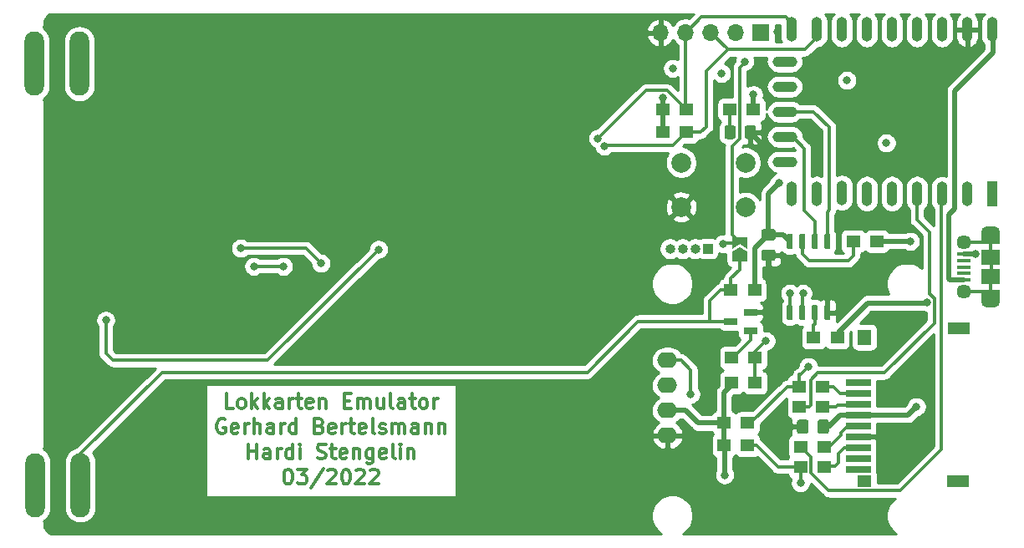
<source format=gtl>
G04 #@! TF.GenerationSoftware,KiCad,Pcbnew,5.1.12-84ad8e8a86~92~ubuntu20.04.1*
G04 #@! TF.CreationDate,2022-03-16T00:54:27+01:00*
G04 #@! TF.ProjectId,ms2-card,6d73322d-6361-4726-942e-6b696361645f,0.2*
G04 #@! TF.SameCoordinates,Original*
G04 #@! TF.FileFunction,Copper,L1,Top*
G04 #@! TF.FilePolarity,Positive*
%FSLAX46Y46*%
G04 Gerber Fmt 4.6, Leading zero omitted, Abs format (unit mm)*
G04 Created by KiCad (PCBNEW 5.1.12-84ad8e8a86~92~ubuntu20.04.1) date 2022-03-16 00:54:27*
%MOMM*%
%LPD*%
G01*
G04 APERTURE LIST*
G04 #@! TA.AperFunction,NonConductor*
%ADD10C,0.300000*%
G04 #@! TD*
G04 #@! TA.AperFunction,SMDPad,CuDef*
%ADD11R,1.350000X1.300000*%
G04 #@! TD*
G04 #@! TA.AperFunction,ComponentPad*
%ADD12O,2.000000X1.600000*%
G04 #@! TD*
G04 #@! TA.AperFunction,SMDPad,CuDef*
%ADD13C,0.100000*%
G04 #@! TD*
G04 #@! TA.AperFunction,SMDPad,CuDef*
%ADD14R,1.900000X1.200000*%
G04 #@! TD*
G04 #@! TA.AperFunction,ComponentPad*
%ADD15O,1.900000X1.200000*%
G04 #@! TD*
G04 #@! TA.AperFunction,SMDPad,CuDef*
%ADD16R,1.900000X1.500000*%
G04 #@! TD*
G04 #@! TA.AperFunction,ComponentPad*
%ADD17C,1.450000*%
G04 #@! TD*
G04 #@! TA.AperFunction,SMDPad,CuDef*
%ADD18R,1.350000X0.400000*%
G04 #@! TD*
G04 #@! TA.AperFunction,ComponentPad*
%ADD19C,1.998980*%
G04 #@! TD*
G04 #@! TA.AperFunction,ComponentPad*
%ADD20O,1.100000X2.500000*%
G04 #@! TD*
G04 #@! TA.AperFunction,ComponentPad*
%ADD21O,2.500000X1.100000*%
G04 #@! TD*
G04 #@! TA.AperFunction,ComponentPad*
%ADD22R,1.100000X2.500000*%
G04 #@! TD*
G04 #@! TA.AperFunction,ComponentPad*
%ADD23O,2.000000X6.500000*%
G04 #@! TD*
G04 #@! TA.AperFunction,ComponentPad*
%ADD24O,1.000000X1.000000*%
G04 #@! TD*
G04 #@! TA.AperFunction,ComponentPad*
%ADD25R,1.000000X1.000000*%
G04 #@! TD*
G04 #@! TA.AperFunction,SMDPad,CuDef*
%ADD26R,2.500000X0.700000*%
G04 #@! TD*
G04 #@! TA.AperFunction,SMDPad,CuDef*
%ADD27R,1.400000X1.200000*%
G04 #@! TD*
G04 #@! TA.AperFunction,SMDPad,CuDef*
%ADD28R,1.400000X1.600000*%
G04 #@! TD*
G04 #@! TA.AperFunction,SMDPad,CuDef*
%ADD29R,2.200000X1.200000*%
G04 #@! TD*
G04 #@! TA.AperFunction,ComponentPad*
%ADD30O,1.700000X1.700000*%
G04 #@! TD*
G04 #@! TA.AperFunction,ComponentPad*
%ADD31R,1.700000X1.700000*%
G04 #@! TD*
G04 #@! TA.AperFunction,SMDPad,CuDef*
%ADD32R,1.400000X0.800000*%
G04 #@! TD*
G04 #@! TA.AperFunction,ViaPad*
%ADD33C,0.800000*%
G04 #@! TD*
G04 #@! TA.AperFunction,Conductor*
%ADD34C,0.500000*%
G04 #@! TD*
G04 #@! TA.AperFunction,Conductor*
%ADD35C,0.300000*%
G04 #@! TD*
G04 #@! TA.AperFunction,Conductor*
%ADD36C,0.254000*%
G04 #@! TD*
G04 #@! TA.AperFunction,Conductor*
%ADD37C,0.100000*%
G04 #@! TD*
G04 APERTURE END LIST*
D10*
X119807142Y-140653571D02*
X119092857Y-140653571D01*
X119092857Y-139153571D01*
X120521428Y-140653571D02*
X120378571Y-140582142D01*
X120307142Y-140510714D01*
X120235714Y-140367857D01*
X120235714Y-139939285D01*
X120307142Y-139796428D01*
X120378571Y-139725000D01*
X120521428Y-139653571D01*
X120735714Y-139653571D01*
X120878571Y-139725000D01*
X120950000Y-139796428D01*
X121021428Y-139939285D01*
X121021428Y-140367857D01*
X120950000Y-140510714D01*
X120878571Y-140582142D01*
X120735714Y-140653571D01*
X120521428Y-140653571D01*
X121664285Y-140653571D02*
X121664285Y-139153571D01*
X121807142Y-140082142D02*
X122235714Y-140653571D01*
X122235714Y-139653571D02*
X121664285Y-140225000D01*
X122878571Y-140653571D02*
X122878571Y-139153571D01*
X123021428Y-140082142D02*
X123450000Y-140653571D01*
X123450000Y-139653571D02*
X122878571Y-140225000D01*
X124735714Y-140653571D02*
X124735714Y-139867857D01*
X124664285Y-139725000D01*
X124521428Y-139653571D01*
X124235714Y-139653571D01*
X124092857Y-139725000D01*
X124735714Y-140582142D02*
X124592857Y-140653571D01*
X124235714Y-140653571D01*
X124092857Y-140582142D01*
X124021428Y-140439285D01*
X124021428Y-140296428D01*
X124092857Y-140153571D01*
X124235714Y-140082142D01*
X124592857Y-140082142D01*
X124735714Y-140010714D01*
X125450000Y-140653571D02*
X125450000Y-139653571D01*
X125450000Y-139939285D02*
X125521428Y-139796428D01*
X125592857Y-139725000D01*
X125735714Y-139653571D01*
X125878571Y-139653571D01*
X126164285Y-139653571D02*
X126735714Y-139653571D01*
X126378571Y-139153571D02*
X126378571Y-140439285D01*
X126450000Y-140582142D01*
X126592857Y-140653571D01*
X126735714Y-140653571D01*
X127807142Y-140582142D02*
X127664285Y-140653571D01*
X127378571Y-140653571D01*
X127235714Y-140582142D01*
X127164285Y-140439285D01*
X127164285Y-139867857D01*
X127235714Y-139725000D01*
X127378571Y-139653571D01*
X127664285Y-139653571D01*
X127807142Y-139725000D01*
X127878571Y-139867857D01*
X127878571Y-140010714D01*
X127164285Y-140153571D01*
X128521428Y-139653571D02*
X128521428Y-140653571D01*
X128521428Y-139796428D02*
X128592857Y-139725000D01*
X128735714Y-139653571D01*
X128950000Y-139653571D01*
X129092857Y-139725000D01*
X129164285Y-139867857D01*
X129164285Y-140653571D01*
X131021428Y-139867857D02*
X131521428Y-139867857D01*
X131735714Y-140653571D02*
X131021428Y-140653571D01*
X131021428Y-139153571D01*
X131735714Y-139153571D01*
X132378571Y-140653571D02*
X132378571Y-139653571D01*
X132378571Y-139796428D02*
X132450000Y-139725000D01*
X132592857Y-139653571D01*
X132807142Y-139653571D01*
X132950000Y-139725000D01*
X133021428Y-139867857D01*
X133021428Y-140653571D01*
X133021428Y-139867857D02*
X133092857Y-139725000D01*
X133235714Y-139653571D01*
X133450000Y-139653571D01*
X133592857Y-139725000D01*
X133664285Y-139867857D01*
X133664285Y-140653571D01*
X135021428Y-139653571D02*
X135021428Y-140653571D01*
X134378571Y-139653571D02*
X134378571Y-140439285D01*
X134450000Y-140582142D01*
X134592857Y-140653571D01*
X134807142Y-140653571D01*
X134950000Y-140582142D01*
X135021428Y-140510714D01*
X135950000Y-140653571D02*
X135807142Y-140582142D01*
X135735714Y-140439285D01*
X135735714Y-139153571D01*
X137164285Y-140653571D02*
X137164285Y-139867857D01*
X137092857Y-139725000D01*
X136950000Y-139653571D01*
X136664285Y-139653571D01*
X136521428Y-139725000D01*
X137164285Y-140582142D02*
X137021428Y-140653571D01*
X136664285Y-140653571D01*
X136521428Y-140582142D01*
X136450000Y-140439285D01*
X136450000Y-140296428D01*
X136521428Y-140153571D01*
X136664285Y-140082142D01*
X137021428Y-140082142D01*
X137164285Y-140010714D01*
X137664285Y-139653571D02*
X138235714Y-139653571D01*
X137878571Y-139153571D02*
X137878571Y-140439285D01*
X137950000Y-140582142D01*
X138092857Y-140653571D01*
X138235714Y-140653571D01*
X138950000Y-140653571D02*
X138807142Y-140582142D01*
X138735714Y-140510714D01*
X138664285Y-140367857D01*
X138664285Y-139939285D01*
X138735714Y-139796428D01*
X138807142Y-139725000D01*
X138950000Y-139653571D01*
X139164285Y-139653571D01*
X139307142Y-139725000D01*
X139378571Y-139796428D01*
X139450000Y-139939285D01*
X139450000Y-140367857D01*
X139378571Y-140510714D01*
X139307142Y-140582142D01*
X139164285Y-140653571D01*
X138950000Y-140653571D01*
X140092857Y-140653571D02*
X140092857Y-139653571D01*
X140092857Y-139939285D02*
X140164285Y-139796428D01*
X140235714Y-139725000D01*
X140378571Y-139653571D01*
X140521428Y-139653571D01*
X118950000Y-141775000D02*
X118807142Y-141703571D01*
X118592857Y-141703571D01*
X118378571Y-141775000D01*
X118235714Y-141917857D01*
X118164285Y-142060714D01*
X118092857Y-142346428D01*
X118092857Y-142560714D01*
X118164285Y-142846428D01*
X118235714Y-142989285D01*
X118378571Y-143132142D01*
X118592857Y-143203571D01*
X118735714Y-143203571D01*
X118950000Y-143132142D01*
X119021428Y-143060714D01*
X119021428Y-142560714D01*
X118735714Y-142560714D01*
X120235714Y-143132142D02*
X120092857Y-143203571D01*
X119807142Y-143203571D01*
X119664285Y-143132142D01*
X119592857Y-142989285D01*
X119592857Y-142417857D01*
X119664285Y-142275000D01*
X119807142Y-142203571D01*
X120092857Y-142203571D01*
X120235714Y-142275000D01*
X120307142Y-142417857D01*
X120307142Y-142560714D01*
X119592857Y-142703571D01*
X120950000Y-143203571D02*
X120950000Y-142203571D01*
X120950000Y-142489285D02*
X121021428Y-142346428D01*
X121092857Y-142275000D01*
X121235714Y-142203571D01*
X121378571Y-142203571D01*
X121878571Y-143203571D02*
X121878571Y-141703571D01*
X122521428Y-143203571D02*
X122521428Y-142417857D01*
X122450000Y-142275000D01*
X122307142Y-142203571D01*
X122092857Y-142203571D01*
X121950000Y-142275000D01*
X121878571Y-142346428D01*
X123878571Y-143203571D02*
X123878571Y-142417857D01*
X123807142Y-142275000D01*
X123664285Y-142203571D01*
X123378571Y-142203571D01*
X123235714Y-142275000D01*
X123878571Y-143132142D02*
X123735714Y-143203571D01*
X123378571Y-143203571D01*
X123235714Y-143132142D01*
X123164285Y-142989285D01*
X123164285Y-142846428D01*
X123235714Y-142703571D01*
X123378571Y-142632142D01*
X123735714Y-142632142D01*
X123878571Y-142560714D01*
X124592857Y-143203571D02*
X124592857Y-142203571D01*
X124592857Y-142489285D02*
X124664285Y-142346428D01*
X124735714Y-142275000D01*
X124878571Y-142203571D01*
X125021428Y-142203571D01*
X126164285Y-143203571D02*
X126164285Y-141703571D01*
X126164285Y-143132142D02*
X126021428Y-143203571D01*
X125735714Y-143203571D01*
X125592857Y-143132142D01*
X125521428Y-143060714D01*
X125450000Y-142917857D01*
X125450000Y-142489285D01*
X125521428Y-142346428D01*
X125592857Y-142275000D01*
X125735714Y-142203571D01*
X126021428Y-142203571D01*
X126164285Y-142275000D01*
X128521428Y-142417857D02*
X128735714Y-142489285D01*
X128807142Y-142560714D01*
X128878571Y-142703571D01*
X128878571Y-142917857D01*
X128807142Y-143060714D01*
X128735714Y-143132142D01*
X128592857Y-143203571D01*
X128021428Y-143203571D01*
X128021428Y-141703571D01*
X128521428Y-141703571D01*
X128664285Y-141775000D01*
X128735714Y-141846428D01*
X128807142Y-141989285D01*
X128807142Y-142132142D01*
X128735714Y-142275000D01*
X128664285Y-142346428D01*
X128521428Y-142417857D01*
X128021428Y-142417857D01*
X130092857Y-143132142D02*
X129949999Y-143203571D01*
X129664285Y-143203571D01*
X129521428Y-143132142D01*
X129449999Y-142989285D01*
X129449999Y-142417857D01*
X129521428Y-142275000D01*
X129664285Y-142203571D01*
X129949999Y-142203571D01*
X130092857Y-142275000D01*
X130164285Y-142417857D01*
X130164285Y-142560714D01*
X129449999Y-142703571D01*
X130807142Y-143203571D02*
X130807142Y-142203571D01*
X130807142Y-142489285D02*
X130878571Y-142346428D01*
X130949999Y-142275000D01*
X131092857Y-142203571D01*
X131235714Y-142203571D01*
X131521428Y-142203571D02*
X132092857Y-142203571D01*
X131735714Y-141703571D02*
X131735714Y-142989285D01*
X131807142Y-143132142D01*
X131949999Y-143203571D01*
X132092857Y-143203571D01*
X133164285Y-143132142D02*
X133021428Y-143203571D01*
X132735714Y-143203571D01*
X132592857Y-143132142D01*
X132521428Y-142989285D01*
X132521428Y-142417857D01*
X132592857Y-142275000D01*
X132735714Y-142203571D01*
X133021428Y-142203571D01*
X133164285Y-142275000D01*
X133235714Y-142417857D01*
X133235714Y-142560714D01*
X132521428Y-142703571D01*
X134092857Y-143203571D02*
X133949999Y-143132142D01*
X133878571Y-142989285D01*
X133878571Y-141703571D01*
X134592857Y-143132142D02*
X134735714Y-143203571D01*
X135021428Y-143203571D01*
X135164285Y-143132142D01*
X135235714Y-142989285D01*
X135235714Y-142917857D01*
X135164285Y-142775000D01*
X135021428Y-142703571D01*
X134807142Y-142703571D01*
X134664285Y-142632142D01*
X134592857Y-142489285D01*
X134592857Y-142417857D01*
X134664285Y-142275000D01*
X134807142Y-142203571D01*
X135021428Y-142203571D01*
X135164285Y-142275000D01*
X135878571Y-143203571D02*
X135878571Y-142203571D01*
X135878571Y-142346428D02*
X135950000Y-142275000D01*
X136092857Y-142203571D01*
X136307142Y-142203571D01*
X136450000Y-142275000D01*
X136521428Y-142417857D01*
X136521428Y-143203571D01*
X136521428Y-142417857D02*
X136592857Y-142275000D01*
X136735714Y-142203571D01*
X136950000Y-142203571D01*
X137092857Y-142275000D01*
X137164285Y-142417857D01*
X137164285Y-143203571D01*
X138521428Y-143203571D02*
X138521428Y-142417857D01*
X138450000Y-142275000D01*
X138307142Y-142203571D01*
X138021428Y-142203571D01*
X137878571Y-142275000D01*
X138521428Y-143132142D02*
X138378571Y-143203571D01*
X138021428Y-143203571D01*
X137878571Y-143132142D01*
X137807142Y-142989285D01*
X137807142Y-142846428D01*
X137878571Y-142703571D01*
X138021428Y-142632142D01*
X138378571Y-142632142D01*
X138521428Y-142560714D01*
X139235714Y-142203571D02*
X139235714Y-143203571D01*
X139235714Y-142346428D02*
X139307142Y-142275000D01*
X139450000Y-142203571D01*
X139664285Y-142203571D01*
X139807142Y-142275000D01*
X139878571Y-142417857D01*
X139878571Y-143203571D01*
X140592857Y-142203571D02*
X140592857Y-143203571D01*
X140592857Y-142346428D02*
X140664285Y-142275000D01*
X140807142Y-142203571D01*
X141021428Y-142203571D01*
X141164285Y-142275000D01*
X141235714Y-142417857D01*
X141235714Y-143203571D01*
X121307142Y-145753571D02*
X121307142Y-144253571D01*
X121307142Y-144967857D02*
X122164285Y-144967857D01*
X122164285Y-145753571D02*
X122164285Y-144253571D01*
X123521428Y-145753571D02*
X123521428Y-144967857D01*
X123450000Y-144825000D01*
X123307142Y-144753571D01*
X123021428Y-144753571D01*
X122878571Y-144825000D01*
X123521428Y-145682142D02*
X123378571Y-145753571D01*
X123021428Y-145753571D01*
X122878571Y-145682142D01*
X122807142Y-145539285D01*
X122807142Y-145396428D01*
X122878571Y-145253571D01*
X123021428Y-145182142D01*
X123378571Y-145182142D01*
X123521428Y-145110714D01*
X124235714Y-145753571D02*
X124235714Y-144753571D01*
X124235714Y-145039285D02*
X124307142Y-144896428D01*
X124378571Y-144825000D01*
X124521428Y-144753571D01*
X124664285Y-144753571D01*
X125807142Y-145753571D02*
X125807142Y-144253571D01*
X125807142Y-145682142D02*
X125664285Y-145753571D01*
X125378571Y-145753571D01*
X125235714Y-145682142D01*
X125164285Y-145610714D01*
X125092857Y-145467857D01*
X125092857Y-145039285D01*
X125164285Y-144896428D01*
X125235714Y-144825000D01*
X125378571Y-144753571D01*
X125664285Y-144753571D01*
X125807142Y-144825000D01*
X126521428Y-145753571D02*
X126521428Y-144753571D01*
X126521428Y-144253571D02*
X126450000Y-144325000D01*
X126521428Y-144396428D01*
X126592857Y-144325000D01*
X126521428Y-144253571D01*
X126521428Y-144396428D01*
X128307142Y-145682142D02*
X128521428Y-145753571D01*
X128878571Y-145753571D01*
X129021428Y-145682142D01*
X129092857Y-145610714D01*
X129164285Y-145467857D01*
X129164285Y-145325000D01*
X129092857Y-145182142D01*
X129021428Y-145110714D01*
X128878571Y-145039285D01*
X128592857Y-144967857D01*
X128450000Y-144896428D01*
X128378571Y-144825000D01*
X128307142Y-144682142D01*
X128307142Y-144539285D01*
X128378571Y-144396428D01*
X128450000Y-144325000D01*
X128592857Y-144253571D01*
X128950000Y-144253571D01*
X129164285Y-144325000D01*
X129592857Y-144753571D02*
X130164285Y-144753571D01*
X129807142Y-144253571D02*
X129807142Y-145539285D01*
X129878571Y-145682142D01*
X130021428Y-145753571D01*
X130164285Y-145753571D01*
X131235714Y-145682142D02*
X131092857Y-145753571D01*
X130807142Y-145753571D01*
X130664285Y-145682142D01*
X130592857Y-145539285D01*
X130592857Y-144967857D01*
X130664285Y-144825000D01*
X130807142Y-144753571D01*
X131092857Y-144753571D01*
X131235714Y-144825000D01*
X131307142Y-144967857D01*
X131307142Y-145110714D01*
X130592857Y-145253571D01*
X131950000Y-144753571D02*
X131950000Y-145753571D01*
X131950000Y-144896428D02*
X132021428Y-144825000D01*
X132164285Y-144753571D01*
X132378571Y-144753571D01*
X132521428Y-144825000D01*
X132592857Y-144967857D01*
X132592857Y-145753571D01*
X133950000Y-144753571D02*
X133950000Y-145967857D01*
X133878571Y-146110714D01*
X133807142Y-146182142D01*
X133664285Y-146253571D01*
X133450000Y-146253571D01*
X133307142Y-146182142D01*
X133950000Y-145682142D02*
X133807142Y-145753571D01*
X133521428Y-145753571D01*
X133378571Y-145682142D01*
X133307142Y-145610714D01*
X133235714Y-145467857D01*
X133235714Y-145039285D01*
X133307142Y-144896428D01*
X133378571Y-144825000D01*
X133521428Y-144753571D01*
X133807142Y-144753571D01*
X133950000Y-144825000D01*
X135235714Y-145682142D02*
X135092857Y-145753571D01*
X134807142Y-145753571D01*
X134664285Y-145682142D01*
X134592857Y-145539285D01*
X134592857Y-144967857D01*
X134664285Y-144825000D01*
X134807142Y-144753571D01*
X135092857Y-144753571D01*
X135235714Y-144825000D01*
X135307142Y-144967857D01*
X135307142Y-145110714D01*
X134592857Y-145253571D01*
X136164285Y-145753571D02*
X136021428Y-145682142D01*
X135950000Y-145539285D01*
X135950000Y-144253571D01*
X136735714Y-145753571D02*
X136735714Y-144753571D01*
X136735714Y-144253571D02*
X136664285Y-144325000D01*
X136735714Y-144396428D01*
X136807142Y-144325000D01*
X136735714Y-144253571D01*
X136735714Y-144396428D01*
X137450000Y-144753571D02*
X137450000Y-145753571D01*
X137450000Y-144896428D02*
X137521428Y-144825000D01*
X137664285Y-144753571D01*
X137878571Y-144753571D01*
X138021428Y-144825000D01*
X138092857Y-144967857D01*
X138092857Y-145753571D01*
X125271428Y-146803571D02*
X125414285Y-146803571D01*
X125557142Y-146875000D01*
X125628571Y-146946428D01*
X125700000Y-147089285D01*
X125771428Y-147375000D01*
X125771428Y-147732142D01*
X125700000Y-148017857D01*
X125628571Y-148160714D01*
X125557142Y-148232142D01*
X125414285Y-148303571D01*
X125271428Y-148303571D01*
X125128571Y-148232142D01*
X125057142Y-148160714D01*
X124985714Y-148017857D01*
X124914285Y-147732142D01*
X124914285Y-147375000D01*
X124985714Y-147089285D01*
X125057142Y-146946428D01*
X125128571Y-146875000D01*
X125271428Y-146803571D01*
X126271428Y-146803571D02*
X127200000Y-146803571D01*
X126700000Y-147375000D01*
X126914285Y-147375000D01*
X127057142Y-147446428D01*
X127128571Y-147517857D01*
X127200000Y-147660714D01*
X127200000Y-148017857D01*
X127128571Y-148160714D01*
X127057142Y-148232142D01*
X126914285Y-148303571D01*
X126485714Y-148303571D01*
X126342857Y-148232142D01*
X126271428Y-148160714D01*
X128914285Y-146732142D02*
X127628571Y-148660714D01*
X129342857Y-146946428D02*
X129414285Y-146875000D01*
X129557142Y-146803571D01*
X129914285Y-146803571D01*
X130057142Y-146875000D01*
X130128571Y-146946428D01*
X130200000Y-147089285D01*
X130200000Y-147232142D01*
X130128571Y-147446428D01*
X129271428Y-148303571D01*
X130200000Y-148303571D01*
X131128571Y-146803571D02*
X131271428Y-146803571D01*
X131414285Y-146875000D01*
X131485714Y-146946428D01*
X131557142Y-147089285D01*
X131628571Y-147375000D01*
X131628571Y-147732142D01*
X131557142Y-148017857D01*
X131485714Y-148160714D01*
X131414285Y-148232142D01*
X131271428Y-148303571D01*
X131128571Y-148303571D01*
X130985714Y-148232142D01*
X130914285Y-148160714D01*
X130842857Y-148017857D01*
X130771428Y-147732142D01*
X130771428Y-147375000D01*
X130842857Y-147089285D01*
X130914285Y-146946428D01*
X130985714Y-146875000D01*
X131128571Y-146803571D01*
X132200000Y-146946428D02*
X132271428Y-146875000D01*
X132414285Y-146803571D01*
X132771428Y-146803571D01*
X132914285Y-146875000D01*
X132985714Y-146946428D01*
X133057142Y-147089285D01*
X133057142Y-147232142D01*
X132985714Y-147446428D01*
X132128571Y-148303571D01*
X133057142Y-148303571D01*
X133628571Y-146946428D02*
X133700000Y-146875000D01*
X133842857Y-146803571D01*
X134200000Y-146803571D01*
X134342857Y-146875000D01*
X134414285Y-146946428D01*
X134485714Y-147089285D01*
X134485714Y-147232142D01*
X134414285Y-147446428D01*
X133557142Y-148303571D01*
X134485714Y-148303571D01*
D11*
X171888000Y-144399000D03*
X169488000Y-144399000D03*
X177235000Y-146558000D03*
X179635000Y-146558000D03*
X177235000Y-144526000D03*
X179635000Y-144526000D03*
X177108000Y-140462000D03*
X179508000Y-140462000D03*
X177108000Y-138430000D03*
X179508000Y-138430000D03*
X171881500Y-142113000D03*
X169481500Y-142113000D03*
G04 #@! TA.AperFunction,SMDPad,CuDef*
G36*
G01*
X178048500Y-142019000D02*
X178048500Y-142969000D01*
G75*
G02*
X177798500Y-143219000I-250000J0D01*
G01*
X177123500Y-143219000D01*
G75*
G02*
X176873500Y-142969000I0J250000D01*
G01*
X176873500Y-142019000D01*
G75*
G02*
X177123500Y-141769000I250000J0D01*
G01*
X177798500Y-141769000D01*
G75*
G02*
X178048500Y-142019000I0J-250000D01*
G01*
G37*
G04 #@! TD.AperFunction*
G04 #@! TA.AperFunction,SMDPad,CuDef*
G36*
G01*
X180123500Y-142019000D02*
X180123500Y-142969000D01*
G75*
G02*
X179873500Y-143219000I-250000J0D01*
G01*
X179198500Y-143219000D01*
G75*
G02*
X178948500Y-142969000I0J250000D01*
G01*
X178948500Y-142019000D01*
G75*
G02*
X179198500Y-141769000I250000J0D01*
G01*
X179873500Y-141769000D01*
G75*
G02*
X180123500Y-142019000I0J-250000D01*
G01*
G37*
G04 #@! TD.AperFunction*
D12*
X163749000Y-140843500D03*
X163749000Y-143383500D03*
X163749000Y-138303500D03*
X163749000Y-135763500D03*
G04 #@! TA.AperFunction,SMDPad,CuDef*
D13*
G36*
X171069000Y-124275000D02*
G01*
X171819000Y-124775000D01*
X171819000Y-125775000D01*
X170319000Y-125775000D01*
X170319000Y-124775000D01*
X171069000Y-124275000D01*
G37*
G04 #@! TD.AperFunction*
G04 #@! TA.AperFunction,SMDPad,CuDef*
G36*
X171819000Y-123325000D02*
G01*
X171819000Y-124475000D01*
X171069000Y-123975000D01*
X170319000Y-124475000D01*
X170319000Y-123325000D01*
X171819000Y-123325000D01*
G37*
G04 #@! TD.AperFunction*
D14*
X196500000Y-129201500D03*
X196500000Y-123401500D03*
D15*
X196500000Y-122801500D03*
X196500000Y-129801500D03*
D16*
X196500000Y-127301500D03*
D17*
X193800000Y-123801500D03*
D18*
X193800000Y-126301500D03*
X193800000Y-125651500D03*
X193800000Y-125001500D03*
X193800000Y-127601500D03*
X193800000Y-126951500D03*
D17*
X193800000Y-128801500D03*
D16*
X196500000Y-125301500D03*
D11*
X182569000Y-123698000D03*
X184969000Y-123698000D03*
X178568500Y-133477000D03*
X180968500Y-133477000D03*
G04 #@! TA.AperFunction,SMDPad,CuDef*
G36*
G01*
X173515000Y-124529000D02*
X174465000Y-124529000D01*
G75*
G02*
X174715000Y-124779000I0J-250000D01*
G01*
X174715000Y-125454000D01*
G75*
G02*
X174465000Y-125704000I-250000J0D01*
G01*
X173515000Y-125704000D01*
G75*
G02*
X173265000Y-125454000I0J250000D01*
G01*
X173265000Y-124779000D01*
G75*
G02*
X173515000Y-124529000I250000J0D01*
G01*
G37*
G04 #@! TD.AperFunction*
G04 #@! TA.AperFunction,SMDPad,CuDef*
G36*
G01*
X173515000Y-122454000D02*
X174465000Y-122454000D01*
G75*
G02*
X174715000Y-122704000I0J-250000D01*
G01*
X174715000Y-123379000D01*
G75*
G02*
X174465000Y-123629000I-250000J0D01*
G01*
X173515000Y-123629000D01*
G75*
G02*
X173265000Y-123379000I0J250000D01*
G01*
X173265000Y-122704000D01*
G75*
G02*
X173515000Y-122454000I250000J0D01*
G01*
G37*
G04 #@! TD.AperFunction*
X172650000Y-135509000D03*
X170250000Y-135509000D03*
X172650000Y-138049000D03*
X170250000Y-138049000D03*
D19*
X171653200Y-120233440D03*
X165150800Y-115732560D03*
X171653200Y-115732560D03*
X165150800Y-120233440D03*
D20*
X191579500Y-102233500D03*
X176339500Y-118873500D03*
D21*
X175639500Y-115633500D03*
X175639500Y-113093500D03*
X175639500Y-110553500D03*
X175639500Y-108013500D03*
X175639500Y-105473500D03*
D20*
X196659500Y-102233500D03*
X194119500Y-118903500D03*
X191579500Y-118903500D03*
X189039500Y-118873500D03*
X186499500Y-118873500D03*
X183959500Y-118873500D03*
X181419500Y-118773500D03*
X178879500Y-118873500D03*
X176339500Y-102233500D03*
X178879500Y-102233500D03*
X181419500Y-102233500D03*
X183959500Y-102233500D03*
X186499500Y-102233500D03*
X189039500Y-102233500D03*
X194119500Y-102233500D03*
D22*
X196659500Y-118873500D03*
G04 #@! TA.AperFunction,SMDPad,CuDef*
G36*
G01*
X176299000Y-124517500D02*
X175999000Y-124517500D01*
G75*
G02*
X175849000Y-124367500I0J150000D01*
G01*
X175849000Y-123067500D01*
G75*
G02*
X175999000Y-122917500I150000J0D01*
G01*
X176299000Y-122917500D01*
G75*
G02*
X176449000Y-123067500I0J-150000D01*
G01*
X176449000Y-124367500D01*
G75*
G02*
X176299000Y-124517500I-150000J0D01*
G01*
G37*
G04 #@! TD.AperFunction*
G04 #@! TA.AperFunction,SMDPad,CuDef*
G36*
G01*
X177569000Y-124517500D02*
X177269000Y-124517500D01*
G75*
G02*
X177119000Y-124367500I0J150000D01*
G01*
X177119000Y-123067500D01*
G75*
G02*
X177269000Y-122917500I150000J0D01*
G01*
X177569000Y-122917500D01*
G75*
G02*
X177719000Y-123067500I0J-150000D01*
G01*
X177719000Y-124367500D01*
G75*
G02*
X177569000Y-124517500I-150000J0D01*
G01*
G37*
G04 #@! TD.AperFunction*
G04 #@! TA.AperFunction,SMDPad,CuDef*
G36*
G01*
X178839000Y-124517500D02*
X178539000Y-124517500D01*
G75*
G02*
X178389000Y-124367500I0J150000D01*
G01*
X178389000Y-123067500D01*
G75*
G02*
X178539000Y-122917500I150000J0D01*
G01*
X178839000Y-122917500D01*
G75*
G02*
X178989000Y-123067500I0J-150000D01*
G01*
X178989000Y-124367500D01*
G75*
G02*
X178839000Y-124517500I-150000J0D01*
G01*
G37*
G04 #@! TD.AperFunction*
G04 #@! TA.AperFunction,SMDPad,CuDef*
G36*
G01*
X180109000Y-124517500D02*
X179809000Y-124517500D01*
G75*
G02*
X179659000Y-124367500I0J150000D01*
G01*
X179659000Y-123067500D01*
G75*
G02*
X179809000Y-122917500I150000J0D01*
G01*
X180109000Y-122917500D01*
G75*
G02*
X180259000Y-123067500I0J-150000D01*
G01*
X180259000Y-124367500D01*
G75*
G02*
X180109000Y-124517500I-150000J0D01*
G01*
G37*
G04 #@! TD.AperFunction*
G04 #@! TA.AperFunction,SMDPad,CuDef*
G36*
G01*
X180109000Y-131717500D02*
X179809000Y-131717500D01*
G75*
G02*
X179659000Y-131567500I0J150000D01*
G01*
X179659000Y-130267500D01*
G75*
G02*
X179809000Y-130117500I150000J0D01*
G01*
X180109000Y-130117500D01*
G75*
G02*
X180259000Y-130267500I0J-150000D01*
G01*
X180259000Y-131567500D01*
G75*
G02*
X180109000Y-131717500I-150000J0D01*
G01*
G37*
G04 #@! TD.AperFunction*
G04 #@! TA.AperFunction,SMDPad,CuDef*
G36*
G01*
X178839000Y-131717500D02*
X178539000Y-131717500D01*
G75*
G02*
X178389000Y-131567500I0J150000D01*
G01*
X178389000Y-130267500D01*
G75*
G02*
X178539000Y-130117500I150000J0D01*
G01*
X178839000Y-130117500D01*
G75*
G02*
X178989000Y-130267500I0J-150000D01*
G01*
X178989000Y-131567500D01*
G75*
G02*
X178839000Y-131717500I-150000J0D01*
G01*
G37*
G04 #@! TD.AperFunction*
G04 #@! TA.AperFunction,SMDPad,CuDef*
G36*
G01*
X177569000Y-131717500D02*
X177269000Y-131717500D01*
G75*
G02*
X177119000Y-131567500I0J150000D01*
G01*
X177119000Y-130267500D01*
G75*
G02*
X177269000Y-130117500I150000J0D01*
G01*
X177569000Y-130117500D01*
G75*
G02*
X177719000Y-130267500I0J-150000D01*
G01*
X177719000Y-131567500D01*
G75*
G02*
X177569000Y-131717500I-150000J0D01*
G01*
G37*
G04 #@! TD.AperFunction*
G04 #@! TA.AperFunction,SMDPad,CuDef*
G36*
G01*
X176299000Y-131717500D02*
X175999000Y-131717500D01*
G75*
G02*
X175849000Y-131567500I0J150000D01*
G01*
X175849000Y-130267500D01*
G75*
G02*
X175999000Y-130117500I150000J0D01*
G01*
X176299000Y-130117500D01*
G75*
G02*
X176449000Y-130267500I0J-150000D01*
G01*
X176449000Y-131567500D01*
G75*
G02*
X176299000Y-131717500I-150000J0D01*
G01*
G37*
G04 #@! TD.AperFunction*
D23*
X99628000Y-105700000D03*
X104200000Y-105700000D03*
D24*
X164020500Y-124460000D03*
X165290500Y-124460000D03*
X166560500Y-124460000D03*
D25*
X167830500Y-124460000D03*
D26*
X183108500Y-145721500D03*
X183108500Y-144621500D03*
X183108500Y-143521500D03*
X183108500Y-142421500D03*
X183108500Y-141321500D03*
X183108500Y-140221500D03*
X183108500Y-139121500D03*
X183108500Y-138021500D03*
D27*
X183708500Y-148021500D03*
D28*
X183708500Y-133421500D03*
D29*
X193308500Y-132521500D03*
X193208500Y-148021500D03*
D26*
X183108500Y-146821500D03*
G04 #@! TA.AperFunction,SMDPad,CuDef*
G36*
G01*
X172732500Y-112198999D02*
X172732500Y-113099001D01*
G75*
G02*
X172482501Y-113349000I-249999J0D01*
G01*
X171832499Y-113349000D01*
G75*
G02*
X171582500Y-113099001I0J249999D01*
G01*
X171582500Y-112198999D01*
G75*
G02*
X171832499Y-111949000I249999J0D01*
G01*
X172482501Y-111949000D01*
G75*
G02*
X172732500Y-112198999I0J-249999D01*
G01*
G37*
G04 #@! TD.AperFunction*
G04 #@! TA.AperFunction,SMDPad,CuDef*
G36*
G01*
X170682500Y-112198999D02*
X170682500Y-113099001D01*
G75*
G02*
X170432501Y-113349000I-249999J0D01*
G01*
X169782499Y-113349000D01*
G75*
G02*
X169532500Y-113099001I0J249999D01*
G01*
X169532500Y-112198999D01*
G75*
G02*
X169782499Y-111949000I249999J0D01*
G01*
X170432501Y-111949000D01*
G75*
G02*
X170682500Y-112198999I0J-249999D01*
G01*
G37*
G04 #@! TD.AperFunction*
D30*
X163068000Y-102552500D03*
X165608000Y-102552500D03*
X168148000Y-102552500D03*
X170688000Y-102552500D03*
D31*
X173228000Y-102552500D03*
D23*
X104300000Y-148400000D03*
X99728000Y-148400000D03*
D32*
X172196000Y-132776000D03*
X172196000Y-130876000D03*
X170196000Y-131826000D03*
D11*
X170059500Y-110363000D03*
X172459500Y-110363000D03*
X165665000Y-110363000D03*
X163265000Y-110363000D03*
X163265000Y-112649000D03*
X165665000Y-112649000D03*
X172593000Y-128649500D03*
X170193000Y-128649500D03*
D33*
X168021000Y-114046000D03*
X169227500Y-106680000D03*
X181927500Y-107378500D03*
X185928000Y-113728500D03*
X164274500Y-106172000D03*
X174879000Y-102425500D03*
X173926500Y-111696500D03*
X187960000Y-137922000D03*
X187833000Y-143510000D03*
X163258500Y-109156500D03*
X172466000Y-108839000D03*
X188976000Y-140462000D03*
X169545000Y-147383500D03*
X175069500Y-117792500D03*
X188341000Y-123698000D03*
X190039510Y-129873490D03*
X185293000Y-143510000D03*
X174307500Y-142494000D03*
X173990000Y-130873500D03*
X174307500Y-128270000D03*
X194945000Y-124968000D03*
X173418500Y-113982500D03*
X185293000Y-103759000D03*
X182689500Y-103822500D03*
X177482500Y-111696500D03*
X173736000Y-133794500D03*
X169418000Y-123952000D03*
X171577000Y-105473500D03*
X134493000Y-124523500D03*
X106870500Y-131699000D03*
X120523000Y-124396500D03*
X128651000Y-125920500D03*
X124841000Y-126238000D03*
X121856500Y-126238000D03*
X176149000Y-128968500D03*
X178037390Y-136405990D03*
X177228500Y-148209000D03*
X177482500Y-128968500D03*
X166116000Y-139192000D03*
X156712808Y-113277769D03*
X157353000Y-114046000D03*
D34*
X163265000Y-112649000D02*
X163265000Y-110496500D01*
X163265000Y-110496500D02*
X163258500Y-110490000D01*
X163265000Y-109163000D02*
X163258500Y-109156500D01*
X163265000Y-110363000D02*
X163265000Y-109163000D01*
X172466000Y-108839000D02*
X172466000Y-110299500D01*
X172466000Y-110299500D02*
X172529500Y-110299500D01*
X179536000Y-142494000D02*
X180086000Y-142494000D01*
X180086000Y-142494000D02*
X181229000Y-141351000D01*
X181229000Y-141351000D02*
X182943500Y-141351000D01*
X188116500Y-141321500D02*
X188976000Y-140462000D01*
X183108500Y-141321500D02*
X188116500Y-141321500D01*
X169481500Y-142113000D02*
X169481500Y-144272000D01*
X169481500Y-144272000D02*
X169545000Y-144335500D01*
X169481500Y-142113000D02*
X166878000Y-142113000D01*
X166878000Y-142113000D02*
X165608000Y-140843000D01*
X165608000Y-140843000D02*
X163830000Y-140843000D01*
X169481500Y-142113000D02*
X169481500Y-139065000D01*
X169481500Y-139065000D02*
X170370500Y-138176000D01*
X170370500Y-138176000D02*
X170434000Y-138176000D01*
X169545000Y-147383500D02*
X169545000Y-144462500D01*
X172593000Y-128649500D02*
X172593000Y-124396500D01*
X172593000Y-124396500D02*
X173926500Y-123063000D01*
X173990000Y-123041500D02*
X175492500Y-123041500D01*
X175492500Y-123041500D02*
X176149000Y-123698000D01*
X173990000Y-118872000D02*
X175069500Y-117792500D01*
X173990000Y-123041500D02*
X173990000Y-118872000D01*
X184969000Y-123698000D02*
X188341000Y-123698000D01*
X181089000Y-133477000D02*
X181089000Y-132918500D01*
X189949499Y-129963501D02*
X190039510Y-129873490D01*
X181089000Y-132918500D02*
X184043999Y-129963501D01*
X184043999Y-129963501D02*
X189949499Y-129963501D01*
X183108500Y-143521500D02*
X185218000Y-143521500D01*
X185281500Y-143521500D02*
X185293000Y-143510000D01*
X185218000Y-143521500D02*
X185281500Y-143521500D01*
X177461000Y-142494000D02*
X174307500Y-142494000D01*
X173987500Y-130876000D02*
X173990000Y-130873500D01*
X172196000Y-130876000D02*
X173987500Y-130876000D01*
X173990000Y-127952500D02*
X174307500Y-128270000D01*
X173990000Y-125116500D02*
X173990000Y-127952500D01*
X194911500Y-125001500D02*
X194945000Y-124968000D01*
X193800000Y-125001500D02*
X194911500Y-125001500D01*
X172157500Y-112721500D02*
X173418500Y-113982500D01*
X172157500Y-112649000D02*
X172157500Y-112721500D01*
D35*
X170107500Y-112649000D02*
X170107500Y-110435500D01*
X170107500Y-110435500D02*
X170116500Y-110426500D01*
D34*
X193800000Y-127601500D02*
X192371500Y-127601500D01*
X192849500Y-108458000D02*
X196723000Y-104584500D01*
X192371500Y-127601500D02*
X192276490Y-127506490D01*
X196723000Y-104584500D02*
X196723000Y-102997000D01*
X192276490Y-127506490D02*
X192276490Y-120969010D01*
X192276490Y-120969010D02*
X192849500Y-120396000D01*
X192849500Y-120396000D02*
X192849500Y-108458000D01*
D35*
X172650000Y-138049000D02*
X172650000Y-135515500D01*
X172650000Y-134880500D02*
X173736000Y-133794500D01*
X172650000Y-135509000D02*
X172650000Y-134880500D01*
X169418000Y-123952000D02*
X169481500Y-123888500D01*
X169481500Y-123888500D02*
X171005500Y-123888500D01*
X171084501Y-113295545D02*
X171084501Y-106092999D01*
X170303709Y-114076337D02*
X171084501Y-113295545D01*
X170303709Y-123059709D02*
X170303709Y-114076337D01*
X171069000Y-123825000D02*
X170303709Y-123059709D01*
X171577000Y-105600500D02*
X171577000Y-105473500D01*
X171084501Y-106092999D02*
X171577000Y-105600500D01*
X134493000Y-124523500D02*
X123253500Y-135763000D01*
X123253500Y-135763000D02*
X107569000Y-135763000D01*
X106870500Y-135064500D02*
X106870500Y-131699000D01*
X107569000Y-135763000D02*
X106870500Y-135064500D01*
X127127000Y-124396500D02*
X128651000Y-125920500D01*
X120523000Y-124396500D02*
X127127000Y-124396500D01*
X124841000Y-126238000D02*
X121856500Y-126238000D01*
X104300000Y-145255000D02*
X104300000Y-148400000D01*
X112585500Y-136969500D02*
X104300000Y-145255000D01*
X160782000Y-131826000D02*
X155638500Y-136969500D01*
X155638500Y-136969500D02*
X112585500Y-136969500D01*
X168021000Y-131826000D02*
X168021000Y-129730500D01*
X170196000Y-131826000D02*
X168021000Y-131826000D01*
X168021000Y-131826000D02*
X160782000Y-131826000D01*
X168021000Y-129730500D02*
X169100500Y-128651000D01*
X169100500Y-128651000D02*
X170180000Y-128651000D01*
X171069000Y-125275000D02*
X171069000Y-126555500D01*
X171069000Y-126555500D02*
X170180000Y-127444500D01*
X170180000Y-127444500D02*
X170180000Y-128460500D01*
X170250000Y-135509000D02*
X170370500Y-135509000D01*
X170370500Y-135509000D02*
X172212000Y-133667500D01*
X172212000Y-133667500D02*
X172212000Y-132842000D01*
X196500000Y-123401500D02*
X196500000Y-125189500D01*
X196500000Y-125189500D02*
X196532500Y-125222000D01*
X196532500Y-125222000D02*
X196532500Y-127317500D01*
X196500000Y-127301500D02*
X196500000Y-129190000D01*
X196500000Y-129190000D02*
X196532500Y-129222500D01*
X196532500Y-129222500D02*
X196088000Y-128778000D01*
X193800000Y-128801500D02*
X196064500Y-128801500D01*
X193800000Y-123801500D02*
X196048000Y-123801500D01*
X196048000Y-123801500D02*
X196532500Y-123317000D01*
X176149000Y-130917500D02*
X176149000Y-128968500D01*
X171881500Y-142113000D02*
X172212000Y-142113000D01*
X172212000Y-142113000D02*
X175895000Y-138430000D01*
X175895000Y-138430000D02*
X177101500Y-138430000D01*
X177108000Y-138430000D02*
X177108000Y-137217000D01*
X177226380Y-137217000D02*
X178037390Y-136405990D01*
X177108000Y-137217000D02*
X177226380Y-137217000D01*
X177235000Y-146558000D02*
X174942500Y-146558000D01*
X174942500Y-146558000D02*
X172783500Y-144399000D01*
X172783500Y-144399000D02*
X171958000Y-144399000D01*
X177228500Y-148209000D02*
X177228500Y-146558000D01*
X177228500Y-146558000D02*
X177292000Y-146558000D01*
X180093499Y-148971501D02*
X187324499Y-148971501D01*
X178260001Y-147138003D02*
X180093499Y-148971501D01*
X178260001Y-145551001D02*
X178260001Y-147138003D01*
X177235000Y-144526000D02*
X178260001Y-145551001D01*
X187324499Y-148971501D02*
X191516000Y-144780000D01*
X191516000Y-144780000D02*
X191516000Y-118300500D01*
X191516000Y-118300500D02*
X191579500Y-118237000D01*
X177108000Y-140462000D02*
X177419000Y-140462000D01*
X189039500Y-121539000D02*
X189039500Y-118173500D01*
X178244500Y-140300500D02*
X178244500Y-137738498D01*
X190309500Y-122809000D02*
X189039500Y-121539000D01*
X190309500Y-129033476D02*
X190309500Y-122809000D01*
X190789512Y-129513488D02*
X190309500Y-129033476D01*
X190789512Y-131980988D02*
X190789512Y-129513488D01*
X185737500Y-137033000D02*
X190789512Y-131980988D01*
X178244500Y-137738498D02*
X178949998Y-137033000D01*
X178083000Y-140462000D02*
X178244500Y-140300500D01*
X178949998Y-137033000D02*
X185737500Y-137033000D01*
X177108000Y-140462000D02*
X178083000Y-140462000D01*
X179959000Y-123717500D02*
X179959000Y-120713500D01*
X179959000Y-120713500D02*
X180149500Y-120523000D01*
X180149500Y-120523000D02*
X180149500Y-112141000D01*
X180149500Y-112141000D02*
X178562000Y-110553500D01*
X178562000Y-110553500D02*
X176339500Y-110553500D01*
X177419000Y-129032000D02*
X177482500Y-128968500D01*
X177419000Y-130917500D02*
X177419000Y-129032000D01*
X163749000Y-135763500D02*
X165164000Y-135763500D01*
X166116000Y-136715500D02*
X166116000Y-139192000D01*
X165164000Y-135763500D02*
X166116000Y-136715500D01*
X178689000Y-123717500D02*
X178689000Y-121666000D01*
X178689000Y-121666000D02*
X177609500Y-120586500D01*
X177609500Y-120586500D02*
X177609500Y-114300000D01*
X177609500Y-114300000D02*
X176466500Y-113157000D01*
X176339500Y-102933500D02*
X176339500Y-101600000D01*
X176339500Y-101600000D02*
X175704500Y-100965000D01*
X175704500Y-100965000D02*
X167195500Y-100965000D01*
X167195500Y-100965000D02*
X165544500Y-102616000D01*
X165608000Y-102552500D02*
X165608000Y-110236000D01*
X165608000Y-110236000D02*
X165735000Y-110363000D01*
X165665000Y-110363000D02*
X163708498Y-108406498D01*
X163708498Y-108406498D02*
X161584079Y-108406498D01*
X161584079Y-108406498D02*
X156712808Y-113277769D01*
X178879500Y-102933500D02*
X178879500Y-103060500D01*
X178879500Y-103060500D02*
X177673000Y-104267000D01*
X177673000Y-104267000D02*
X169862500Y-104267000D01*
X169862500Y-104267000D02*
X168211500Y-102616000D01*
X169862500Y-104267000D02*
X167703500Y-106426000D01*
X167703500Y-106426000D02*
X167703500Y-112077500D01*
X167703500Y-112077500D02*
X167132000Y-112649000D01*
X167132000Y-112649000D02*
X165798500Y-112649000D01*
X165798500Y-112649000D02*
X165862000Y-112649000D01*
X165665000Y-112649000D02*
X164331500Y-113982500D01*
X164331500Y-113982500D02*
X157480000Y-113982500D01*
X157416500Y-113982500D02*
X157353000Y-114046000D01*
X157480000Y-113982500D02*
X157416500Y-113982500D01*
X178568500Y-133477000D02*
X178568500Y-132200500D01*
X178568500Y-132200500D02*
X178689000Y-132080000D01*
X178689000Y-132080000D02*
X178689000Y-130937000D01*
X182569000Y-123698000D02*
X182569000Y-125152000D01*
X182569000Y-125152000D02*
X182054500Y-125666500D01*
X182054500Y-125666500D02*
X178117500Y-125666500D01*
X178117500Y-125666500D02*
X177419000Y-124968000D01*
X177419000Y-124968000D02*
X177419000Y-123825000D01*
X183108500Y-144621500D02*
X181705000Y-144621500D01*
X181705000Y-144621500D02*
X181102000Y-145224500D01*
X181102000Y-145224500D02*
X181102000Y-146113500D01*
X181102000Y-146113500D02*
X180721000Y-146494500D01*
X180721000Y-146494500D02*
X179832000Y-146494500D01*
X179635000Y-144526000D02*
X180149500Y-144526000D01*
X180149500Y-144526000D02*
X181292500Y-143383000D01*
X181292500Y-143107498D02*
X181969498Y-142430500D01*
X181292500Y-143383000D02*
X181292500Y-143107498D01*
X181969498Y-142430500D02*
X183134000Y-142430500D01*
X179508000Y-140462000D02*
X180784500Y-140462000D01*
X180784500Y-140462000D02*
X180975000Y-140271500D01*
X180975000Y-140271500D02*
X183007000Y-140271500D01*
X179508000Y-138430000D02*
X180530500Y-138430000D01*
X180530500Y-138430000D02*
X181229000Y-139128500D01*
X181229000Y-139128500D02*
X183134000Y-139128500D01*
D36*
X165944918Y-101105425D02*
X165754260Y-101067500D01*
X165461740Y-101067500D01*
X165174842Y-101124568D01*
X164904589Y-101236510D01*
X164661368Y-101399025D01*
X164454525Y-101605868D01*
X164332805Y-101788034D01*
X164263178Y-101671145D01*
X164068269Y-101454912D01*
X163834920Y-101280859D01*
X163572099Y-101155675D01*
X163424890Y-101111024D01*
X163195000Y-101232345D01*
X163195000Y-102425500D01*
X163215000Y-102425500D01*
X163215000Y-102679500D01*
X163195000Y-102679500D01*
X163195000Y-103872655D01*
X163424890Y-103993976D01*
X163572099Y-103949325D01*
X163834920Y-103824141D01*
X164068269Y-103650088D01*
X164263178Y-103433855D01*
X164332805Y-103316966D01*
X164454525Y-103499132D01*
X164661368Y-103705975D01*
X164823000Y-103813974D01*
X164823000Y-105293713D01*
X164764756Y-105254795D01*
X164576398Y-105176774D01*
X164376439Y-105137000D01*
X164172561Y-105137000D01*
X163972602Y-105176774D01*
X163784244Y-105254795D01*
X163614726Y-105368063D01*
X163470563Y-105512226D01*
X163357295Y-105681744D01*
X163279274Y-105870102D01*
X163239500Y-106070061D01*
X163239500Y-106273939D01*
X163279274Y-106473898D01*
X163357295Y-106662256D01*
X163470563Y-106831774D01*
X163614726Y-106975937D01*
X163784244Y-107089205D01*
X163972602Y-107167226D01*
X164172561Y-107207000D01*
X164376439Y-107207000D01*
X164576398Y-107167226D01*
X164764756Y-107089205D01*
X164823001Y-107050287D01*
X164823001Y-108410844D01*
X164290845Y-107878688D01*
X164266262Y-107848734D01*
X164146731Y-107750636D01*
X164010358Y-107677744D01*
X163862385Y-107632857D01*
X163747059Y-107621498D01*
X163747051Y-107621498D01*
X163708498Y-107617701D01*
X163669945Y-107621498D01*
X161622635Y-107621498D01*
X161584079Y-107617701D01*
X161545523Y-107621498D01*
X161545518Y-107621498D01*
X161505105Y-107625478D01*
X161430192Y-107632856D01*
X161290520Y-107675226D01*
X161282219Y-107677744D01*
X161145846Y-107750636D01*
X161026315Y-107848734D01*
X161001732Y-107878688D01*
X156637651Y-112242769D01*
X156610869Y-112242769D01*
X156410910Y-112282543D01*
X156222552Y-112360564D01*
X156053034Y-112473832D01*
X155908871Y-112617995D01*
X155795603Y-112787513D01*
X155717582Y-112975871D01*
X155677808Y-113175830D01*
X155677808Y-113379708D01*
X155717582Y-113579667D01*
X155795603Y-113768025D01*
X155908871Y-113937543D01*
X156053034Y-114081706D01*
X156222552Y-114194974D01*
X156336766Y-114242283D01*
X156357774Y-114347898D01*
X156435795Y-114536256D01*
X156549063Y-114705774D01*
X156693226Y-114849937D01*
X156862744Y-114963205D01*
X157051102Y-115041226D01*
X157251061Y-115081000D01*
X157454939Y-115081000D01*
X157654898Y-115041226D01*
X157843256Y-114963205D01*
X158012774Y-114849937D01*
X158095211Y-114767500D01*
X163829847Y-114767500D01*
X163702333Y-114958338D01*
X163579122Y-115255797D01*
X163516310Y-115571577D01*
X163516310Y-115893543D01*
X163579122Y-116209323D01*
X163702333Y-116506782D01*
X163881208Y-116774487D01*
X164108873Y-117002152D01*
X164376578Y-117181027D01*
X164674037Y-117304238D01*
X164989817Y-117367050D01*
X165311783Y-117367050D01*
X165627563Y-117304238D01*
X165925022Y-117181027D01*
X166192727Y-117002152D01*
X166420392Y-116774487D01*
X166599267Y-116506782D01*
X166722478Y-116209323D01*
X166785290Y-115893543D01*
X166785290Y-115571577D01*
X166722478Y-115255797D01*
X166599267Y-114958338D01*
X166420392Y-114690633D01*
X166192727Y-114462968D01*
X165925022Y-114284093D01*
X165627563Y-114160882D01*
X165323714Y-114100443D01*
X165487085Y-113937072D01*
X166340000Y-113937072D01*
X166464482Y-113924812D01*
X166584180Y-113888502D01*
X166694494Y-113829537D01*
X166791185Y-113750185D01*
X166870537Y-113653494D01*
X166929502Y-113543180D01*
X166962621Y-113434000D01*
X167093447Y-113434000D01*
X167132000Y-113437797D01*
X167170553Y-113434000D01*
X167170561Y-113434000D01*
X167285887Y-113422641D01*
X167433860Y-113377754D01*
X167570233Y-113304862D01*
X167689764Y-113206764D01*
X167714346Y-113176811D01*
X168231315Y-112659843D01*
X168261264Y-112635264D01*
X168359362Y-112515733D01*
X168432254Y-112379360D01*
X168477141Y-112231387D01*
X168488500Y-112116061D01*
X168488500Y-112116054D01*
X168492297Y-112077501D01*
X168488500Y-112038948D01*
X168488500Y-107404711D01*
X168567726Y-107483937D01*
X168737244Y-107597205D01*
X168925602Y-107675226D01*
X169125561Y-107715000D01*
X169329439Y-107715000D01*
X169529398Y-107675226D01*
X169717756Y-107597205D01*
X169887274Y-107483937D01*
X170031437Y-107339774D01*
X170144705Y-107170256D01*
X170222726Y-106981898D01*
X170262500Y-106781939D01*
X170262500Y-106578061D01*
X170222726Y-106378102D01*
X170144705Y-106189744D01*
X170031437Y-106020226D01*
X169887274Y-105876063D01*
X169717756Y-105762795D01*
X169547419Y-105692239D01*
X170187658Y-105052000D01*
X170631315Y-105052000D01*
X170581774Y-105171602D01*
X170542000Y-105371561D01*
X170542000Y-105522710D01*
X170526738Y-105535235D01*
X170502160Y-105565183D01*
X170502156Y-105565187D01*
X170473176Y-105600500D01*
X170428640Y-105654766D01*
X170414220Y-105681744D01*
X170355747Y-105791140D01*
X170310860Y-105939113D01*
X170295704Y-106092999D01*
X170299502Y-106131562D01*
X170299502Y-109074928D01*
X169384500Y-109074928D01*
X169260018Y-109087188D01*
X169140320Y-109123498D01*
X169030006Y-109182463D01*
X168933315Y-109261815D01*
X168853963Y-109358506D01*
X168794998Y-109468820D01*
X168758688Y-109588518D01*
X168746428Y-109713000D01*
X168746428Y-111013000D01*
X168758688Y-111137482D01*
X168794998Y-111257180D01*
X168853963Y-111367494D01*
X168933315Y-111464185D01*
X169030006Y-111543537D01*
X169132254Y-111598191D01*
X169044095Y-111705613D01*
X168962028Y-111859149D01*
X168911492Y-112025745D01*
X168894428Y-112198999D01*
X168894428Y-113099001D01*
X168911492Y-113272255D01*
X168962028Y-113438851D01*
X169044095Y-113592387D01*
X169154538Y-113726962D01*
X169289113Y-113837405D01*
X169442649Y-113919472D01*
X169527817Y-113945307D01*
X169514912Y-114076337D01*
X169518710Y-114114900D01*
X169518709Y-122917000D01*
X169316061Y-122917000D01*
X169116102Y-122956774D01*
X168927744Y-123034795D01*
X168758226Y-123148063D01*
X168614063Y-123292226D01*
X168563940Y-123367240D01*
X168454982Y-123334188D01*
X168330500Y-123321928D01*
X167330500Y-123321928D01*
X167206018Y-123334188D01*
X167086320Y-123370498D01*
X167003274Y-123414888D01*
X166891567Y-123368617D01*
X166672288Y-123325000D01*
X166448712Y-123325000D01*
X166229433Y-123368617D01*
X166022876Y-123454176D01*
X165925500Y-123519241D01*
X165828124Y-123454176D01*
X165621567Y-123368617D01*
X165402288Y-123325000D01*
X165178712Y-123325000D01*
X164959433Y-123368617D01*
X164752876Y-123454176D01*
X164655500Y-123519241D01*
X164558124Y-123454176D01*
X164351567Y-123368617D01*
X164132288Y-123325000D01*
X163908712Y-123325000D01*
X163689433Y-123368617D01*
X163482876Y-123454176D01*
X163296980Y-123578388D01*
X163138888Y-123736480D01*
X163014676Y-123922376D01*
X162929117Y-124128933D01*
X162885500Y-124348212D01*
X162885500Y-124571788D01*
X162929117Y-124791067D01*
X163014676Y-124997624D01*
X163138888Y-125183520D01*
X163296980Y-125341612D01*
X163482876Y-125465824D01*
X163689433Y-125551383D01*
X163908712Y-125595000D01*
X164132288Y-125595000D01*
X164351567Y-125551383D01*
X164558124Y-125465824D01*
X164655500Y-125400759D01*
X164752876Y-125465824D01*
X164959433Y-125551383D01*
X165178712Y-125595000D01*
X165402288Y-125595000D01*
X165621567Y-125551383D01*
X165828124Y-125465824D01*
X165925500Y-125400759D01*
X166022876Y-125465824D01*
X166229433Y-125551383D01*
X166448712Y-125595000D01*
X166672288Y-125595000D01*
X166891567Y-125551383D01*
X167003274Y-125505112D01*
X167086320Y-125549502D01*
X167206018Y-125585812D01*
X167330500Y-125598072D01*
X168330500Y-125598072D01*
X168454982Y-125585812D01*
X168574680Y-125549502D01*
X168684994Y-125490537D01*
X168781685Y-125411185D01*
X168861037Y-125314494D01*
X168920002Y-125204180D01*
X168956312Y-125084482D01*
X168968572Y-124960000D01*
X168968572Y-124886117D01*
X169116102Y-124947226D01*
X169316061Y-124987000D01*
X169519939Y-124987000D01*
X169680928Y-124954978D01*
X169680928Y-125775000D01*
X169693188Y-125899482D01*
X169729498Y-126019180D01*
X169788463Y-126129494D01*
X169867815Y-126226185D01*
X169964506Y-126305537D01*
X170074820Y-126364502D01*
X170132380Y-126381963D01*
X169652190Y-126862153D01*
X169622236Y-126886736D01*
X169524138Y-127006268D01*
X169451246Y-127142641D01*
X169406359Y-127290614D01*
X169398222Y-127373225D01*
X169393518Y-127373688D01*
X169273820Y-127409998D01*
X169163506Y-127468963D01*
X169066815Y-127548315D01*
X168987463Y-127645006D01*
X168928498Y-127755320D01*
X168892188Y-127875018D01*
X168890274Y-127894448D01*
X168798640Y-127922246D01*
X168662267Y-127995138D01*
X168542736Y-128093236D01*
X168518153Y-128123190D01*
X167493185Y-129148158D01*
X167463237Y-129172736D01*
X167438659Y-129202684D01*
X167438655Y-129202688D01*
X167429605Y-129213716D01*
X167365139Y-129292267D01*
X167337548Y-129343887D01*
X167292246Y-129428641D01*
X167247359Y-129576614D01*
X167232203Y-129730500D01*
X167236001Y-129769063D01*
X167236000Y-131041000D01*
X160820552Y-131041000D01*
X160781999Y-131037203D01*
X160743446Y-131041000D01*
X160743439Y-131041000D01*
X160642490Y-131050943D01*
X160628112Y-131052359D01*
X160593672Y-131062806D01*
X160480140Y-131097246D01*
X160343767Y-131170138D01*
X160316896Y-131192191D01*
X160254187Y-131243655D01*
X160254184Y-131243658D01*
X160224236Y-131268236D01*
X160199658Y-131298184D01*
X155313343Y-136184500D01*
X123942157Y-136184500D01*
X132323436Y-127803221D01*
X162114000Y-127803221D01*
X162114000Y-128223779D01*
X162196047Y-128636256D01*
X162356988Y-129024802D01*
X162590637Y-129374483D01*
X162888017Y-129671863D01*
X163237698Y-129905512D01*
X163626244Y-130066453D01*
X164038721Y-130148500D01*
X164459279Y-130148500D01*
X164871756Y-130066453D01*
X165260302Y-129905512D01*
X165609983Y-129671863D01*
X165907363Y-129374483D01*
X166141012Y-129024802D01*
X166301953Y-128636256D01*
X166384000Y-128223779D01*
X166384000Y-127803221D01*
X166301953Y-127390744D01*
X166141012Y-127002198D01*
X165907363Y-126652517D01*
X165609983Y-126355137D01*
X165260302Y-126121488D01*
X164871756Y-125960547D01*
X164459279Y-125878500D01*
X164038721Y-125878500D01*
X163626244Y-125960547D01*
X163237698Y-126121488D01*
X162888017Y-126355137D01*
X162590637Y-126652517D01*
X162356988Y-127002198D01*
X162196047Y-127390744D01*
X162114000Y-127803221D01*
X132323436Y-127803221D01*
X134568158Y-125558500D01*
X134594939Y-125558500D01*
X134794898Y-125518726D01*
X134983256Y-125440705D01*
X135152774Y-125327437D01*
X135296937Y-125183274D01*
X135410205Y-125013756D01*
X135488226Y-124825398D01*
X135528000Y-124625439D01*
X135528000Y-124421561D01*
X135488226Y-124221602D01*
X135410205Y-124033244D01*
X135296937Y-123863726D01*
X135152774Y-123719563D01*
X134983256Y-123606295D01*
X134794898Y-123528274D01*
X134594939Y-123488500D01*
X134391061Y-123488500D01*
X134191102Y-123528274D01*
X134002744Y-123606295D01*
X133833226Y-123719563D01*
X133689063Y-123863726D01*
X133575795Y-124033244D01*
X133497774Y-124221602D01*
X133458000Y-124421561D01*
X133458000Y-124448342D01*
X122928343Y-134978000D01*
X107894158Y-134978000D01*
X107655500Y-134739343D01*
X107655500Y-132377711D01*
X107674437Y-132358774D01*
X107787705Y-132189256D01*
X107865726Y-132000898D01*
X107905500Y-131800939D01*
X107905500Y-131597061D01*
X107865726Y-131397102D01*
X107787705Y-131208744D01*
X107674437Y-131039226D01*
X107530274Y-130895063D01*
X107360756Y-130781795D01*
X107172398Y-130703774D01*
X106972439Y-130664000D01*
X106768561Y-130664000D01*
X106568602Y-130703774D01*
X106380244Y-130781795D01*
X106210726Y-130895063D01*
X106066563Y-131039226D01*
X105953295Y-131208744D01*
X105875274Y-131397102D01*
X105835500Y-131597061D01*
X105835500Y-131800939D01*
X105875274Y-132000898D01*
X105953295Y-132189256D01*
X106066563Y-132358774D01*
X106085501Y-132377712D01*
X106085500Y-135025947D01*
X106081703Y-135064500D01*
X106085500Y-135103053D01*
X106085500Y-135103060D01*
X106096859Y-135218386D01*
X106141746Y-135366359D01*
X106214638Y-135502732D01*
X106312736Y-135622264D01*
X106342689Y-135646847D01*
X106986657Y-136290815D01*
X107011236Y-136320764D01*
X107041184Y-136345342D01*
X107041187Y-136345345D01*
X107070559Y-136369450D01*
X107130767Y-136418862D01*
X107236237Y-136475236D01*
X107267140Y-136491754D01*
X107415112Y-136536641D01*
X107420189Y-136537141D01*
X107530439Y-136548000D01*
X107530446Y-136548000D01*
X107568999Y-136551797D01*
X107607552Y-136548000D01*
X111896842Y-136548000D01*
X103874270Y-144570573D01*
X103671285Y-144632148D01*
X103387248Y-144783969D01*
X103138286Y-144988286D01*
X102933969Y-145237249D01*
X102782148Y-145521286D01*
X102688657Y-145829485D01*
X102665000Y-146069679D01*
X102665001Y-150730322D01*
X102688658Y-150970516D01*
X102782149Y-151278715D01*
X102933970Y-151562752D01*
X103138287Y-151811714D01*
X103387249Y-152016031D01*
X103671286Y-152167852D01*
X103979485Y-152261343D01*
X104300000Y-152292911D01*
X104620516Y-152261343D01*
X104928715Y-152167852D01*
X105212752Y-152016031D01*
X105461714Y-151811714D01*
X105666031Y-151562752D01*
X105817852Y-151278715D01*
X105911343Y-150970516D01*
X105935000Y-150730322D01*
X105935000Y-146069678D01*
X105911343Y-145829484D01*
X105817852Y-145521285D01*
X105666031Y-145237248D01*
X105558697Y-145106460D01*
X112480157Y-138185000D01*
X117022143Y-138185000D01*
X117022143Y-149655000D01*
X142377857Y-149655000D01*
X142377857Y-143732539D01*
X162157096Y-143732539D01*
X162167556Y-143790230D01*
X162273449Y-144051921D01*
X162428361Y-144287925D01*
X162626338Y-144489173D01*
X162859773Y-144647930D01*
X163119694Y-144758096D01*
X163396113Y-144815437D01*
X163622000Y-144662974D01*
X163622000Y-143510500D01*
X163876000Y-143510500D01*
X163876000Y-144662974D01*
X164101887Y-144815437D01*
X164378306Y-144758096D01*
X164638227Y-144647930D01*
X164871662Y-144489173D01*
X165069639Y-144287925D01*
X165224551Y-144051921D01*
X165330444Y-143790230D01*
X165340904Y-143732539D01*
X165218915Y-143510500D01*
X163876000Y-143510500D01*
X163622000Y-143510500D01*
X162279085Y-143510500D01*
X162157096Y-143732539D01*
X142377857Y-143732539D01*
X142377857Y-138185000D01*
X117022143Y-138185000D01*
X112480157Y-138185000D01*
X112910658Y-137754500D01*
X155599947Y-137754500D01*
X155638500Y-137758297D01*
X155677053Y-137754500D01*
X155677061Y-137754500D01*
X155792387Y-137743141D01*
X155940360Y-137698254D01*
X156076733Y-137625362D01*
X156196264Y-137527264D01*
X156220847Y-137497310D01*
X161107158Y-132611000D01*
X167982439Y-132611000D01*
X168021000Y-132614798D01*
X168059560Y-132611000D01*
X168990499Y-132611000D01*
X169044815Y-132677185D01*
X169141506Y-132756537D01*
X169251820Y-132815502D01*
X169371518Y-132851812D01*
X169496000Y-132864072D01*
X170857928Y-132864072D01*
X170857928Y-133176000D01*
X170870188Y-133300482D01*
X170906498Y-133420180D01*
X170965463Y-133530494D01*
X171044815Y-133627185D01*
X171098280Y-133671062D01*
X170548415Y-134220928D01*
X169575000Y-134220928D01*
X169450518Y-134233188D01*
X169330820Y-134269498D01*
X169220506Y-134328463D01*
X169123815Y-134407815D01*
X169044463Y-134504506D01*
X168985498Y-134614820D01*
X168949188Y-134734518D01*
X168936928Y-134859000D01*
X168936928Y-136159000D01*
X168949188Y-136283482D01*
X168985498Y-136403180D01*
X169044463Y-136513494D01*
X169123815Y-136610185D01*
X169220506Y-136689537D01*
X169330820Y-136748502D01*
X169431358Y-136779000D01*
X169330820Y-136809498D01*
X169220506Y-136868463D01*
X169123815Y-136947815D01*
X169044463Y-137044506D01*
X168985498Y-137154820D01*
X168949188Y-137274518D01*
X168936928Y-137399000D01*
X168936928Y-138357994D01*
X168886451Y-138408471D01*
X168852684Y-138436183D01*
X168824971Y-138469951D01*
X168824968Y-138469954D01*
X168742090Y-138570941D01*
X168659912Y-138724687D01*
X168609305Y-138891510D01*
X168592219Y-139065000D01*
X168596501Y-139108479D01*
X168596500Y-140863129D01*
X168562320Y-140873498D01*
X168452006Y-140932463D01*
X168355315Y-141011815D01*
X168275963Y-141108506D01*
X168216998Y-141218820D01*
X168214213Y-141228000D01*
X167244579Y-141228000D01*
X166264534Y-140247956D01*
X166243210Y-140221973D01*
X166417898Y-140187226D01*
X166606256Y-140109205D01*
X166775774Y-139995937D01*
X166919937Y-139851774D01*
X167033205Y-139682256D01*
X167111226Y-139493898D01*
X167151000Y-139293939D01*
X167151000Y-139090061D01*
X167111226Y-138890102D01*
X167033205Y-138701744D01*
X166919937Y-138532226D01*
X166901000Y-138513289D01*
X166901000Y-136754052D01*
X166904797Y-136715499D01*
X166901000Y-136676946D01*
X166901000Y-136676939D01*
X166889641Y-136561613D01*
X166886664Y-136551797D01*
X166868601Y-136492254D01*
X166844754Y-136413640D01*
X166771862Y-136277267D01*
X166709461Y-136201232D01*
X166698345Y-136187687D01*
X166698342Y-136187684D01*
X166673764Y-136157736D01*
X166643817Y-136133159D01*
X165746347Y-135235690D01*
X165721764Y-135205736D01*
X165602233Y-135107638D01*
X165465860Y-135034746D01*
X165317887Y-134989859D01*
X165202561Y-134978500D01*
X165202553Y-134978500D01*
X165164000Y-134974703D01*
X165154983Y-134975591D01*
X165147932Y-134962399D01*
X164968608Y-134743892D01*
X164750101Y-134564568D01*
X164500808Y-134431318D01*
X164230309Y-134349264D01*
X164019492Y-134328500D01*
X163478508Y-134328500D01*
X163267691Y-134349264D01*
X162997192Y-134431318D01*
X162747899Y-134564568D01*
X162529392Y-134743892D01*
X162350068Y-134962399D01*
X162216818Y-135211692D01*
X162134764Y-135482191D01*
X162107057Y-135763500D01*
X162134764Y-136044809D01*
X162216818Y-136315308D01*
X162350068Y-136564601D01*
X162529392Y-136783108D01*
X162747899Y-136962432D01*
X162880858Y-137033500D01*
X162747899Y-137104568D01*
X162529392Y-137283892D01*
X162350068Y-137502399D01*
X162216818Y-137751692D01*
X162134764Y-138022191D01*
X162107057Y-138303500D01*
X162134764Y-138584809D01*
X162216818Y-138855308D01*
X162350068Y-139104601D01*
X162529392Y-139323108D01*
X162747899Y-139502432D01*
X162880858Y-139573500D01*
X162747899Y-139644568D01*
X162529392Y-139823892D01*
X162350068Y-140042399D01*
X162216818Y-140291692D01*
X162134764Y-140562191D01*
X162107057Y-140843500D01*
X162134764Y-141124809D01*
X162216818Y-141395308D01*
X162350068Y-141644601D01*
X162529392Y-141863108D01*
X162747899Y-142042432D01*
X162877345Y-142111622D01*
X162859773Y-142119070D01*
X162626338Y-142277827D01*
X162428361Y-142479075D01*
X162273449Y-142715079D01*
X162167556Y-142976770D01*
X162157096Y-143034461D01*
X162279085Y-143256500D01*
X163622000Y-143256500D01*
X163622000Y-143236500D01*
X163876000Y-143236500D01*
X163876000Y-143256500D01*
X165218915Y-143256500D01*
X165340904Y-143034461D01*
X165330444Y-142976770D01*
X165224551Y-142715079D01*
X165069639Y-142479075D01*
X164871662Y-142277827D01*
X164638227Y-142119070D01*
X164620655Y-142111622D01*
X164750101Y-142042432D01*
X164968608Y-141863108D01*
X165079488Y-141728000D01*
X165241422Y-141728000D01*
X166221470Y-142708049D01*
X166249183Y-142741817D01*
X166282951Y-142769530D01*
X166282953Y-142769532D01*
X166340800Y-142817006D01*
X166383941Y-142852411D01*
X166537687Y-142934589D01*
X166704510Y-142985195D01*
X166834523Y-142998000D01*
X166834533Y-142998000D01*
X166877999Y-143002281D01*
X166921465Y-142998000D01*
X168214213Y-142998000D01*
X168216998Y-143007180D01*
X168275963Y-143117494D01*
X168355315Y-143214185D01*
X168409517Y-143258667D01*
X168361815Y-143297815D01*
X168282463Y-143394506D01*
X168223498Y-143504820D01*
X168187188Y-143624518D01*
X168174928Y-143749000D01*
X168174928Y-145049000D01*
X168187188Y-145173482D01*
X168223498Y-145293180D01*
X168282463Y-145403494D01*
X168361815Y-145500185D01*
X168458506Y-145579537D01*
X168568820Y-145638502D01*
X168660001Y-145666161D01*
X168660000Y-146845045D01*
X168627795Y-146893244D01*
X168549774Y-147081602D01*
X168510000Y-147281561D01*
X168510000Y-147485439D01*
X168549774Y-147685398D01*
X168627795Y-147873756D01*
X168741063Y-148043274D01*
X168885226Y-148187437D01*
X169054744Y-148300705D01*
X169243102Y-148378726D01*
X169443061Y-148418500D01*
X169646939Y-148418500D01*
X169846898Y-148378726D01*
X170035256Y-148300705D01*
X170204774Y-148187437D01*
X170348937Y-148043274D01*
X170462205Y-147873756D01*
X170540226Y-147685398D01*
X170580000Y-147485439D01*
X170580000Y-147281561D01*
X170540226Y-147081602D01*
X170462205Y-146893244D01*
X170430000Y-146845046D01*
X170430000Y-145626304D01*
X170517494Y-145579537D01*
X170614185Y-145500185D01*
X170688000Y-145410241D01*
X170761815Y-145500185D01*
X170858506Y-145579537D01*
X170968820Y-145638502D01*
X171088518Y-145674812D01*
X171213000Y-145687072D01*
X172563000Y-145687072D01*
X172687482Y-145674812D01*
X172807180Y-145638502D01*
X172876038Y-145601696D01*
X174360158Y-147085816D01*
X174384736Y-147115764D01*
X174414684Y-147140342D01*
X174414687Y-147140345D01*
X174426892Y-147150361D01*
X174504267Y-147213862D01*
X174640640Y-147286754D01*
X174788613Y-147331641D01*
X174903939Y-147343000D01*
X174903946Y-147343000D01*
X174942499Y-147346797D01*
X174981052Y-147343000D01*
X175937379Y-147343000D01*
X175970498Y-147452180D01*
X176029463Y-147562494D01*
X176108815Y-147659185D01*
X176205506Y-147738537D01*
X176285406Y-147781245D01*
X176233274Y-147907102D01*
X176193500Y-148107061D01*
X176193500Y-148310939D01*
X176233274Y-148510898D01*
X176311295Y-148699256D01*
X176424563Y-148868774D01*
X176568726Y-149012937D01*
X176738244Y-149126205D01*
X176926602Y-149204226D01*
X177126561Y-149244000D01*
X177330439Y-149244000D01*
X177530398Y-149204226D01*
X177718756Y-149126205D01*
X177888274Y-149012937D01*
X178032437Y-148868774D01*
X178145705Y-148699256D01*
X178223726Y-148510898D01*
X178263500Y-148310939D01*
X178263500Y-148251659D01*
X179511152Y-149499311D01*
X179535735Y-149529265D01*
X179655266Y-149627363D01*
X179791639Y-149700255D01*
X179939612Y-149745143D01*
X180014525Y-149752521D01*
X180054938Y-149756501D01*
X180054943Y-149756501D01*
X180093499Y-149760298D01*
X180132055Y-149756501D01*
X186835636Y-149756501D01*
X186688017Y-149855137D01*
X186390637Y-150152517D01*
X186156988Y-150502198D01*
X185996047Y-150890744D01*
X185914000Y-151303221D01*
X185914000Y-151723779D01*
X185996047Y-152136256D01*
X186156988Y-152524802D01*
X186390637Y-152874483D01*
X186688017Y-153171863D01*
X186939652Y-153340000D01*
X165358348Y-153340000D01*
X165609983Y-153171863D01*
X165907363Y-152874483D01*
X166141012Y-152524802D01*
X166301953Y-152136256D01*
X166384000Y-151723779D01*
X166384000Y-151303221D01*
X166301953Y-150890744D01*
X166141012Y-150502198D01*
X165907363Y-150152517D01*
X165609983Y-149855137D01*
X165260302Y-149621488D01*
X164871756Y-149460547D01*
X164459279Y-149378500D01*
X164038721Y-149378500D01*
X163626244Y-149460547D01*
X163237698Y-149621488D01*
X162888017Y-149855137D01*
X162590637Y-150152517D01*
X162356988Y-150502198D01*
X162196047Y-150890744D01*
X162114000Y-151303221D01*
X162114000Y-151723779D01*
X162196047Y-152136256D01*
X162356988Y-152524802D01*
X162590637Y-152874483D01*
X162888017Y-153171863D01*
X163139652Y-153340000D01*
X101532277Y-153340000D01*
X101337460Y-153320898D01*
X101181105Y-153273692D01*
X101036904Y-153197018D01*
X100910336Y-153093792D01*
X100806232Y-152967951D01*
X100728553Y-152824289D01*
X100680258Y-152668271D01*
X100657188Y-152448769D01*
X100657272Y-152436693D01*
X100656373Y-152427522D01*
X100646173Y-152330473D01*
X100634140Y-152271854D01*
X100622936Y-152213116D01*
X100620272Y-152204294D01*
X100591416Y-152111075D01*
X100568238Y-152055937D01*
X100567857Y-152054994D01*
X100640752Y-152016031D01*
X100889714Y-151811714D01*
X101094031Y-151562752D01*
X101245852Y-151278715D01*
X101339343Y-150970516D01*
X101363000Y-150730322D01*
X101363000Y-146069678D01*
X101339343Y-145829484D01*
X101245852Y-145521285D01*
X101094031Y-145237248D01*
X100889714Y-144988286D01*
X100640751Y-144783969D01*
X100540759Y-144730522D01*
X100560263Y-144683201D01*
X100583835Y-144628205D01*
X100586559Y-144619402D01*
X100620404Y-144507300D01*
X100632020Y-144448635D01*
X100644460Y-144390111D01*
X100645423Y-144380946D01*
X100656850Y-144264405D01*
X100656850Y-144264402D01*
X100660000Y-144232419D01*
X100660000Y-126136061D01*
X120821500Y-126136061D01*
X120821500Y-126339939D01*
X120861274Y-126539898D01*
X120939295Y-126728256D01*
X121052563Y-126897774D01*
X121196726Y-127041937D01*
X121366244Y-127155205D01*
X121554602Y-127233226D01*
X121754561Y-127273000D01*
X121958439Y-127273000D01*
X122158398Y-127233226D01*
X122346756Y-127155205D01*
X122516274Y-127041937D01*
X122535211Y-127023000D01*
X124162289Y-127023000D01*
X124181226Y-127041937D01*
X124350744Y-127155205D01*
X124539102Y-127233226D01*
X124739061Y-127273000D01*
X124942939Y-127273000D01*
X125142898Y-127233226D01*
X125331256Y-127155205D01*
X125500774Y-127041937D01*
X125644937Y-126897774D01*
X125758205Y-126728256D01*
X125836226Y-126539898D01*
X125876000Y-126339939D01*
X125876000Y-126136061D01*
X125836226Y-125936102D01*
X125758205Y-125747744D01*
X125644937Y-125578226D01*
X125500774Y-125434063D01*
X125331256Y-125320795D01*
X125142898Y-125242774D01*
X124942939Y-125203000D01*
X124739061Y-125203000D01*
X124539102Y-125242774D01*
X124350744Y-125320795D01*
X124181226Y-125434063D01*
X124162289Y-125453000D01*
X122535211Y-125453000D01*
X122516274Y-125434063D01*
X122346756Y-125320795D01*
X122158398Y-125242774D01*
X121958439Y-125203000D01*
X121754561Y-125203000D01*
X121554602Y-125242774D01*
X121366244Y-125320795D01*
X121196726Y-125434063D01*
X121052563Y-125578226D01*
X120939295Y-125747744D01*
X120861274Y-125936102D01*
X120821500Y-126136061D01*
X100660000Y-126136061D01*
X100660000Y-124294561D01*
X119488000Y-124294561D01*
X119488000Y-124498439D01*
X119527774Y-124698398D01*
X119605795Y-124886756D01*
X119719063Y-125056274D01*
X119863226Y-125200437D01*
X120032744Y-125313705D01*
X120221102Y-125391726D01*
X120421061Y-125431500D01*
X120624939Y-125431500D01*
X120824898Y-125391726D01*
X121013256Y-125313705D01*
X121182774Y-125200437D01*
X121201711Y-125181500D01*
X126801843Y-125181500D01*
X127616000Y-125995658D01*
X127616000Y-126022439D01*
X127655774Y-126222398D01*
X127733795Y-126410756D01*
X127847063Y-126580274D01*
X127991226Y-126724437D01*
X128160744Y-126837705D01*
X128349102Y-126915726D01*
X128549061Y-126955500D01*
X128752939Y-126955500D01*
X128952898Y-126915726D01*
X129141256Y-126837705D01*
X129310774Y-126724437D01*
X129454937Y-126580274D01*
X129568205Y-126410756D01*
X129646226Y-126222398D01*
X129686000Y-126022439D01*
X129686000Y-125818561D01*
X129646226Y-125618602D01*
X129568205Y-125430244D01*
X129454937Y-125260726D01*
X129310774Y-125116563D01*
X129141256Y-125003295D01*
X128952898Y-124925274D01*
X128752939Y-124885500D01*
X128726158Y-124885500D01*
X127709347Y-123868690D01*
X127684764Y-123838736D01*
X127565233Y-123740638D01*
X127428860Y-123667746D01*
X127280887Y-123622859D01*
X127165561Y-123611500D01*
X127165553Y-123611500D01*
X127127000Y-123607703D01*
X127088447Y-123611500D01*
X121201711Y-123611500D01*
X121182774Y-123592563D01*
X121013256Y-123479295D01*
X120824898Y-123401274D01*
X120624939Y-123361500D01*
X120421061Y-123361500D01*
X120221102Y-123401274D01*
X120032744Y-123479295D01*
X119863226Y-123592563D01*
X119719063Y-123736726D01*
X119605795Y-123906244D01*
X119527774Y-124094602D01*
X119488000Y-124294561D01*
X100660000Y-124294561D01*
X100660000Y-121368490D01*
X164195355Y-121368490D01*
X164291058Y-121632839D01*
X164580587Y-121773678D01*
X164892029Y-121855325D01*
X165213415Y-121874645D01*
X165532395Y-121830894D01*
X165836711Y-121725754D01*
X166010542Y-121632839D01*
X166106245Y-121368490D01*
X165150800Y-120413045D01*
X164195355Y-121368490D01*
X100660000Y-121368490D01*
X100660000Y-120296055D01*
X163509595Y-120296055D01*
X163553346Y-120615035D01*
X163658486Y-120919351D01*
X163751401Y-121093182D01*
X164015750Y-121188885D01*
X164971195Y-120233440D01*
X165330405Y-120233440D01*
X166285850Y-121188885D01*
X166550199Y-121093182D01*
X166691038Y-120803653D01*
X166772685Y-120492211D01*
X166792005Y-120170825D01*
X166748254Y-119851845D01*
X166643114Y-119547529D01*
X166550199Y-119373698D01*
X166285850Y-119277995D01*
X165330405Y-120233440D01*
X164971195Y-120233440D01*
X164015750Y-119277995D01*
X163751401Y-119373698D01*
X163610562Y-119663227D01*
X163528915Y-119974669D01*
X163509595Y-120296055D01*
X100660000Y-120296055D01*
X100660000Y-119098390D01*
X164195355Y-119098390D01*
X165150800Y-120053835D01*
X166106245Y-119098390D01*
X166010542Y-118834041D01*
X165721013Y-118693202D01*
X165409571Y-118611555D01*
X165088185Y-118592235D01*
X164769205Y-118635986D01*
X164464889Y-118741126D01*
X164291058Y-118834041D01*
X164195355Y-119098390D01*
X100660000Y-119098390D01*
X100660000Y-109767581D01*
X100657251Y-109739671D01*
X100657272Y-109736693D01*
X100656373Y-109727522D01*
X100651311Y-109679360D01*
X100650450Y-109670617D01*
X100650362Y-109670325D01*
X100646173Y-109630473D01*
X100634140Y-109571854D01*
X100622936Y-109513116D01*
X100620272Y-109504294D01*
X100591416Y-109411075D01*
X100568238Y-109355937D01*
X100549285Y-109309028D01*
X100789714Y-109111714D01*
X100994031Y-108862752D01*
X101145852Y-108578715D01*
X101239343Y-108270516D01*
X101263000Y-108030322D01*
X101263000Y-103369679D01*
X102565000Y-103369679D01*
X102565001Y-108030322D01*
X102588658Y-108270516D01*
X102682149Y-108578715D01*
X102833970Y-108862752D01*
X103038287Y-109111714D01*
X103287249Y-109316031D01*
X103571286Y-109467852D01*
X103879485Y-109561343D01*
X104200000Y-109592911D01*
X104520516Y-109561343D01*
X104828715Y-109467852D01*
X105112752Y-109316031D01*
X105361714Y-109111714D01*
X105566031Y-108862752D01*
X105717852Y-108578715D01*
X105811343Y-108270516D01*
X105835000Y-108030322D01*
X105835000Y-103369678D01*
X105811343Y-103129484D01*
X105744579Y-102909391D01*
X161626519Y-102909391D01*
X161723843Y-103183752D01*
X161872822Y-103433855D01*
X162067731Y-103650088D01*
X162301080Y-103824141D01*
X162563901Y-103949325D01*
X162711110Y-103993976D01*
X162941000Y-103872655D01*
X162941000Y-102679500D01*
X161747186Y-102679500D01*
X161626519Y-102909391D01*
X105744579Y-102909391D01*
X105717852Y-102821285D01*
X105566031Y-102537248D01*
X105361714Y-102288286D01*
X105248786Y-102195609D01*
X161626519Y-102195609D01*
X161747186Y-102425500D01*
X162941000Y-102425500D01*
X162941000Y-101232345D01*
X162711110Y-101111024D01*
X162563901Y-101155675D01*
X162301080Y-101280859D01*
X162067731Y-101454912D01*
X161872822Y-101671145D01*
X161723843Y-101921248D01*
X161626519Y-102195609D01*
X105248786Y-102195609D01*
X105112751Y-102083969D01*
X104828714Y-101932148D01*
X104520515Y-101838657D01*
X104200000Y-101807089D01*
X103879484Y-101838657D01*
X103571285Y-101932148D01*
X103287248Y-102083969D01*
X103038286Y-102288286D01*
X102833969Y-102537249D01*
X102682148Y-102821286D01*
X102588657Y-103129485D01*
X102565000Y-103369679D01*
X101263000Y-103369679D01*
X101263000Y-103369678D01*
X101239343Y-103129484D01*
X101145852Y-102821285D01*
X100994031Y-102537248D01*
X100789714Y-102288286D01*
X100540751Y-102083969D01*
X100519370Y-102072541D01*
X100537474Y-102038493D01*
X100560263Y-101983201D01*
X100583835Y-101928205D01*
X100586559Y-101919402D01*
X100620404Y-101807300D01*
X100632020Y-101748635D01*
X100644460Y-101690111D01*
X100645423Y-101680946D01*
X100656850Y-101564405D01*
X100656850Y-101564404D01*
X100679102Y-101337460D01*
X100726308Y-101181106D01*
X100802982Y-101036904D01*
X100906207Y-100910337D01*
X101032051Y-100806231D01*
X101175711Y-100728553D01*
X101331729Y-100680258D01*
X101524473Y-100660000D01*
X166390343Y-100660000D01*
X165944918Y-101105425D01*
G04 #@! TA.AperFunction,Conductor*
D37*
G36*
X165944918Y-101105425D02*
G01*
X165754260Y-101067500D01*
X165461740Y-101067500D01*
X165174842Y-101124568D01*
X164904589Y-101236510D01*
X164661368Y-101399025D01*
X164454525Y-101605868D01*
X164332805Y-101788034D01*
X164263178Y-101671145D01*
X164068269Y-101454912D01*
X163834920Y-101280859D01*
X163572099Y-101155675D01*
X163424890Y-101111024D01*
X163195000Y-101232345D01*
X163195000Y-102425500D01*
X163215000Y-102425500D01*
X163215000Y-102679500D01*
X163195000Y-102679500D01*
X163195000Y-103872655D01*
X163424890Y-103993976D01*
X163572099Y-103949325D01*
X163834920Y-103824141D01*
X164068269Y-103650088D01*
X164263178Y-103433855D01*
X164332805Y-103316966D01*
X164454525Y-103499132D01*
X164661368Y-103705975D01*
X164823000Y-103813974D01*
X164823000Y-105293713D01*
X164764756Y-105254795D01*
X164576398Y-105176774D01*
X164376439Y-105137000D01*
X164172561Y-105137000D01*
X163972602Y-105176774D01*
X163784244Y-105254795D01*
X163614726Y-105368063D01*
X163470563Y-105512226D01*
X163357295Y-105681744D01*
X163279274Y-105870102D01*
X163239500Y-106070061D01*
X163239500Y-106273939D01*
X163279274Y-106473898D01*
X163357295Y-106662256D01*
X163470563Y-106831774D01*
X163614726Y-106975937D01*
X163784244Y-107089205D01*
X163972602Y-107167226D01*
X164172561Y-107207000D01*
X164376439Y-107207000D01*
X164576398Y-107167226D01*
X164764756Y-107089205D01*
X164823001Y-107050287D01*
X164823001Y-108410844D01*
X164290845Y-107878688D01*
X164266262Y-107848734D01*
X164146731Y-107750636D01*
X164010358Y-107677744D01*
X163862385Y-107632857D01*
X163747059Y-107621498D01*
X163747051Y-107621498D01*
X163708498Y-107617701D01*
X163669945Y-107621498D01*
X161622635Y-107621498D01*
X161584079Y-107617701D01*
X161545523Y-107621498D01*
X161545518Y-107621498D01*
X161505105Y-107625478D01*
X161430192Y-107632856D01*
X161290520Y-107675226D01*
X161282219Y-107677744D01*
X161145846Y-107750636D01*
X161026315Y-107848734D01*
X161001732Y-107878688D01*
X156637651Y-112242769D01*
X156610869Y-112242769D01*
X156410910Y-112282543D01*
X156222552Y-112360564D01*
X156053034Y-112473832D01*
X155908871Y-112617995D01*
X155795603Y-112787513D01*
X155717582Y-112975871D01*
X155677808Y-113175830D01*
X155677808Y-113379708D01*
X155717582Y-113579667D01*
X155795603Y-113768025D01*
X155908871Y-113937543D01*
X156053034Y-114081706D01*
X156222552Y-114194974D01*
X156336766Y-114242283D01*
X156357774Y-114347898D01*
X156435795Y-114536256D01*
X156549063Y-114705774D01*
X156693226Y-114849937D01*
X156862744Y-114963205D01*
X157051102Y-115041226D01*
X157251061Y-115081000D01*
X157454939Y-115081000D01*
X157654898Y-115041226D01*
X157843256Y-114963205D01*
X158012774Y-114849937D01*
X158095211Y-114767500D01*
X163829847Y-114767500D01*
X163702333Y-114958338D01*
X163579122Y-115255797D01*
X163516310Y-115571577D01*
X163516310Y-115893543D01*
X163579122Y-116209323D01*
X163702333Y-116506782D01*
X163881208Y-116774487D01*
X164108873Y-117002152D01*
X164376578Y-117181027D01*
X164674037Y-117304238D01*
X164989817Y-117367050D01*
X165311783Y-117367050D01*
X165627563Y-117304238D01*
X165925022Y-117181027D01*
X166192727Y-117002152D01*
X166420392Y-116774487D01*
X166599267Y-116506782D01*
X166722478Y-116209323D01*
X166785290Y-115893543D01*
X166785290Y-115571577D01*
X166722478Y-115255797D01*
X166599267Y-114958338D01*
X166420392Y-114690633D01*
X166192727Y-114462968D01*
X165925022Y-114284093D01*
X165627563Y-114160882D01*
X165323714Y-114100443D01*
X165487085Y-113937072D01*
X166340000Y-113937072D01*
X166464482Y-113924812D01*
X166584180Y-113888502D01*
X166694494Y-113829537D01*
X166791185Y-113750185D01*
X166870537Y-113653494D01*
X166929502Y-113543180D01*
X166962621Y-113434000D01*
X167093447Y-113434000D01*
X167132000Y-113437797D01*
X167170553Y-113434000D01*
X167170561Y-113434000D01*
X167285887Y-113422641D01*
X167433860Y-113377754D01*
X167570233Y-113304862D01*
X167689764Y-113206764D01*
X167714346Y-113176811D01*
X168231315Y-112659843D01*
X168261264Y-112635264D01*
X168359362Y-112515733D01*
X168432254Y-112379360D01*
X168477141Y-112231387D01*
X168488500Y-112116061D01*
X168488500Y-112116054D01*
X168492297Y-112077501D01*
X168488500Y-112038948D01*
X168488500Y-107404711D01*
X168567726Y-107483937D01*
X168737244Y-107597205D01*
X168925602Y-107675226D01*
X169125561Y-107715000D01*
X169329439Y-107715000D01*
X169529398Y-107675226D01*
X169717756Y-107597205D01*
X169887274Y-107483937D01*
X170031437Y-107339774D01*
X170144705Y-107170256D01*
X170222726Y-106981898D01*
X170262500Y-106781939D01*
X170262500Y-106578061D01*
X170222726Y-106378102D01*
X170144705Y-106189744D01*
X170031437Y-106020226D01*
X169887274Y-105876063D01*
X169717756Y-105762795D01*
X169547419Y-105692239D01*
X170187658Y-105052000D01*
X170631315Y-105052000D01*
X170581774Y-105171602D01*
X170542000Y-105371561D01*
X170542000Y-105522710D01*
X170526738Y-105535235D01*
X170502160Y-105565183D01*
X170502156Y-105565187D01*
X170473176Y-105600500D01*
X170428640Y-105654766D01*
X170414220Y-105681744D01*
X170355747Y-105791140D01*
X170310860Y-105939113D01*
X170295704Y-106092999D01*
X170299502Y-106131562D01*
X170299502Y-109074928D01*
X169384500Y-109074928D01*
X169260018Y-109087188D01*
X169140320Y-109123498D01*
X169030006Y-109182463D01*
X168933315Y-109261815D01*
X168853963Y-109358506D01*
X168794998Y-109468820D01*
X168758688Y-109588518D01*
X168746428Y-109713000D01*
X168746428Y-111013000D01*
X168758688Y-111137482D01*
X168794998Y-111257180D01*
X168853963Y-111367494D01*
X168933315Y-111464185D01*
X169030006Y-111543537D01*
X169132254Y-111598191D01*
X169044095Y-111705613D01*
X168962028Y-111859149D01*
X168911492Y-112025745D01*
X168894428Y-112198999D01*
X168894428Y-113099001D01*
X168911492Y-113272255D01*
X168962028Y-113438851D01*
X169044095Y-113592387D01*
X169154538Y-113726962D01*
X169289113Y-113837405D01*
X169442649Y-113919472D01*
X169527817Y-113945307D01*
X169514912Y-114076337D01*
X169518710Y-114114900D01*
X169518709Y-122917000D01*
X169316061Y-122917000D01*
X169116102Y-122956774D01*
X168927744Y-123034795D01*
X168758226Y-123148063D01*
X168614063Y-123292226D01*
X168563940Y-123367240D01*
X168454982Y-123334188D01*
X168330500Y-123321928D01*
X167330500Y-123321928D01*
X167206018Y-123334188D01*
X167086320Y-123370498D01*
X167003274Y-123414888D01*
X166891567Y-123368617D01*
X166672288Y-123325000D01*
X166448712Y-123325000D01*
X166229433Y-123368617D01*
X166022876Y-123454176D01*
X165925500Y-123519241D01*
X165828124Y-123454176D01*
X165621567Y-123368617D01*
X165402288Y-123325000D01*
X165178712Y-123325000D01*
X164959433Y-123368617D01*
X164752876Y-123454176D01*
X164655500Y-123519241D01*
X164558124Y-123454176D01*
X164351567Y-123368617D01*
X164132288Y-123325000D01*
X163908712Y-123325000D01*
X163689433Y-123368617D01*
X163482876Y-123454176D01*
X163296980Y-123578388D01*
X163138888Y-123736480D01*
X163014676Y-123922376D01*
X162929117Y-124128933D01*
X162885500Y-124348212D01*
X162885500Y-124571788D01*
X162929117Y-124791067D01*
X163014676Y-124997624D01*
X163138888Y-125183520D01*
X163296980Y-125341612D01*
X163482876Y-125465824D01*
X163689433Y-125551383D01*
X163908712Y-125595000D01*
X164132288Y-125595000D01*
X164351567Y-125551383D01*
X164558124Y-125465824D01*
X164655500Y-125400759D01*
X164752876Y-125465824D01*
X164959433Y-125551383D01*
X165178712Y-125595000D01*
X165402288Y-125595000D01*
X165621567Y-125551383D01*
X165828124Y-125465824D01*
X165925500Y-125400759D01*
X166022876Y-125465824D01*
X166229433Y-125551383D01*
X166448712Y-125595000D01*
X166672288Y-125595000D01*
X166891567Y-125551383D01*
X167003274Y-125505112D01*
X167086320Y-125549502D01*
X167206018Y-125585812D01*
X167330500Y-125598072D01*
X168330500Y-125598072D01*
X168454982Y-125585812D01*
X168574680Y-125549502D01*
X168684994Y-125490537D01*
X168781685Y-125411185D01*
X168861037Y-125314494D01*
X168920002Y-125204180D01*
X168956312Y-125084482D01*
X168968572Y-124960000D01*
X168968572Y-124886117D01*
X169116102Y-124947226D01*
X169316061Y-124987000D01*
X169519939Y-124987000D01*
X169680928Y-124954978D01*
X169680928Y-125775000D01*
X169693188Y-125899482D01*
X169729498Y-126019180D01*
X169788463Y-126129494D01*
X169867815Y-126226185D01*
X169964506Y-126305537D01*
X170074820Y-126364502D01*
X170132380Y-126381963D01*
X169652190Y-126862153D01*
X169622236Y-126886736D01*
X169524138Y-127006268D01*
X169451246Y-127142641D01*
X169406359Y-127290614D01*
X169398222Y-127373225D01*
X169393518Y-127373688D01*
X169273820Y-127409998D01*
X169163506Y-127468963D01*
X169066815Y-127548315D01*
X168987463Y-127645006D01*
X168928498Y-127755320D01*
X168892188Y-127875018D01*
X168890274Y-127894448D01*
X168798640Y-127922246D01*
X168662267Y-127995138D01*
X168542736Y-128093236D01*
X168518153Y-128123190D01*
X167493185Y-129148158D01*
X167463237Y-129172736D01*
X167438659Y-129202684D01*
X167438655Y-129202688D01*
X167429605Y-129213716D01*
X167365139Y-129292267D01*
X167337548Y-129343887D01*
X167292246Y-129428641D01*
X167247359Y-129576614D01*
X167232203Y-129730500D01*
X167236001Y-129769063D01*
X167236000Y-131041000D01*
X160820552Y-131041000D01*
X160781999Y-131037203D01*
X160743446Y-131041000D01*
X160743439Y-131041000D01*
X160642490Y-131050943D01*
X160628112Y-131052359D01*
X160593672Y-131062806D01*
X160480140Y-131097246D01*
X160343767Y-131170138D01*
X160316896Y-131192191D01*
X160254187Y-131243655D01*
X160254184Y-131243658D01*
X160224236Y-131268236D01*
X160199658Y-131298184D01*
X155313343Y-136184500D01*
X123942157Y-136184500D01*
X132323436Y-127803221D01*
X162114000Y-127803221D01*
X162114000Y-128223779D01*
X162196047Y-128636256D01*
X162356988Y-129024802D01*
X162590637Y-129374483D01*
X162888017Y-129671863D01*
X163237698Y-129905512D01*
X163626244Y-130066453D01*
X164038721Y-130148500D01*
X164459279Y-130148500D01*
X164871756Y-130066453D01*
X165260302Y-129905512D01*
X165609983Y-129671863D01*
X165907363Y-129374483D01*
X166141012Y-129024802D01*
X166301953Y-128636256D01*
X166384000Y-128223779D01*
X166384000Y-127803221D01*
X166301953Y-127390744D01*
X166141012Y-127002198D01*
X165907363Y-126652517D01*
X165609983Y-126355137D01*
X165260302Y-126121488D01*
X164871756Y-125960547D01*
X164459279Y-125878500D01*
X164038721Y-125878500D01*
X163626244Y-125960547D01*
X163237698Y-126121488D01*
X162888017Y-126355137D01*
X162590637Y-126652517D01*
X162356988Y-127002198D01*
X162196047Y-127390744D01*
X162114000Y-127803221D01*
X132323436Y-127803221D01*
X134568158Y-125558500D01*
X134594939Y-125558500D01*
X134794898Y-125518726D01*
X134983256Y-125440705D01*
X135152774Y-125327437D01*
X135296937Y-125183274D01*
X135410205Y-125013756D01*
X135488226Y-124825398D01*
X135528000Y-124625439D01*
X135528000Y-124421561D01*
X135488226Y-124221602D01*
X135410205Y-124033244D01*
X135296937Y-123863726D01*
X135152774Y-123719563D01*
X134983256Y-123606295D01*
X134794898Y-123528274D01*
X134594939Y-123488500D01*
X134391061Y-123488500D01*
X134191102Y-123528274D01*
X134002744Y-123606295D01*
X133833226Y-123719563D01*
X133689063Y-123863726D01*
X133575795Y-124033244D01*
X133497774Y-124221602D01*
X133458000Y-124421561D01*
X133458000Y-124448342D01*
X122928343Y-134978000D01*
X107894158Y-134978000D01*
X107655500Y-134739343D01*
X107655500Y-132377711D01*
X107674437Y-132358774D01*
X107787705Y-132189256D01*
X107865726Y-132000898D01*
X107905500Y-131800939D01*
X107905500Y-131597061D01*
X107865726Y-131397102D01*
X107787705Y-131208744D01*
X107674437Y-131039226D01*
X107530274Y-130895063D01*
X107360756Y-130781795D01*
X107172398Y-130703774D01*
X106972439Y-130664000D01*
X106768561Y-130664000D01*
X106568602Y-130703774D01*
X106380244Y-130781795D01*
X106210726Y-130895063D01*
X106066563Y-131039226D01*
X105953295Y-131208744D01*
X105875274Y-131397102D01*
X105835500Y-131597061D01*
X105835500Y-131800939D01*
X105875274Y-132000898D01*
X105953295Y-132189256D01*
X106066563Y-132358774D01*
X106085501Y-132377712D01*
X106085500Y-135025947D01*
X106081703Y-135064500D01*
X106085500Y-135103053D01*
X106085500Y-135103060D01*
X106096859Y-135218386D01*
X106141746Y-135366359D01*
X106214638Y-135502732D01*
X106312736Y-135622264D01*
X106342689Y-135646847D01*
X106986657Y-136290815D01*
X107011236Y-136320764D01*
X107041184Y-136345342D01*
X107041187Y-136345345D01*
X107070559Y-136369450D01*
X107130767Y-136418862D01*
X107236237Y-136475236D01*
X107267140Y-136491754D01*
X107415112Y-136536641D01*
X107420189Y-136537141D01*
X107530439Y-136548000D01*
X107530446Y-136548000D01*
X107568999Y-136551797D01*
X107607552Y-136548000D01*
X111896842Y-136548000D01*
X103874270Y-144570573D01*
X103671285Y-144632148D01*
X103387248Y-144783969D01*
X103138286Y-144988286D01*
X102933969Y-145237249D01*
X102782148Y-145521286D01*
X102688657Y-145829485D01*
X102665000Y-146069679D01*
X102665001Y-150730322D01*
X102688658Y-150970516D01*
X102782149Y-151278715D01*
X102933970Y-151562752D01*
X103138287Y-151811714D01*
X103387249Y-152016031D01*
X103671286Y-152167852D01*
X103979485Y-152261343D01*
X104300000Y-152292911D01*
X104620516Y-152261343D01*
X104928715Y-152167852D01*
X105212752Y-152016031D01*
X105461714Y-151811714D01*
X105666031Y-151562752D01*
X105817852Y-151278715D01*
X105911343Y-150970516D01*
X105935000Y-150730322D01*
X105935000Y-146069678D01*
X105911343Y-145829484D01*
X105817852Y-145521285D01*
X105666031Y-145237248D01*
X105558697Y-145106460D01*
X112480157Y-138185000D01*
X117022143Y-138185000D01*
X117022143Y-149655000D01*
X142377857Y-149655000D01*
X142377857Y-143732539D01*
X162157096Y-143732539D01*
X162167556Y-143790230D01*
X162273449Y-144051921D01*
X162428361Y-144287925D01*
X162626338Y-144489173D01*
X162859773Y-144647930D01*
X163119694Y-144758096D01*
X163396113Y-144815437D01*
X163622000Y-144662974D01*
X163622000Y-143510500D01*
X163876000Y-143510500D01*
X163876000Y-144662974D01*
X164101887Y-144815437D01*
X164378306Y-144758096D01*
X164638227Y-144647930D01*
X164871662Y-144489173D01*
X165069639Y-144287925D01*
X165224551Y-144051921D01*
X165330444Y-143790230D01*
X165340904Y-143732539D01*
X165218915Y-143510500D01*
X163876000Y-143510500D01*
X163622000Y-143510500D01*
X162279085Y-143510500D01*
X162157096Y-143732539D01*
X142377857Y-143732539D01*
X142377857Y-138185000D01*
X117022143Y-138185000D01*
X112480157Y-138185000D01*
X112910658Y-137754500D01*
X155599947Y-137754500D01*
X155638500Y-137758297D01*
X155677053Y-137754500D01*
X155677061Y-137754500D01*
X155792387Y-137743141D01*
X155940360Y-137698254D01*
X156076733Y-137625362D01*
X156196264Y-137527264D01*
X156220847Y-137497310D01*
X161107158Y-132611000D01*
X167982439Y-132611000D01*
X168021000Y-132614798D01*
X168059560Y-132611000D01*
X168990499Y-132611000D01*
X169044815Y-132677185D01*
X169141506Y-132756537D01*
X169251820Y-132815502D01*
X169371518Y-132851812D01*
X169496000Y-132864072D01*
X170857928Y-132864072D01*
X170857928Y-133176000D01*
X170870188Y-133300482D01*
X170906498Y-133420180D01*
X170965463Y-133530494D01*
X171044815Y-133627185D01*
X171098280Y-133671062D01*
X170548415Y-134220928D01*
X169575000Y-134220928D01*
X169450518Y-134233188D01*
X169330820Y-134269498D01*
X169220506Y-134328463D01*
X169123815Y-134407815D01*
X169044463Y-134504506D01*
X168985498Y-134614820D01*
X168949188Y-134734518D01*
X168936928Y-134859000D01*
X168936928Y-136159000D01*
X168949188Y-136283482D01*
X168985498Y-136403180D01*
X169044463Y-136513494D01*
X169123815Y-136610185D01*
X169220506Y-136689537D01*
X169330820Y-136748502D01*
X169431358Y-136779000D01*
X169330820Y-136809498D01*
X169220506Y-136868463D01*
X169123815Y-136947815D01*
X169044463Y-137044506D01*
X168985498Y-137154820D01*
X168949188Y-137274518D01*
X168936928Y-137399000D01*
X168936928Y-138357994D01*
X168886451Y-138408471D01*
X168852684Y-138436183D01*
X168824971Y-138469951D01*
X168824968Y-138469954D01*
X168742090Y-138570941D01*
X168659912Y-138724687D01*
X168609305Y-138891510D01*
X168592219Y-139065000D01*
X168596501Y-139108479D01*
X168596500Y-140863129D01*
X168562320Y-140873498D01*
X168452006Y-140932463D01*
X168355315Y-141011815D01*
X168275963Y-141108506D01*
X168216998Y-141218820D01*
X168214213Y-141228000D01*
X167244579Y-141228000D01*
X166264534Y-140247956D01*
X166243210Y-140221973D01*
X166417898Y-140187226D01*
X166606256Y-140109205D01*
X166775774Y-139995937D01*
X166919937Y-139851774D01*
X167033205Y-139682256D01*
X167111226Y-139493898D01*
X167151000Y-139293939D01*
X167151000Y-139090061D01*
X167111226Y-138890102D01*
X167033205Y-138701744D01*
X166919937Y-138532226D01*
X166901000Y-138513289D01*
X166901000Y-136754052D01*
X166904797Y-136715499D01*
X166901000Y-136676946D01*
X166901000Y-136676939D01*
X166889641Y-136561613D01*
X166886664Y-136551797D01*
X166868601Y-136492254D01*
X166844754Y-136413640D01*
X166771862Y-136277267D01*
X166709461Y-136201232D01*
X166698345Y-136187687D01*
X166698342Y-136187684D01*
X166673764Y-136157736D01*
X166643817Y-136133159D01*
X165746347Y-135235690D01*
X165721764Y-135205736D01*
X165602233Y-135107638D01*
X165465860Y-135034746D01*
X165317887Y-134989859D01*
X165202561Y-134978500D01*
X165202553Y-134978500D01*
X165164000Y-134974703D01*
X165154983Y-134975591D01*
X165147932Y-134962399D01*
X164968608Y-134743892D01*
X164750101Y-134564568D01*
X164500808Y-134431318D01*
X164230309Y-134349264D01*
X164019492Y-134328500D01*
X163478508Y-134328500D01*
X163267691Y-134349264D01*
X162997192Y-134431318D01*
X162747899Y-134564568D01*
X162529392Y-134743892D01*
X162350068Y-134962399D01*
X162216818Y-135211692D01*
X162134764Y-135482191D01*
X162107057Y-135763500D01*
X162134764Y-136044809D01*
X162216818Y-136315308D01*
X162350068Y-136564601D01*
X162529392Y-136783108D01*
X162747899Y-136962432D01*
X162880858Y-137033500D01*
X162747899Y-137104568D01*
X162529392Y-137283892D01*
X162350068Y-137502399D01*
X162216818Y-137751692D01*
X162134764Y-138022191D01*
X162107057Y-138303500D01*
X162134764Y-138584809D01*
X162216818Y-138855308D01*
X162350068Y-139104601D01*
X162529392Y-139323108D01*
X162747899Y-139502432D01*
X162880858Y-139573500D01*
X162747899Y-139644568D01*
X162529392Y-139823892D01*
X162350068Y-140042399D01*
X162216818Y-140291692D01*
X162134764Y-140562191D01*
X162107057Y-140843500D01*
X162134764Y-141124809D01*
X162216818Y-141395308D01*
X162350068Y-141644601D01*
X162529392Y-141863108D01*
X162747899Y-142042432D01*
X162877345Y-142111622D01*
X162859773Y-142119070D01*
X162626338Y-142277827D01*
X162428361Y-142479075D01*
X162273449Y-142715079D01*
X162167556Y-142976770D01*
X162157096Y-143034461D01*
X162279085Y-143256500D01*
X163622000Y-143256500D01*
X163622000Y-143236500D01*
X163876000Y-143236500D01*
X163876000Y-143256500D01*
X165218915Y-143256500D01*
X165340904Y-143034461D01*
X165330444Y-142976770D01*
X165224551Y-142715079D01*
X165069639Y-142479075D01*
X164871662Y-142277827D01*
X164638227Y-142119070D01*
X164620655Y-142111622D01*
X164750101Y-142042432D01*
X164968608Y-141863108D01*
X165079488Y-141728000D01*
X165241422Y-141728000D01*
X166221470Y-142708049D01*
X166249183Y-142741817D01*
X166282951Y-142769530D01*
X166282953Y-142769532D01*
X166340800Y-142817006D01*
X166383941Y-142852411D01*
X166537687Y-142934589D01*
X166704510Y-142985195D01*
X166834523Y-142998000D01*
X166834533Y-142998000D01*
X166877999Y-143002281D01*
X166921465Y-142998000D01*
X168214213Y-142998000D01*
X168216998Y-143007180D01*
X168275963Y-143117494D01*
X168355315Y-143214185D01*
X168409517Y-143258667D01*
X168361815Y-143297815D01*
X168282463Y-143394506D01*
X168223498Y-143504820D01*
X168187188Y-143624518D01*
X168174928Y-143749000D01*
X168174928Y-145049000D01*
X168187188Y-145173482D01*
X168223498Y-145293180D01*
X168282463Y-145403494D01*
X168361815Y-145500185D01*
X168458506Y-145579537D01*
X168568820Y-145638502D01*
X168660001Y-145666161D01*
X168660000Y-146845045D01*
X168627795Y-146893244D01*
X168549774Y-147081602D01*
X168510000Y-147281561D01*
X168510000Y-147485439D01*
X168549774Y-147685398D01*
X168627795Y-147873756D01*
X168741063Y-148043274D01*
X168885226Y-148187437D01*
X169054744Y-148300705D01*
X169243102Y-148378726D01*
X169443061Y-148418500D01*
X169646939Y-148418500D01*
X169846898Y-148378726D01*
X170035256Y-148300705D01*
X170204774Y-148187437D01*
X170348937Y-148043274D01*
X170462205Y-147873756D01*
X170540226Y-147685398D01*
X170580000Y-147485439D01*
X170580000Y-147281561D01*
X170540226Y-147081602D01*
X170462205Y-146893244D01*
X170430000Y-146845046D01*
X170430000Y-145626304D01*
X170517494Y-145579537D01*
X170614185Y-145500185D01*
X170688000Y-145410241D01*
X170761815Y-145500185D01*
X170858506Y-145579537D01*
X170968820Y-145638502D01*
X171088518Y-145674812D01*
X171213000Y-145687072D01*
X172563000Y-145687072D01*
X172687482Y-145674812D01*
X172807180Y-145638502D01*
X172876038Y-145601696D01*
X174360158Y-147085816D01*
X174384736Y-147115764D01*
X174414684Y-147140342D01*
X174414687Y-147140345D01*
X174426892Y-147150361D01*
X174504267Y-147213862D01*
X174640640Y-147286754D01*
X174788613Y-147331641D01*
X174903939Y-147343000D01*
X174903946Y-147343000D01*
X174942499Y-147346797D01*
X174981052Y-147343000D01*
X175937379Y-147343000D01*
X175970498Y-147452180D01*
X176029463Y-147562494D01*
X176108815Y-147659185D01*
X176205506Y-147738537D01*
X176285406Y-147781245D01*
X176233274Y-147907102D01*
X176193500Y-148107061D01*
X176193500Y-148310939D01*
X176233274Y-148510898D01*
X176311295Y-148699256D01*
X176424563Y-148868774D01*
X176568726Y-149012937D01*
X176738244Y-149126205D01*
X176926602Y-149204226D01*
X177126561Y-149244000D01*
X177330439Y-149244000D01*
X177530398Y-149204226D01*
X177718756Y-149126205D01*
X177888274Y-149012937D01*
X178032437Y-148868774D01*
X178145705Y-148699256D01*
X178223726Y-148510898D01*
X178263500Y-148310939D01*
X178263500Y-148251659D01*
X179511152Y-149499311D01*
X179535735Y-149529265D01*
X179655266Y-149627363D01*
X179791639Y-149700255D01*
X179939612Y-149745143D01*
X180014525Y-149752521D01*
X180054938Y-149756501D01*
X180054943Y-149756501D01*
X180093499Y-149760298D01*
X180132055Y-149756501D01*
X186835636Y-149756501D01*
X186688017Y-149855137D01*
X186390637Y-150152517D01*
X186156988Y-150502198D01*
X185996047Y-150890744D01*
X185914000Y-151303221D01*
X185914000Y-151723779D01*
X185996047Y-152136256D01*
X186156988Y-152524802D01*
X186390637Y-152874483D01*
X186688017Y-153171863D01*
X186939652Y-153340000D01*
X165358348Y-153340000D01*
X165609983Y-153171863D01*
X165907363Y-152874483D01*
X166141012Y-152524802D01*
X166301953Y-152136256D01*
X166384000Y-151723779D01*
X166384000Y-151303221D01*
X166301953Y-150890744D01*
X166141012Y-150502198D01*
X165907363Y-150152517D01*
X165609983Y-149855137D01*
X165260302Y-149621488D01*
X164871756Y-149460547D01*
X164459279Y-149378500D01*
X164038721Y-149378500D01*
X163626244Y-149460547D01*
X163237698Y-149621488D01*
X162888017Y-149855137D01*
X162590637Y-150152517D01*
X162356988Y-150502198D01*
X162196047Y-150890744D01*
X162114000Y-151303221D01*
X162114000Y-151723779D01*
X162196047Y-152136256D01*
X162356988Y-152524802D01*
X162590637Y-152874483D01*
X162888017Y-153171863D01*
X163139652Y-153340000D01*
X101532277Y-153340000D01*
X101337460Y-153320898D01*
X101181105Y-153273692D01*
X101036904Y-153197018D01*
X100910336Y-153093792D01*
X100806232Y-152967951D01*
X100728553Y-152824289D01*
X100680258Y-152668271D01*
X100657188Y-152448769D01*
X100657272Y-152436693D01*
X100656373Y-152427522D01*
X100646173Y-152330473D01*
X100634140Y-152271854D01*
X100622936Y-152213116D01*
X100620272Y-152204294D01*
X100591416Y-152111075D01*
X100568238Y-152055937D01*
X100567857Y-152054994D01*
X100640752Y-152016031D01*
X100889714Y-151811714D01*
X101094031Y-151562752D01*
X101245852Y-151278715D01*
X101339343Y-150970516D01*
X101363000Y-150730322D01*
X101363000Y-146069678D01*
X101339343Y-145829484D01*
X101245852Y-145521285D01*
X101094031Y-145237248D01*
X100889714Y-144988286D01*
X100640751Y-144783969D01*
X100540759Y-144730522D01*
X100560263Y-144683201D01*
X100583835Y-144628205D01*
X100586559Y-144619402D01*
X100620404Y-144507300D01*
X100632020Y-144448635D01*
X100644460Y-144390111D01*
X100645423Y-144380946D01*
X100656850Y-144264405D01*
X100656850Y-144264402D01*
X100660000Y-144232419D01*
X100660000Y-126136061D01*
X120821500Y-126136061D01*
X120821500Y-126339939D01*
X120861274Y-126539898D01*
X120939295Y-126728256D01*
X121052563Y-126897774D01*
X121196726Y-127041937D01*
X121366244Y-127155205D01*
X121554602Y-127233226D01*
X121754561Y-127273000D01*
X121958439Y-127273000D01*
X122158398Y-127233226D01*
X122346756Y-127155205D01*
X122516274Y-127041937D01*
X122535211Y-127023000D01*
X124162289Y-127023000D01*
X124181226Y-127041937D01*
X124350744Y-127155205D01*
X124539102Y-127233226D01*
X124739061Y-127273000D01*
X124942939Y-127273000D01*
X125142898Y-127233226D01*
X125331256Y-127155205D01*
X125500774Y-127041937D01*
X125644937Y-126897774D01*
X125758205Y-126728256D01*
X125836226Y-126539898D01*
X125876000Y-126339939D01*
X125876000Y-126136061D01*
X125836226Y-125936102D01*
X125758205Y-125747744D01*
X125644937Y-125578226D01*
X125500774Y-125434063D01*
X125331256Y-125320795D01*
X125142898Y-125242774D01*
X124942939Y-125203000D01*
X124739061Y-125203000D01*
X124539102Y-125242774D01*
X124350744Y-125320795D01*
X124181226Y-125434063D01*
X124162289Y-125453000D01*
X122535211Y-125453000D01*
X122516274Y-125434063D01*
X122346756Y-125320795D01*
X122158398Y-125242774D01*
X121958439Y-125203000D01*
X121754561Y-125203000D01*
X121554602Y-125242774D01*
X121366244Y-125320795D01*
X121196726Y-125434063D01*
X121052563Y-125578226D01*
X120939295Y-125747744D01*
X120861274Y-125936102D01*
X120821500Y-126136061D01*
X100660000Y-126136061D01*
X100660000Y-124294561D01*
X119488000Y-124294561D01*
X119488000Y-124498439D01*
X119527774Y-124698398D01*
X119605795Y-124886756D01*
X119719063Y-125056274D01*
X119863226Y-125200437D01*
X120032744Y-125313705D01*
X120221102Y-125391726D01*
X120421061Y-125431500D01*
X120624939Y-125431500D01*
X120824898Y-125391726D01*
X121013256Y-125313705D01*
X121182774Y-125200437D01*
X121201711Y-125181500D01*
X126801843Y-125181500D01*
X127616000Y-125995658D01*
X127616000Y-126022439D01*
X127655774Y-126222398D01*
X127733795Y-126410756D01*
X127847063Y-126580274D01*
X127991226Y-126724437D01*
X128160744Y-126837705D01*
X128349102Y-126915726D01*
X128549061Y-126955500D01*
X128752939Y-126955500D01*
X128952898Y-126915726D01*
X129141256Y-126837705D01*
X129310774Y-126724437D01*
X129454937Y-126580274D01*
X129568205Y-126410756D01*
X129646226Y-126222398D01*
X129686000Y-126022439D01*
X129686000Y-125818561D01*
X129646226Y-125618602D01*
X129568205Y-125430244D01*
X129454937Y-125260726D01*
X129310774Y-125116563D01*
X129141256Y-125003295D01*
X128952898Y-124925274D01*
X128752939Y-124885500D01*
X128726158Y-124885500D01*
X127709347Y-123868690D01*
X127684764Y-123838736D01*
X127565233Y-123740638D01*
X127428860Y-123667746D01*
X127280887Y-123622859D01*
X127165561Y-123611500D01*
X127165553Y-123611500D01*
X127127000Y-123607703D01*
X127088447Y-123611500D01*
X121201711Y-123611500D01*
X121182774Y-123592563D01*
X121013256Y-123479295D01*
X120824898Y-123401274D01*
X120624939Y-123361500D01*
X120421061Y-123361500D01*
X120221102Y-123401274D01*
X120032744Y-123479295D01*
X119863226Y-123592563D01*
X119719063Y-123736726D01*
X119605795Y-123906244D01*
X119527774Y-124094602D01*
X119488000Y-124294561D01*
X100660000Y-124294561D01*
X100660000Y-121368490D01*
X164195355Y-121368490D01*
X164291058Y-121632839D01*
X164580587Y-121773678D01*
X164892029Y-121855325D01*
X165213415Y-121874645D01*
X165532395Y-121830894D01*
X165836711Y-121725754D01*
X166010542Y-121632839D01*
X166106245Y-121368490D01*
X165150800Y-120413045D01*
X164195355Y-121368490D01*
X100660000Y-121368490D01*
X100660000Y-120296055D01*
X163509595Y-120296055D01*
X163553346Y-120615035D01*
X163658486Y-120919351D01*
X163751401Y-121093182D01*
X164015750Y-121188885D01*
X164971195Y-120233440D01*
X165330405Y-120233440D01*
X166285850Y-121188885D01*
X166550199Y-121093182D01*
X166691038Y-120803653D01*
X166772685Y-120492211D01*
X166792005Y-120170825D01*
X166748254Y-119851845D01*
X166643114Y-119547529D01*
X166550199Y-119373698D01*
X166285850Y-119277995D01*
X165330405Y-120233440D01*
X164971195Y-120233440D01*
X164015750Y-119277995D01*
X163751401Y-119373698D01*
X163610562Y-119663227D01*
X163528915Y-119974669D01*
X163509595Y-120296055D01*
X100660000Y-120296055D01*
X100660000Y-119098390D01*
X164195355Y-119098390D01*
X165150800Y-120053835D01*
X166106245Y-119098390D01*
X166010542Y-118834041D01*
X165721013Y-118693202D01*
X165409571Y-118611555D01*
X165088185Y-118592235D01*
X164769205Y-118635986D01*
X164464889Y-118741126D01*
X164291058Y-118834041D01*
X164195355Y-119098390D01*
X100660000Y-119098390D01*
X100660000Y-109767581D01*
X100657251Y-109739671D01*
X100657272Y-109736693D01*
X100656373Y-109727522D01*
X100651311Y-109679360D01*
X100650450Y-109670617D01*
X100650362Y-109670325D01*
X100646173Y-109630473D01*
X100634140Y-109571854D01*
X100622936Y-109513116D01*
X100620272Y-109504294D01*
X100591416Y-109411075D01*
X100568238Y-109355937D01*
X100549285Y-109309028D01*
X100789714Y-109111714D01*
X100994031Y-108862752D01*
X101145852Y-108578715D01*
X101239343Y-108270516D01*
X101263000Y-108030322D01*
X101263000Y-103369679D01*
X102565000Y-103369679D01*
X102565001Y-108030322D01*
X102588658Y-108270516D01*
X102682149Y-108578715D01*
X102833970Y-108862752D01*
X103038287Y-109111714D01*
X103287249Y-109316031D01*
X103571286Y-109467852D01*
X103879485Y-109561343D01*
X104200000Y-109592911D01*
X104520516Y-109561343D01*
X104828715Y-109467852D01*
X105112752Y-109316031D01*
X105361714Y-109111714D01*
X105566031Y-108862752D01*
X105717852Y-108578715D01*
X105811343Y-108270516D01*
X105835000Y-108030322D01*
X105835000Y-103369678D01*
X105811343Y-103129484D01*
X105744579Y-102909391D01*
X161626519Y-102909391D01*
X161723843Y-103183752D01*
X161872822Y-103433855D01*
X162067731Y-103650088D01*
X162301080Y-103824141D01*
X162563901Y-103949325D01*
X162711110Y-103993976D01*
X162941000Y-103872655D01*
X162941000Y-102679500D01*
X161747186Y-102679500D01*
X161626519Y-102909391D01*
X105744579Y-102909391D01*
X105717852Y-102821285D01*
X105566031Y-102537248D01*
X105361714Y-102288286D01*
X105248786Y-102195609D01*
X161626519Y-102195609D01*
X161747186Y-102425500D01*
X162941000Y-102425500D01*
X162941000Y-101232345D01*
X162711110Y-101111024D01*
X162563901Y-101155675D01*
X162301080Y-101280859D01*
X162067731Y-101454912D01*
X161872822Y-101671145D01*
X161723843Y-101921248D01*
X161626519Y-102195609D01*
X105248786Y-102195609D01*
X105112751Y-102083969D01*
X104828714Y-101932148D01*
X104520515Y-101838657D01*
X104200000Y-101807089D01*
X103879484Y-101838657D01*
X103571285Y-101932148D01*
X103287248Y-102083969D01*
X103038286Y-102288286D01*
X102833969Y-102537249D01*
X102682148Y-102821286D01*
X102588657Y-103129485D01*
X102565000Y-103369679D01*
X101263000Y-103369679D01*
X101263000Y-103369678D01*
X101239343Y-103129484D01*
X101145852Y-102821285D01*
X100994031Y-102537248D01*
X100789714Y-102288286D01*
X100540751Y-102083969D01*
X100519370Y-102072541D01*
X100537474Y-102038493D01*
X100560263Y-101983201D01*
X100583835Y-101928205D01*
X100586559Y-101919402D01*
X100620404Y-101807300D01*
X100632020Y-101748635D01*
X100644460Y-101690111D01*
X100645423Y-101680946D01*
X100656850Y-101564405D01*
X100656850Y-101564404D01*
X100679102Y-101337460D01*
X100726308Y-101181106D01*
X100802982Y-101036904D01*
X100906207Y-100910337D01*
X101032051Y-100806231D01*
X101175711Y-100728553D01*
X101331729Y-100680258D01*
X101524473Y-100660000D01*
X166390343Y-100660000D01*
X165944918Y-101105425D01*
G37*
G04 #@! TD.AperFunction*
D36*
X190731000Y-144454843D02*
X186999342Y-148186501D01*
X185046572Y-148186501D01*
X185046572Y-147421500D01*
X185034312Y-147297018D01*
X184998002Y-147177320D01*
X184996310Y-147174155D01*
X184996572Y-147171500D01*
X184996572Y-146471500D01*
X184984312Y-146347018D01*
X184961404Y-146271500D01*
X184984312Y-146195982D01*
X184996572Y-146071500D01*
X184996572Y-145371500D01*
X184984312Y-145247018D01*
X184961404Y-145171500D01*
X184984312Y-145095982D01*
X184996572Y-144971500D01*
X184996572Y-144271500D01*
X184984312Y-144147018D01*
X184961404Y-144071500D01*
X184984312Y-143995982D01*
X184996572Y-143871500D01*
X184993500Y-143807250D01*
X184834750Y-143648500D01*
X184492252Y-143648500D01*
X184482982Y-143645688D01*
X184358500Y-143633428D01*
X182961500Y-143633428D01*
X182961500Y-143409572D01*
X184358500Y-143409572D01*
X184482982Y-143397312D01*
X184492252Y-143394500D01*
X184834750Y-143394500D01*
X184993500Y-143235750D01*
X184996572Y-143171500D01*
X184984312Y-143047018D01*
X184961404Y-142971500D01*
X184984312Y-142895982D01*
X184996572Y-142771500D01*
X184996572Y-142206500D01*
X188073031Y-142206500D01*
X188116500Y-142210781D01*
X188159969Y-142206500D01*
X188159977Y-142206500D01*
X188289990Y-142193695D01*
X188456813Y-142143089D01*
X188610559Y-142060911D01*
X188745317Y-141950317D01*
X188773034Y-141916544D01*
X189221044Y-141468535D01*
X189277898Y-141457226D01*
X189466256Y-141379205D01*
X189635774Y-141265937D01*
X189779937Y-141121774D01*
X189893205Y-140952256D01*
X189971226Y-140763898D01*
X190011000Y-140563939D01*
X190011000Y-140360061D01*
X189971226Y-140160102D01*
X189893205Y-139971744D01*
X189779937Y-139802226D01*
X189635774Y-139658063D01*
X189466256Y-139544795D01*
X189277898Y-139466774D01*
X189077939Y-139427000D01*
X188874061Y-139427000D01*
X188674102Y-139466774D01*
X188485744Y-139544795D01*
X188316226Y-139658063D01*
X188172063Y-139802226D01*
X188058795Y-139971744D01*
X187980774Y-140160102D01*
X187969465Y-140216956D01*
X187749922Y-140436500D01*
X184996572Y-140436500D01*
X184996572Y-139871500D01*
X184984312Y-139747018D01*
X184961404Y-139671500D01*
X184984312Y-139595982D01*
X184996572Y-139471500D01*
X184996572Y-138771500D01*
X184984312Y-138647018D01*
X184961404Y-138571500D01*
X184984312Y-138495982D01*
X184996572Y-138371500D01*
X184996572Y-137818000D01*
X185698947Y-137818000D01*
X185737500Y-137821797D01*
X185776053Y-137818000D01*
X185776061Y-137818000D01*
X185891387Y-137806641D01*
X186039360Y-137761754D01*
X186175733Y-137688862D01*
X186295264Y-137590764D01*
X186319847Y-137560810D01*
X190731000Y-133149657D01*
X190731000Y-144454843D01*
G04 #@! TA.AperFunction,Conductor*
D37*
G36*
X190731000Y-144454843D02*
G01*
X186999342Y-148186501D01*
X185046572Y-148186501D01*
X185046572Y-147421500D01*
X185034312Y-147297018D01*
X184998002Y-147177320D01*
X184996310Y-147174155D01*
X184996572Y-147171500D01*
X184996572Y-146471500D01*
X184984312Y-146347018D01*
X184961404Y-146271500D01*
X184984312Y-146195982D01*
X184996572Y-146071500D01*
X184996572Y-145371500D01*
X184984312Y-145247018D01*
X184961404Y-145171500D01*
X184984312Y-145095982D01*
X184996572Y-144971500D01*
X184996572Y-144271500D01*
X184984312Y-144147018D01*
X184961404Y-144071500D01*
X184984312Y-143995982D01*
X184996572Y-143871500D01*
X184993500Y-143807250D01*
X184834750Y-143648500D01*
X184492252Y-143648500D01*
X184482982Y-143645688D01*
X184358500Y-143633428D01*
X182961500Y-143633428D01*
X182961500Y-143409572D01*
X184358500Y-143409572D01*
X184482982Y-143397312D01*
X184492252Y-143394500D01*
X184834750Y-143394500D01*
X184993500Y-143235750D01*
X184996572Y-143171500D01*
X184984312Y-143047018D01*
X184961404Y-142971500D01*
X184984312Y-142895982D01*
X184996572Y-142771500D01*
X184996572Y-142206500D01*
X188073031Y-142206500D01*
X188116500Y-142210781D01*
X188159969Y-142206500D01*
X188159977Y-142206500D01*
X188289990Y-142193695D01*
X188456813Y-142143089D01*
X188610559Y-142060911D01*
X188745317Y-141950317D01*
X188773034Y-141916544D01*
X189221044Y-141468535D01*
X189277898Y-141457226D01*
X189466256Y-141379205D01*
X189635774Y-141265937D01*
X189779937Y-141121774D01*
X189893205Y-140952256D01*
X189971226Y-140763898D01*
X190011000Y-140563939D01*
X190011000Y-140360061D01*
X189971226Y-140160102D01*
X189893205Y-139971744D01*
X189779937Y-139802226D01*
X189635774Y-139658063D01*
X189466256Y-139544795D01*
X189277898Y-139466774D01*
X189077939Y-139427000D01*
X188874061Y-139427000D01*
X188674102Y-139466774D01*
X188485744Y-139544795D01*
X188316226Y-139658063D01*
X188172063Y-139802226D01*
X188058795Y-139971744D01*
X187980774Y-140160102D01*
X187969465Y-140216956D01*
X187749922Y-140436500D01*
X184996572Y-140436500D01*
X184996572Y-139871500D01*
X184984312Y-139747018D01*
X184961404Y-139671500D01*
X184984312Y-139595982D01*
X184996572Y-139471500D01*
X184996572Y-138771500D01*
X184984312Y-138647018D01*
X184961404Y-138571500D01*
X184984312Y-138495982D01*
X184996572Y-138371500D01*
X184996572Y-137818000D01*
X185698947Y-137818000D01*
X185737500Y-137821797D01*
X185776053Y-137818000D01*
X185776061Y-137818000D01*
X185891387Y-137806641D01*
X186039360Y-137761754D01*
X186175733Y-137688862D01*
X186295264Y-137590764D01*
X186319847Y-137560810D01*
X190731000Y-133149657D01*
X190731000Y-144454843D01*
G37*
G04 #@! TD.AperFunction*
D36*
X175807188Y-139687518D02*
X175794928Y-139812000D01*
X175794928Y-141112000D01*
X175807188Y-141236482D01*
X175843498Y-141356180D01*
X175902463Y-141466494D01*
X175981815Y-141563185D01*
X176078506Y-141642537D01*
X176188820Y-141701502D01*
X176240531Y-141717188D01*
X176235428Y-141769000D01*
X176238500Y-142208250D01*
X176397250Y-142367000D01*
X177334000Y-142367000D01*
X177334000Y-142347000D01*
X177588000Y-142347000D01*
X177588000Y-142367000D01*
X177608000Y-142367000D01*
X177608000Y-142621000D01*
X177588000Y-142621000D01*
X177588000Y-142641000D01*
X177334000Y-142641000D01*
X177334000Y-142621000D01*
X176397250Y-142621000D01*
X176238500Y-142779750D01*
X176235428Y-143219000D01*
X176245764Y-143323944D01*
X176205506Y-143345463D01*
X176108815Y-143424815D01*
X176029463Y-143521506D01*
X175970498Y-143631820D01*
X175934188Y-143751518D01*
X175921928Y-143876000D01*
X175921928Y-145176000D01*
X175934188Y-145300482D01*
X175970498Y-145420180D01*
X176029463Y-145530494D01*
X176038906Y-145542000D01*
X176029463Y-145553506D01*
X175970498Y-145663820D01*
X175937379Y-145773000D01*
X175267658Y-145773000D01*
X173365847Y-143871190D01*
X173341264Y-143841236D01*
X173221733Y-143743138D01*
X173199314Y-143731155D01*
X173188812Y-143624518D01*
X173152502Y-143504820D01*
X173093537Y-143394506D01*
X173014185Y-143297815D01*
X172959983Y-143253333D01*
X173007685Y-143214185D01*
X173087037Y-143117494D01*
X173146002Y-143007180D01*
X173182312Y-142887482D01*
X173194572Y-142763000D01*
X173194572Y-142240585D01*
X175833118Y-139602039D01*
X175807188Y-139687518D01*
G04 #@! TA.AperFunction,Conductor*
D37*
G36*
X175807188Y-139687518D02*
G01*
X175794928Y-139812000D01*
X175794928Y-141112000D01*
X175807188Y-141236482D01*
X175843498Y-141356180D01*
X175902463Y-141466494D01*
X175981815Y-141563185D01*
X176078506Y-141642537D01*
X176188820Y-141701502D01*
X176240531Y-141717188D01*
X176235428Y-141769000D01*
X176238500Y-142208250D01*
X176397250Y-142367000D01*
X177334000Y-142367000D01*
X177334000Y-142347000D01*
X177588000Y-142347000D01*
X177588000Y-142367000D01*
X177608000Y-142367000D01*
X177608000Y-142621000D01*
X177588000Y-142621000D01*
X177588000Y-142641000D01*
X177334000Y-142641000D01*
X177334000Y-142621000D01*
X176397250Y-142621000D01*
X176238500Y-142779750D01*
X176235428Y-143219000D01*
X176245764Y-143323944D01*
X176205506Y-143345463D01*
X176108815Y-143424815D01*
X176029463Y-143521506D01*
X175970498Y-143631820D01*
X175934188Y-143751518D01*
X175921928Y-143876000D01*
X175921928Y-145176000D01*
X175934188Y-145300482D01*
X175970498Y-145420180D01*
X176029463Y-145530494D01*
X176038906Y-145542000D01*
X176029463Y-145553506D01*
X175970498Y-145663820D01*
X175937379Y-145773000D01*
X175267658Y-145773000D01*
X173365847Y-143871190D01*
X173341264Y-143841236D01*
X173221733Y-143743138D01*
X173199314Y-143731155D01*
X173188812Y-143624518D01*
X173152502Y-143504820D01*
X173093537Y-143394506D01*
X173014185Y-143297815D01*
X172959983Y-143253333D01*
X173007685Y-143214185D01*
X173087037Y-143117494D01*
X173146002Y-143007180D01*
X173182312Y-142887482D01*
X173194572Y-142763000D01*
X173194572Y-142240585D01*
X175833118Y-139602039D01*
X175807188Y-139687518D01*
G37*
G04 #@! TD.AperFunction*
D36*
X180577526Y-100691525D02*
X180429443Y-100871964D01*
X180319406Y-101077826D01*
X180251647Y-101301200D01*
X180234500Y-101475293D01*
X180234500Y-102991706D01*
X180251647Y-103165799D01*
X180319406Y-103389173D01*
X180429442Y-103595035D01*
X180577525Y-103775475D01*
X180757964Y-103923558D01*
X180963826Y-104033594D01*
X181187200Y-104101353D01*
X181419500Y-104124233D01*
X181651799Y-104101353D01*
X181875173Y-104033594D01*
X182081035Y-103923558D01*
X182261475Y-103775475D01*
X182409558Y-103595036D01*
X182519594Y-103389174D01*
X182587353Y-103165800D01*
X182604500Y-102991707D01*
X182604500Y-101475293D01*
X182587353Y-101301200D01*
X182519594Y-101077826D01*
X182409558Y-100871964D01*
X182261475Y-100691525D01*
X182223062Y-100660000D01*
X183155939Y-100660000D01*
X183117526Y-100691525D01*
X182969443Y-100871964D01*
X182859406Y-101077826D01*
X182791647Y-101301200D01*
X182774500Y-101475293D01*
X182774500Y-102991706D01*
X182791647Y-103165799D01*
X182859406Y-103389173D01*
X182969442Y-103595035D01*
X183117525Y-103775475D01*
X183297964Y-103923558D01*
X183503826Y-104033594D01*
X183727200Y-104101353D01*
X183959500Y-104124233D01*
X184191799Y-104101353D01*
X184415173Y-104033594D01*
X184621035Y-103923558D01*
X184801475Y-103775475D01*
X184949558Y-103595036D01*
X185059594Y-103389174D01*
X185127353Y-103165800D01*
X185144500Y-102991707D01*
X185144500Y-101475293D01*
X185127353Y-101301200D01*
X185059594Y-101077826D01*
X184949558Y-100871964D01*
X184801475Y-100691525D01*
X184763062Y-100660000D01*
X185695939Y-100660000D01*
X185657526Y-100691525D01*
X185509443Y-100871964D01*
X185399406Y-101077826D01*
X185331647Y-101301200D01*
X185314500Y-101475293D01*
X185314500Y-102991706D01*
X185331647Y-103165799D01*
X185399406Y-103389173D01*
X185509442Y-103595035D01*
X185657525Y-103775475D01*
X185837964Y-103923558D01*
X186043826Y-104033594D01*
X186267200Y-104101353D01*
X186499500Y-104124233D01*
X186731799Y-104101353D01*
X186955173Y-104033594D01*
X187161035Y-103923558D01*
X187341475Y-103775475D01*
X187489558Y-103595036D01*
X187599594Y-103389174D01*
X187667353Y-103165800D01*
X187684500Y-102991707D01*
X187684500Y-101475293D01*
X187667353Y-101301200D01*
X187599594Y-101077826D01*
X187489558Y-100871964D01*
X187341475Y-100691525D01*
X187303062Y-100660000D01*
X188235939Y-100660000D01*
X188197526Y-100691525D01*
X188049443Y-100871964D01*
X187939406Y-101077826D01*
X187871647Y-101301200D01*
X187854500Y-101475293D01*
X187854500Y-102991706D01*
X187871647Y-103165799D01*
X187939406Y-103389173D01*
X188049442Y-103595035D01*
X188197525Y-103775475D01*
X188377964Y-103923558D01*
X188583826Y-104033594D01*
X188807200Y-104101353D01*
X189039500Y-104124233D01*
X189271799Y-104101353D01*
X189495173Y-104033594D01*
X189701035Y-103923558D01*
X189881475Y-103775475D01*
X190029558Y-103595036D01*
X190139594Y-103389174D01*
X190207353Y-103165800D01*
X190224500Y-102991707D01*
X190224500Y-101475293D01*
X190207353Y-101301200D01*
X190139594Y-101077826D01*
X190029558Y-100871964D01*
X189881475Y-100691525D01*
X189843062Y-100660000D01*
X190775939Y-100660000D01*
X190737526Y-100691525D01*
X190589443Y-100871964D01*
X190479406Y-101077826D01*
X190411647Y-101301200D01*
X190394500Y-101475293D01*
X190394500Y-102991706D01*
X190411647Y-103165799D01*
X190479406Y-103389173D01*
X190589442Y-103595035D01*
X190737525Y-103775475D01*
X190917964Y-103923558D01*
X191123826Y-104033594D01*
X191347200Y-104101353D01*
X191579500Y-104124233D01*
X191811799Y-104101353D01*
X192035173Y-104033594D01*
X192241035Y-103923558D01*
X192421475Y-103775475D01*
X192569558Y-103595036D01*
X192679594Y-103389174D01*
X192747353Y-103165800D01*
X192764500Y-102991707D01*
X192764500Y-102360500D01*
X192934500Y-102360500D01*
X192934500Y-103060500D01*
X192982046Y-103289242D01*
X193073304Y-103504313D01*
X193204766Y-103697448D01*
X193371381Y-103861225D01*
X193566746Y-103989350D01*
X193783353Y-104076899D01*
X193809756Y-104077303D01*
X193992500Y-103951861D01*
X193992500Y-102360500D01*
X194246500Y-102360500D01*
X194246500Y-103951861D01*
X194429244Y-104077303D01*
X194455647Y-104076899D01*
X194672254Y-103989350D01*
X194867619Y-103861225D01*
X195034234Y-103697448D01*
X195165696Y-103504313D01*
X195256954Y-103289242D01*
X195304500Y-103060500D01*
X195304500Y-102360500D01*
X194246500Y-102360500D01*
X193992500Y-102360500D01*
X192934500Y-102360500D01*
X192764500Y-102360500D01*
X192764500Y-101475293D01*
X192747353Y-101301200D01*
X192679594Y-101077826D01*
X192569558Y-100871964D01*
X192421475Y-100691525D01*
X192383062Y-100660000D01*
X193316216Y-100660000D01*
X193204766Y-100769552D01*
X193073304Y-100962687D01*
X192982046Y-101177758D01*
X192934500Y-101406500D01*
X192934500Y-102106500D01*
X193992500Y-102106500D01*
X193992500Y-102086500D01*
X194246500Y-102086500D01*
X194246500Y-102106500D01*
X195304500Y-102106500D01*
X195304500Y-101406500D01*
X195256954Y-101177758D01*
X195165696Y-100962687D01*
X195034234Y-100769552D01*
X194922784Y-100660000D01*
X195855938Y-100660000D01*
X195817525Y-100691525D01*
X195669442Y-100871965D01*
X195559406Y-101077827D01*
X195491647Y-101301201D01*
X195474500Y-101475294D01*
X195474500Y-102991707D01*
X195491647Y-103165800D01*
X195559406Y-103389174D01*
X195669443Y-103595036D01*
X195817526Y-103775475D01*
X195838000Y-103792278D01*
X195838000Y-104217921D01*
X192254451Y-107801470D01*
X192220684Y-107829183D01*
X192192971Y-107862951D01*
X192192968Y-107862954D01*
X192110090Y-107963941D01*
X192027912Y-108117687D01*
X191977305Y-108284510D01*
X191960219Y-108458000D01*
X191964501Y-108501479D01*
X191964500Y-117081968D01*
X191811800Y-117035647D01*
X191579500Y-117012767D01*
X191347201Y-117035647D01*
X191123827Y-117103406D01*
X190917965Y-117213442D01*
X190737526Y-117361525D01*
X190589443Y-117541964D01*
X190479406Y-117747826D01*
X190411647Y-117971200D01*
X190394500Y-118145293D01*
X190394500Y-119661706D01*
X190411647Y-119835799D01*
X190479406Y-120059173D01*
X190589442Y-120265035D01*
X190731001Y-120437525D01*
X190731001Y-122120343D01*
X189824500Y-121213843D01*
X189824500Y-120462233D01*
X189881475Y-120415475D01*
X190029558Y-120235036D01*
X190139594Y-120029174D01*
X190207353Y-119805800D01*
X190224500Y-119631707D01*
X190224500Y-118115293D01*
X190207353Y-117941200D01*
X190139594Y-117717826D01*
X190029558Y-117511964D01*
X189881475Y-117331525D01*
X189701036Y-117183442D01*
X189495174Y-117073406D01*
X189271800Y-117005647D01*
X189039500Y-116982767D01*
X188807201Y-117005647D01*
X188583827Y-117073406D01*
X188377965Y-117183442D01*
X188197526Y-117331525D01*
X188049443Y-117511964D01*
X187939406Y-117717826D01*
X187871647Y-117941200D01*
X187854500Y-118115293D01*
X187854500Y-119631706D01*
X187871647Y-119805799D01*
X187939406Y-120029173D01*
X188049442Y-120235035D01*
X188197525Y-120415475D01*
X188254500Y-120462234D01*
X188254500Y-121500447D01*
X188250703Y-121539000D01*
X188254500Y-121577553D01*
X188254500Y-121577560D01*
X188265859Y-121692886D01*
X188310746Y-121840859D01*
X188383638Y-121977232D01*
X188481736Y-122096764D01*
X188511690Y-122121347D01*
X189524501Y-123134159D01*
X189524500Y-126469654D01*
X189409983Y-126355137D01*
X189060302Y-126121488D01*
X188671756Y-125960547D01*
X188259279Y-125878500D01*
X187838721Y-125878500D01*
X187426244Y-125960547D01*
X187037698Y-126121488D01*
X186688017Y-126355137D01*
X186390637Y-126652517D01*
X186156988Y-127002198D01*
X185996047Y-127390744D01*
X185914000Y-127803221D01*
X185914000Y-128223779D01*
X185996047Y-128636256D01*
X186156988Y-129024802D01*
X186192868Y-129078501D01*
X184087468Y-129078501D01*
X184043999Y-129074220D01*
X184000530Y-129078501D01*
X184000522Y-129078501D01*
X183870509Y-129091306D01*
X183703685Y-129141912D01*
X183549940Y-129224090D01*
X183448952Y-129306969D01*
X183448950Y-129306971D01*
X183415182Y-129334684D01*
X183387469Y-129368452D01*
X180872129Y-131883793D01*
X180884812Y-131841982D01*
X180897072Y-131717500D01*
X180894000Y-131203250D01*
X180735250Y-131044500D01*
X180086000Y-131044500D01*
X180086000Y-131064500D01*
X179832000Y-131064500D01*
X179832000Y-131044500D01*
X179812000Y-131044500D01*
X179812000Y-130790500D01*
X179832000Y-130790500D01*
X179832000Y-129641250D01*
X180086000Y-129641250D01*
X180086000Y-130790500D01*
X180735250Y-130790500D01*
X180894000Y-130631750D01*
X180897072Y-130117500D01*
X180884812Y-129993018D01*
X180848502Y-129873320D01*
X180789537Y-129763006D01*
X180710185Y-129666315D01*
X180613494Y-129586963D01*
X180503180Y-129527998D01*
X180383482Y-129491688D01*
X180259000Y-129479428D01*
X180244750Y-129482500D01*
X180086000Y-129641250D01*
X179832000Y-129641250D01*
X179673250Y-129482500D01*
X179659000Y-129479428D01*
X179534518Y-129491688D01*
X179414820Y-129527998D01*
X179304506Y-129586963D01*
X179274936Y-129611230D01*
X179140582Y-129539416D01*
X178992745Y-129494571D01*
X178839000Y-129479428D01*
X178539000Y-129479428D01*
X178385255Y-129494571D01*
X178373364Y-129498178D01*
X178399705Y-129458756D01*
X178477726Y-129270398D01*
X178517500Y-129070439D01*
X178517500Y-128866561D01*
X178477726Y-128666602D01*
X178399705Y-128478244D01*
X178286437Y-128308726D01*
X178142274Y-128164563D01*
X177972756Y-128051295D01*
X177784398Y-127973274D01*
X177584439Y-127933500D01*
X177380561Y-127933500D01*
X177180602Y-127973274D01*
X176992244Y-128051295D01*
X176822726Y-128164563D01*
X176815750Y-128171539D01*
X176808774Y-128164563D01*
X176639256Y-128051295D01*
X176450898Y-127973274D01*
X176250939Y-127933500D01*
X176047061Y-127933500D01*
X175847102Y-127973274D01*
X175658744Y-128051295D01*
X175489226Y-128164563D01*
X175345063Y-128308726D01*
X175231795Y-128478244D01*
X175153774Y-128666602D01*
X175114000Y-128866561D01*
X175114000Y-129070439D01*
X175153774Y-129270398D01*
X175231795Y-129458756D01*
X175345063Y-129628274D01*
X175364001Y-129647212D01*
X175364001Y-129804986D01*
X175343742Y-129829671D01*
X175270916Y-129965918D01*
X175226071Y-130113755D01*
X175210928Y-130267500D01*
X175210928Y-131567500D01*
X175226071Y-131721245D01*
X175270916Y-131869082D01*
X175343742Y-132005329D01*
X175441749Y-132124751D01*
X175561171Y-132222758D01*
X175697418Y-132295584D01*
X175845255Y-132340429D01*
X175999000Y-132355572D01*
X176299000Y-132355572D01*
X176452745Y-132340429D01*
X176600582Y-132295584D01*
X176736829Y-132222758D01*
X176784000Y-132184046D01*
X176831171Y-132222758D01*
X176967418Y-132295584D01*
X177115255Y-132340429D01*
X177269000Y-132355572D01*
X177466981Y-132355572D01*
X177442315Y-132375815D01*
X177362963Y-132472506D01*
X177303998Y-132582820D01*
X177267688Y-132702518D01*
X177255428Y-132827000D01*
X177255428Y-134127000D01*
X177267688Y-134251482D01*
X177303998Y-134371180D01*
X177362963Y-134481494D01*
X177442315Y-134578185D01*
X177539006Y-134657537D01*
X177649320Y-134716502D01*
X177769018Y-134752812D01*
X177893500Y-134765072D01*
X179243500Y-134765072D01*
X179367982Y-134752812D01*
X179487680Y-134716502D01*
X179597994Y-134657537D01*
X179694685Y-134578185D01*
X179768500Y-134488241D01*
X179842315Y-134578185D01*
X179939006Y-134657537D01*
X180049320Y-134716502D01*
X180169018Y-134752812D01*
X180293500Y-134765072D01*
X181643500Y-134765072D01*
X181767982Y-134752812D01*
X181887680Y-134716502D01*
X181997994Y-134657537D01*
X182094685Y-134578185D01*
X182174037Y-134481494D01*
X182233002Y-134371180D01*
X182269312Y-134251482D01*
X182281572Y-134127000D01*
X182281572Y-132977506D01*
X182370428Y-132888650D01*
X182370428Y-134221500D01*
X182382688Y-134345982D01*
X182418998Y-134465680D01*
X182477963Y-134575994D01*
X182557315Y-134672685D01*
X182654006Y-134752037D01*
X182764320Y-134811002D01*
X182884018Y-134847312D01*
X183008500Y-134859572D01*
X184408500Y-134859572D01*
X184532982Y-134847312D01*
X184652680Y-134811002D01*
X184762994Y-134752037D01*
X184859685Y-134672685D01*
X184939037Y-134575994D01*
X184998002Y-134465680D01*
X185034312Y-134345982D01*
X185046572Y-134221500D01*
X185046572Y-132621500D01*
X185034312Y-132497018D01*
X184998002Y-132377320D01*
X184939037Y-132267006D01*
X184859685Y-132170315D01*
X184762994Y-132090963D01*
X184652680Y-132031998D01*
X184532982Y-131995688D01*
X184408500Y-131983428D01*
X183275651Y-131983428D01*
X184410578Y-130848501D01*
X189688809Y-130848501D01*
X189737612Y-130868716D01*
X189937571Y-130908490D01*
X190004512Y-130908490D01*
X190004512Y-131655831D01*
X185412343Y-136248000D01*
X179061241Y-136248000D01*
X179032616Y-136104092D01*
X178954595Y-135915734D01*
X178841327Y-135746216D01*
X178697164Y-135602053D01*
X178527646Y-135488785D01*
X178339288Y-135410764D01*
X178139329Y-135370990D01*
X177935451Y-135370990D01*
X177735492Y-135410764D01*
X177547134Y-135488785D01*
X177377616Y-135602053D01*
X177233453Y-135746216D01*
X177120185Y-135915734D01*
X177042164Y-136104092D01*
X177002390Y-136304051D01*
X177002390Y-136330833D01*
X176861888Y-136471335D01*
X176806140Y-136488246D01*
X176669767Y-136561138D01*
X176550236Y-136659236D01*
X176452138Y-136778767D01*
X176379246Y-136915140D01*
X176334359Y-137063113D01*
X176325554Y-137152510D01*
X176308518Y-137154188D01*
X176188820Y-137190498D01*
X176078506Y-137249463D01*
X175981815Y-137328815D01*
X175902463Y-137425506D01*
X175843498Y-137535820D01*
X175808960Y-137649676D01*
X175741113Y-137656358D01*
X175603003Y-137698254D01*
X175593140Y-137701246D01*
X175456767Y-137774138D01*
X175337236Y-137872236D01*
X175312653Y-137902190D01*
X172389915Y-140824928D01*
X171206500Y-140824928D01*
X171082018Y-140837188D01*
X170962320Y-140873498D01*
X170852006Y-140932463D01*
X170755315Y-141011815D01*
X170681500Y-141101759D01*
X170607685Y-141011815D01*
X170510994Y-140932463D01*
X170400680Y-140873498D01*
X170366500Y-140863130D01*
X170366500Y-139431578D01*
X170461006Y-139337072D01*
X170925000Y-139337072D01*
X171049482Y-139324812D01*
X171169180Y-139288502D01*
X171279494Y-139229537D01*
X171376185Y-139150185D01*
X171450000Y-139060241D01*
X171523815Y-139150185D01*
X171620506Y-139229537D01*
X171730820Y-139288502D01*
X171850518Y-139324812D01*
X171975000Y-139337072D01*
X173325000Y-139337072D01*
X173449482Y-139324812D01*
X173569180Y-139288502D01*
X173679494Y-139229537D01*
X173776185Y-139150185D01*
X173855537Y-139053494D01*
X173914502Y-138943180D01*
X173950812Y-138823482D01*
X173963072Y-138699000D01*
X173963072Y-137399000D01*
X173950812Y-137274518D01*
X173914502Y-137154820D01*
X173855537Y-137044506D01*
X173776185Y-136947815D01*
X173679494Y-136868463D01*
X173569180Y-136809498D01*
X173468642Y-136779000D01*
X173569180Y-136748502D01*
X173679494Y-136689537D01*
X173776185Y-136610185D01*
X173855537Y-136513494D01*
X173914502Y-136403180D01*
X173950812Y-136283482D01*
X173963072Y-136159000D01*
X173963072Y-134859000D01*
X173957818Y-134805655D01*
X174037898Y-134789726D01*
X174226256Y-134711705D01*
X174395774Y-134598437D01*
X174539937Y-134454274D01*
X174653205Y-134284756D01*
X174731226Y-134096398D01*
X174771000Y-133896439D01*
X174771000Y-133692561D01*
X174731226Y-133492602D01*
X174653205Y-133304244D01*
X174539937Y-133134726D01*
X174395774Y-132990563D01*
X174226256Y-132877295D01*
X174037898Y-132799274D01*
X173837939Y-132759500D01*
X173634061Y-132759500D01*
X173534072Y-132779389D01*
X173534072Y-132376000D01*
X173521812Y-132251518D01*
X173485502Y-132131820D01*
X173426537Y-132021506D01*
X173347185Y-131924815D01*
X173250494Y-131845463D01*
X173214082Y-131826000D01*
X173250494Y-131806537D01*
X173347185Y-131727185D01*
X173426537Y-131630494D01*
X173485502Y-131520180D01*
X173521812Y-131400482D01*
X173534072Y-131276000D01*
X173531000Y-131161750D01*
X173372250Y-131003000D01*
X172323000Y-131003000D01*
X172323000Y-131023000D01*
X172069000Y-131023000D01*
X172069000Y-131003000D01*
X172049000Y-131003000D01*
X172049000Y-130749000D01*
X172069000Y-130749000D01*
X172069000Y-130729000D01*
X172323000Y-130729000D01*
X172323000Y-130749000D01*
X173372250Y-130749000D01*
X173531000Y-130590250D01*
X173534072Y-130476000D01*
X173521812Y-130351518D01*
X173485502Y-130231820D01*
X173426537Y-130121506D01*
X173347185Y-130024815D01*
X173250494Y-129945463D01*
X173235731Y-129937572D01*
X173268000Y-129937572D01*
X173392482Y-129925312D01*
X173512180Y-129889002D01*
X173622494Y-129830037D01*
X173719185Y-129750685D01*
X173798537Y-129653994D01*
X173857502Y-129543680D01*
X173893812Y-129423982D01*
X173906072Y-129299500D01*
X173906072Y-127999500D01*
X173893812Y-127875018D01*
X173857502Y-127755320D01*
X173798537Y-127645006D01*
X173719185Y-127548315D01*
X173622494Y-127468963D01*
X173512180Y-127409998D01*
X173478000Y-127399630D01*
X173478000Y-126340582D01*
X173704250Y-126339000D01*
X173863000Y-126180250D01*
X173863000Y-125243500D01*
X174117000Y-125243500D01*
X174117000Y-126180250D01*
X174275750Y-126339000D01*
X174715000Y-126342072D01*
X174839482Y-126329812D01*
X174959180Y-126293502D01*
X175069494Y-126234537D01*
X175166185Y-126155185D01*
X175245537Y-126058494D01*
X175304502Y-125948180D01*
X175340812Y-125828482D01*
X175353072Y-125704000D01*
X175350000Y-125402250D01*
X175191250Y-125243500D01*
X174117000Y-125243500D01*
X173863000Y-125243500D01*
X173843000Y-125243500D01*
X173843000Y-124989500D01*
X173863000Y-124989500D01*
X173863000Y-124969500D01*
X174117000Y-124969500D01*
X174117000Y-124989500D01*
X175191250Y-124989500D01*
X175350000Y-124830750D01*
X175350179Y-124813172D01*
X175441749Y-124924751D01*
X175561171Y-125022758D01*
X175697418Y-125095584D01*
X175845255Y-125140429D01*
X175999000Y-125155572D01*
X176299000Y-125155572D01*
X176452745Y-125140429D01*
X176600582Y-125095584D01*
X176640658Y-125074163D01*
X176645359Y-125121886D01*
X176690246Y-125269859D01*
X176763138Y-125406232D01*
X176861236Y-125525764D01*
X176891189Y-125550347D01*
X177535157Y-126194315D01*
X177559736Y-126224264D01*
X177589684Y-126248842D01*
X177589687Y-126248845D01*
X177595531Y-126253641D01*
X177679267Y-126322362D01*
X177809341Y-126391887D01*
X177815640Y-126395254D01*
X177963612Y-126440141D01*
X177977990Y-126441557D01*
X178078939Y-126451500D01*
X178078946Y-126451500D01*
X178117499Y-126455297D01*
X178156052Y-126451500D01*
X182015947Y-126451500D01*
X182054500Y-126455297D01*
X182093053Y-126451500D01*
X182093061Y-126451500D01*
X182208387Y-126440141D01*
X182356360Y-126395254D01*
X182492733Y-126322362D01*
X182612264Y-126224264D01*
X182636847Y-126194310D01*
X183096805Y-125734351D01*
X183126764Y-125709764D01*
X183224862Y-125590233D01*
X183297754Y-125453860D01*
X183304918Y-125430244D01*
X183342642Y-125305887D01*
X183352349Y-125207320D01*
X183354000Y-125190561D01*
X183354000Y-125190556D01*
X183357797Y-125152000D01*
X183354000Y-125113444D01*
X183354000Y-124975238D01*
X183368482Y-124973812D01*
X183488180Y-124937502D01*
X183598494Y-124878537D01*
X183695185Y-124799185D01*
X183769000Y-124709241D01*
X183842815Y-124799185D01*
X183939506Y-124878537D01*
X184049820Y-124937502D01*
X184169518Y-124973812D01*
X184294000Y-124986072D01*
X185644000Y-124986072D01*
X185768482Y-124973812D01*
X185888180Y-124937502D01*
X185998494Y-124878537D01*
X186095185Y-124799185D01*
X186174537Y-124702494D01*
X186233502Y-124592180D01*
X186236287Y-124583000D01*
X187802546Y-124583000D01*
X187850744Y-124615205D01*
X188039102Y-124693226D01*
X188239061Y-124733000D01*
X188442939Y-124733000D01*
X188642898Y-124693226D01*
X188831256Y-124615205D01*
X189000774Y-124501937D01*
X189144937Y-124357774D01*
X189258205Y-124188256D01*
X189336226Y-123999898D01*
X189376000Y-123799939D01*
X189376000Y-123596061D01*
X189336226Y-123396102D01*
X189258205Y-123207744D01*
X189144937Y-123038226D01*
X189000774Y-122894063D01*
X188831256Y-122780795D01*
X188642898Y-122702774D01*
X188442939Y-122663000D01*
X188239061Y-122663000D01*
X188039102Y-122702774D01*
X187850744Y-122780795D01*
X187802546Y-122813000D01*
X186236287Y-122813000D01*
X186233502Y-122803820D01*
X186174537Y-122693506D01*
X186095185Y-122596815D01*
X185998494Y-122517463D01*
X185888180Y-122458498D01*
X185768482Y-122422188D01*
X185644000Y-122409928D01*
X184294000Y-122409928D01*
X184169518Y-122422188D01*
X184049820Y-122458498D01*
X183939506Y-122517463D01*
X183842815Y-122596815D01*
X183769000Y-122686759D01*
X183695185Y-122596815D01*
X183598494Y-122517463D01*
X183488180Y-122458498D01*
X183368482Y-122422188D01*
X183244000Y-122409928D01*
X181894000Y-122409928D01*
X181769518Y-122422188D01*
X181649820Y-122458498D01*
X181539506Y-122517463D01*
X181442815Y-122596815D01*
X181363463Y-122693506D01*
X181304498Y-122803820D01*
X181268188Y-122923518D01*
X181255928Y-123048000D01*
X181255928Y-124348000D01*
X181268188Y-124472482D01*
X181304498Y-124592180D01*
X181363463Y-124702494D01*
X181442815Y-124799185D01*
X181539506Y-124878537D01*
X181545049Y-124881500D01*
X180701746Y-124881500D01*
X180764258Y-124805329D01*
X180837084Y-124669082D01*
X180881929Y-124521245D01*
X180897072Y-124367500D01*
X180897072Y-123067500D01*
X180881929Y-122913755D01*
X180837084Y-122765918D01*
X180764258Y-122629671D01*
X180744000Y-122604987D01*
X180744000Y-121036002D01*
X180805362Y-120961233D01*
X180878254Y-120824860D01*
X180894485Y-120771353D01*
X180923142Y-120676887D01*
X180931348Y-120593558D01*
X180934500Y-120561561D01*
X180934500Y-120561556D01*
X180934840Y-120558101D01*
X180963826Y-120573594D01*
X181187200Y-120641353D01*
X181419500Y-120664233D01*
X181651799Y-120641353D01*
X181875173Y-120573594D01*
X182081035Y-120463558D01*
X182261475Y-120315475D01*
X182409558Y-120135036D01*
X182519594Y-119929174D01*
X182587353Y-119705800D01*
X182604500Y-119531707D01*
X182604500Y-118115293D01*
X182774500Y-118115293D01*
X182774500Y-119631706D01*
X182791647Y-119805799D01*
X182859406Y-120029173D01*
X182969442Y-120235035D01*
X183117525Y-120415475D01*
X183297964Y-120563558D01*
X183503826Y-120673594D01*
X183727200Y-120741353D01*
X183959500Y-120764233D01*
X184191799Y-120741353D01*
X184415173Y-120673594D01*
X184621035Y-120563558D01*
X184801475Y-120415475D01*
X184949558Y-120235036D01*
X185059594Y-120029174D01*
X185127353Y-119805800D01*
X185144500Y-119631707D01*
X185144500Y-118115293D01*
X185314500Y-118115293D01*
X185314500Y-119631706D01*
X185331647Y-119805799D01*
X185399406Y-120029173D01*
X185509442Y-120235035D01*
X185657525Y-120415475D01*
X185837964Y-120563558D01*
X186043826Y-120673594D01*
X186267200Y-120741353D01*
X186499500Y-120764233D01*
X186731799Y-120741353D01*
X186955173Y-120673594D01*
X187161035Y-120563558D01*
X187341475Y-120415475D01*
X187489558Y-120235036D01*
X187599594Y-120029174D01*
X187667353Y-119805800D01*
X187684500Y-119631707D01*
X187684500Y-118115293D01*
X187667353Y-117941200D01*
X187599594Y-117717826D01*
X187489558Y-117511964D01*
X187341475Y-117331525D01*
X187161036Y-117183442D01*
X186955174Y-117073406D01*
X186731800Y-117005647D01*
X186499500Y-116982767D01*
X186267201Y-117005647D01*
X186043827Y-117073406D01*
X185837965Y-117183442D01*
X185657526Y-117331525D01*
X185509443Y-117511964D01*
X185399406Y-117717826D01*
X185331647Y-117941200D01*
X185314500Y-118115293D01*
X185144500Y-118115293D01*
X185127353Y-117941200D01*
X185059594Y-117717826D01*
X184949558Y-117511964D01*
X184801475Y-117331525D01*
X184621036Y-117183442D01*
X184415174Y-117073406D01*
X184191800Y-117005647D01*
X183959500Y-116982767D01*
X183727201Y-117005647D01*
X183503827Y-117073406D01*
X183297965Y-117183442D01*
X183117526Y-117331525D01*
X182969443Y-117511964D01*
X182859406Y-117717826D01*
X182791647Y-117941200D01*
X182774500Y-118115293D01*
X182604500Y-118115293D01*
X182604500Y-118015293D01*
X182587353Y-117841200D01*
X182519594Y-117617826D01*
X182409558Y-117411964D01*
X182261475Y-117231525D01*
X182081036Y-117083442D01*
X181875174Y-116973406D01*
X181651800Y-116905647D01*
X181419500Y-116882767D01*
X181187201Y-116905647D01*
X180963827Y-116973406D01*
X180934500Y-116989082D01*
X180934500Y-113626561D01*
X184893000Y-113626561D01*
X184893000Y-113830439D01*
X184932774Y-114030398D01*
X185010795Y-114218756D01*
X185124063Y-114388274D01*
X185268226Y-114532437D01*
X185437744Y-114645705D01*
X185626102Y-114723726D01*
X185826061Y-114763500D01*
X186029939Y-114763500D01*
X186229898Y-114723726D01*
X186418256Y-114645705D01*
X186587774Y-114532437D01*
X186731937Y-114388274D01*
X186845205Y-114218756D01*
X186923226Y-114030398D01*
X186963000Y-113830439D01*
X186963000Y-113626561D01*
X186923226Y-113426602D01*
X186845205Y-113238244D01*
X186731937Y-113068726D01*
X186587774Y-112924563D01*
X186418256Y-112811295D01*
X186229898Y-112733274D01*
X186029939Y-112693500D01*
X185826061Y-112693500D01*
X185626102Y-112733274D01*
X185437744Y-112811295D01*
X185268226Y-112924563D01*
X185124063Y-113068726D01*
X185010795Y-113238244D01*
X184932774Y-113426602D01*
X184893000Y-113626561D01*
X180934500Y-113626561D01*
X180934500Y-112179552D01*
X180938297Y-112140999D01*
X180934500Y-112102446D01*
X180934500Y-112102439D01*
X180923141Y-111987113D01*
X180878254Y-111839140D01*
X180805362Y-111702767D01*
X180707264Y-111583236D01*
X180677316Y-111558658D01*
X179144347Y-110025690D01*
X179119764Y-109995736D01*
X179000233Y-109897638D01*
X178863860Y-109824746D01*
X178715887Y-109779859D01*
X178600561Y-109768500D01*
X178600553Y-109768500D01*
X178562000Y-109764703D01*
X178523447Y-109768500D01*
X177228233Y-109768500D01*
X177181475Y-109711525D01*
X177001036Y-109563442D01*
X176795174Y-109453406D01*
X176571800Y-109385647D01*
X176397707Y-109368500D01*
X174881293Y-109368500D01*
X174707200Y-109385647D01*
X174483826Y-109453406D01*
X174277964Y-109563442D01*
X174097525Y-109711525D01*
X173949442Y-109891964D01*
X173839406Y-110097826D01*
X173772572Y-110318151D01*
X173772572Y-109713000D01*
X173760312Y-109588518D01*
X173724002Y-109468820D01*
X173665037Y-109358506D01*
X173585685Y-109261815D01*
X173488994Y-109182463D01*
X173452164Y-109162776D01*
X173461226Y-109140898D01*
X173501000Y-108940939D01*
X173501000Y-108737061D01*
X173461226Y-108537102D01*
X173383205Y-108348744D01*
X173269937Y-108179226D01*
X173125774Y-108035063D01*
X173093503Y-108013500D01*
X173748767Y-108013500D01*
X173771647Y-108245800D01*
X173839406Y-108469174D01*
X173949442Y-108675036D01*
X174097525Y-108855475D01*
X174277964Y-109003558D01*
X174483826Y-109113594D01*
X174707200Y-109181353D01*
X174881293Y-109198500D01*
X176397707Y-109198500D01*
X176571800Y-109181353D01*
X176795174Y-109113594D01*
X177001036Y-109003558D01*
X177181475Y-108855475D01*
X177329558Y-108675036D01*
X177439594Y-108469174D01*
X177507353Y-108245800D01*
X177530233Y-108013500D01*
X177507353Y-107781200D01*
X177439594Y-107557826D01*
X177329558Y-107351964D01*
X177267677Y-107276561D01*
X180892500Y-107276561D01*
X180892500Y-107480439D01*
X180932274Y-107680398D01*
X181010295Y-107868756D01*
X181123563Y-108038274D01*
X181267726Y-108182437D01*
X181437244Y-108295705D01*
X181625602Y-108373726D01*
X181825561Y-108413500D01*
X182029439Y-108413500D01*
X182229398Y-108373726D01*
X182417756Y-108295705D01*
X182587274Y-108182437D01*
X182731437Y-108038274D01*
X182844705Y-107868756D01*
X182922726Y-107680398D01*
X182962500Y-107480439D01*
X182962500Y-107276561D01*
X182922726Y-107076602D01*
X182844705Y-106888244D01*
X182731437Y-106718726D01*
X182587274Y-106574563D01*
X182417756Y-106461295D01*
X182229398Y-106383274D01*
X182029439Y-106343500D01*
X181825561Y-106343500D01*
X181625602Y-106383274D01*
X181437244Y-106461295D01*
X181267726Y-106574563D01*
X181123563Y-106718726D01*
X181010295Y-106888244D01*
X180932274Y-107076602D01*
X180892500Y-107276561D01*
X177267677Y-107276561D01*
X177181475Y-107171525D01*
X177001036Y-107023442D01*
X176795174Y-106913406D01*
X176571800Y-106845647D01*
X176397707Y-106828500D01*
X174881293Y-106828500D01*
X174707200Y-106845647D01*
X174483826Y-106913406D01*
X174277964Y-107023442D01*
X174097525Y-107171525D01*
X173949442Y-107351964D01*
X173839406Y-107557826D01*
X173771647Y-107781200D01*
X173748767Y-108013500D01*
X173093503Y-108013500D01*
X172956256Y-107921795D01*
X172767898Y-107843774D01*
X172567939Y-107804000D01*
X172364061Y-107804000D01*
X172164102Y-107843774D01*
X171975744Y-107921795D01*
X171869501Y-107992784D01*
X171869501Y-106470595D01*
X171878898Y-106468726D01*
X172067256Y-106390705D01*
X172236774Y-106277437D01*
X172380937Y-106133274D01*
X172494205Y-105963756D01*
X172572226Y-105775398D01*
X172612000Y-105575439D01*
X172612000Y-105371561D01*
X172572226Y-105171602D01*
X172522685Y-105052000D01*
X173829040Y-105052000D01*
X173771647Y-105241200D01*
X173748767Y-105473500D01*
X173771647Y-105705800D01*
X173839406Y-105929174D01*
X173949442Y-106135036D01*
X174097525Y-106315475D01*
X174277964Y-106463558D01*
X174483826Y-106573594D01*
X174707200Y-106641353D01*
X174881293Y-106658500D01*
X176397707Y-106658500D01*
X176571800Y-106641353D01*
X176795174Y-106573594D01*
X177001036Y-106463558D01*
X177181475Y-106315475D01*
X177329558Y-106135036D01*
X177439594Y-105929174D01*
X177507353Y-105705800D01*
X177530233Y-105473500D01*
X177507353Y-105241200D01*
X177449960Y-105052000D01*
X177634447Y-105052000D01*
X177673000Y-105055797D01*
X177711553Y-105052000D01*
X177711561Y-105052000D01*
X177826887Y-105040641D01*
X177974860Y-104995754D01*
X178111233Y-104922862D01*
X178230764Y-104824764D01*
X178255347Y-104794810D01*
X178930996Y-104119161D01*
X179111799Y-104101353D01*
X179335173Y-104033594D01*
X179541035Y-103923558D01*
X179721475Y-103775475D01*
X179869558Y-103595036D01*
X179979594Y-103389174D01*
X180047353Y-103165800D01*
X180064500Y-102991707D01*
X180064500Y-101475293D01*
X180047353Y-101301200D01*
X179979594Y-101077826D01*
X179869558Y-100871964D01*
X179721475Y-100691525D01*
X179683062Y-100660000D01*
X180615939Y-100660000D01*
X180577526Y-100691525D01*
G04 #@! TA.AperFunction,Conductor*
D37*
G36*
X180577526Y-100691525D02*
G01*
X180429443Y-100871964D01*
X180319406Y-101077826D01*
X180251647Y-101301200D01*
X180234500Y-101475293D01*
X180234500Y-102991706D01*
X180251647Y-103165799D01*
X180319406Y-103389173D01*
X180429442Y-103595035D01*
X180577525Y-103775475D01*
X180757964Y-103923558D01*
X180963826Y-104033594D01*
X181187200Y-104101353D01*
X181419500Y-104124233D01*
X181651799Y-104101353D01*
X181875173Y-104033594D01*
X182081035Y-103923558D01*
X182261475Y-103775475D01*
X182409558Y-103595036D01*
X182519594Y-103389174D01*
X182587353Y-103165800D01*
X182604500Y-102991707D01*
X182604500Y-101475293D01*
X182587353Y-101301200D01*
X182519594Y-101077826D01*
X182409558Y-100871964D01*
X182261475Y-100691525D01*
X182223062Y-100660000D01*
X183155939Y-100660000D01*
X183117526Y-100691525D01*
X182969443Y-100871964D01*
X182859406Y-101077826D01*
X182791647Y-101301200D01*
X182774500Y-101475293D01*
X182774500Y-102991706D01*
X182791647Y-103165799D01*
X182859406Y-103389173D01*
X182969442Y-103595035D01*
X183117525Y-103775475D01*
X183297964Y-103923558D01*
X183503826Y-104033594D01*
X183727200Y-104101353D01*
X183959500Y-104124233D01*
X184191799Y-104101353D01*
X184415173Y-104033594D01*
X184621035Y-103923558D01*
X184801475Y-103775475D01*
X184949558Y-103595036D01*
X185059594Y-103389174D01*
X185127353Y-103165800D01*
X185144500Y-102991707D01*
X185144500Y-101475293D01*
X185127353Y-101301200D01*
X185059594Y-101077826D01*
X184949558Y-100871964D01*
X184801475Y-100691525D01*
X184763062Y-100660000D01*
X185695939Y-100660000D01*
X185657526Y-100691525D01*
X185509443Y-100871964D01*
X185399406Y-101077826D01*
X185331647Y-101301200D01*
X185314500Y-101475293D01*
X185314500Y-102991706D01*
X185331647Y-103165799D01*
X185399406Y-103389173D01*
X185509442Y-103595035D01*
X185657525Y-103775475D01*
X185837964Y-103923558D01*
X186043826Y-104033594D01*
X186267200Y-104101353D01*
X186499500Y-104124233D01*
X186731799Y-104101353D01*
X186955173Y-104033594D01*
X187161035Y-103923558D01*
X187341475Y-103775475D01*
X187489558Y-103595036D01*
X187599594Y-103389174D01*
X187667353Y-103165800D01*
X187684500Y-102991707D01*
X187684500Y-101475293D01*
X187667353Y-101301200D01*
X187599594Y-101077826D01*
X187489558Y-100871964D01*
X187341475Y-100691525D01*
X187303062Y-100660000D01*
X188235939Y-100660000D01*
X188197526Y-100691525D01*
X188049443Y-100871964D01*
X187939406Y-101077826D01*
X187871647Y-101301200D01*
X187854500Y-101475293D01*
X187854500Y-102991706D01*
X187871647Y-103165799D01*
X187939406Y-103389173D01*
X188049442Y-103595035D01*
X188197525Y-103775475D01*
X188377964Y-103923558D01*
X188583826Y-104033594D01*
X188807200Y-104101353D01*
X189039500Y-104124233D01*
X189271799Y-104101353D01*
X189495173Y-104033594D01*
X189701035Y-103923558D01*
X189881475Y-103775475D01*
X190029558Y-103595036D01*
X190139594Y-103389174D01*
X190207353Y-103165800D01*
X190224500Y-102991707D01*
X190224500Y-101475293D01*
X190207353Y-101301200D01*
X190139594Y-101077826D01*
X190029558Y-100871964D01*
X189881475Y-100691525D01*
X189843062Y-100660000D01*
X190775939Y-100660000D01*
X190737526Y-100691525D01*
X190589443Y-100871964D01*
X190479406Y-101077826D01*
X190411647Y-101301200D01*
X190394500Y-101475293D01*
X190394500Y-102991706D01*
X190411647Y-103165799D01*
X190479406Y-103389173D01*
X190589442Y-103595035D01*
X190737525Y-103775475D01*
X190917964Y-103923558D01*
X191123826Y-104033594D01*
X191347200Y-104101353D01*
X191579500Y-104124233D01*
X191811799Y-104101353D01*
X192035173Y-104033594D01*
X192241035Y-103923558D01*
X192421475Y-103775475D01*
X192569558Y-103595036D01*
X192679594Y-103389174D01*
X192747353Y-103165800D01*
X192764500Y-102991707D01*
X192764500Y-102360500D01*
X192934500Y-102360500D01*
X192934500Y-103060500D01*
X192982046Y-103289242D01*
X193073304Y-103504313D01*
X193204766Y-103697448D01*
X193371381Y-103861225D01*
X193566746Y-103989350D01*
X193783353Y-104076899D01*
X193809756Y-104077303D01*
X193992500Y-103951861D01*
X193992500Y-102360500D01*
X194246500Y-102360500D01*
X194246500Y-103951861D01*
X194429244Y-104077303D01*
X194455647Y-104076899D01*
X194672254Y-103989350D01*
X194867619Y-103861225D01*
X195034234Y-103697448D01*
X195165696Y-103504313D01*
X195256954Y-103289242D01*
X195304500Y-103060500D01*
X195304500Y-102360500D01*
X194246500Y-102360500D01*
X193992500Y-102360500D01*
X192934500Y-102360500D01*
X192764500Y-102360500D01*
X192764500Y-101475293D01*
X192747353Y-101301200D01*
X192679594Y-101077826D01*
X192569558Y-100871964D01*
X192421475Y-100691525D01*
X192383062Y-100660000D01*
X193316216Y-100660000D01*
X193204766Y-100769552D01*
X193073304Y-100962687D01*
X192982046Y-101177758D01*
X192934500Y-101406500D01*
X192934500Y-102106500D01*
X193992500Y-102106500D01*
X193992500Y-102086500D01*
X194246500Y-102086500D01*
X194246500Y-102106500D01*
X195304500Y-102106500D01*
X195304500Y-101406500D01*
X195256954Y-101177758D01*
X195165696Y-100962687D01*
X195034234Y-100769552D01*
X194922784Y-100660000D01*
X195855938Y-100660000D01*
X195817525Y-100691525D01*
X195669442Y-100871965D01*
X195559406Y-101077827D01*
X195491647Y-101301201D01*
X195474500Y-101475294D01*
X195474500Y-102991707D01*
X195491647Y-103165800D01*
X195559406Y-103389174D01*
X195669443Y-103595036D01*
X195817526Y-103775475D01*
X195838000Y-103792278D01*
X195838000Y-104217921D01*
X192254451Y-107801470D01*
X192220684Y-107829183D01*
X192192971Y-107862951D01*
X192192968Y-107862954D01*
X192110090Y-107963941D01*
X192027912Y-108117687D01*
X191977305Y-108284510D01*
X191960219Y-108458000D01*
X191964501Y-108501479D01*
X191964500Y-117081968D01*
X191811800Y-117035647D01*
X191579500Y-117012767D01*
X191347201Y-117035647D01*
X191123827Y-117103406D01*
X190917965Y-117213442D01*
X190737526Y-117361525D01*
X190589443Y-117541964D01*
X190479406Y-117747826D01*
X190411647Y-117971200D01*
X190394500Y-118145293D01*
X190394500Y-119661706D01*
X190411647Y-119835799D01*
X190479406Y-120059173D01*
X190589442Y-120265035D01*
X190731001Y-120437525D01*
X190731001Y-122120343D01*
X189824500Y-121213843D01*
X189824500Y-120462233D01*
X189881475Y-120415475D01*
X190029558Y-120235036D01*
X190139594Y-120029174D01*
X190207353Y-119805800D01*
X190224500Y-119631707D01*
X190224500Y-118115293D01*
X190207353Y-117941200D01*
X190139594Y-117717826D01*
X190029558Y-117511964D01*
X189881475Y-117331525D01*
X189701036Y-117183442D01*
X189495174Y-117073406D01*
X189271800Y-117005647D01*
X189039500Y-116982767D01*
X188807201Y-117005647D01*
X188583827Y-117073406D01*
X188377965Y-117183442D01*
X188197526Y-117331525D01*
X188049443Y-117511964D01*
X187939406Y-117717826D01*
X187871647Y-117941200D01*
X187854500Y-118115293D01*
X187854500Y-119631706D01*
X187871647Y-119805799D01*
X187939406Y-120029173D01*
X188049442Y-120235035D01*
X188197525Y-120415475D01*
X188254500Y-120462234D01*
X188254500Y-121500447D01*
X188250703Y-121539000D01*
X188254500Y-121577553D01*
X188254500Y-121577560D01*
X188265859Y-121692886D01*
X188310746Y-121840859D01*
X188383638Y-121977232D01*
X188481736Y-122096764D01*
X188511690Y-122121347D01*
X189524501Y-123134159D01*
X189524500Y-126469654D01*
X189409983Y-126355137D01*
X189060302Y-126121488D01*
X188671756Y-125960547D01*
X188259279Y-125878500D01*
X187838721Y-125878500D01*
X187426244Y-125960547D01*
X187037698Y-126121488D01*
X186688017Y-126355137D01*
X186390637Y-126652517D01*
X186156988Y-127002198D01*
X185996047Y-127390744D01*
X185914000Y-127803221D01*
X185914000Y-128223779D01*
X185996047Y-128636256D01*
X186156988Y-129024802D01*
X186192868Y-129078501D01*
X184087468Y-129078501D01*
X184043999Y-129074220D01*
X184000530Y-129078501D01*
X184000522Y-129078501D01*
X183870509Y-129091306D01*
X183703685Y-129141912D01*
X183549940Y-129224090D01*
X183448952Y-129306969D01*
X183448950Y-129306971D01*
X183415182Y-129334684D01*
X183387469Y-129368452D01*
X180872129Y-131883793D01*
X180884812Y-131841982D01*
X180897072Y-131717500D01*
X180894000Y-131203250D01*
X180735250Y-131044500D01*
X180086000Y-131044500D01*
X180086000Y-131064500D01*
X179832000Y-131064500D01*
X179832000Y-131044500D01*
X179812000Y-131044500D01*
X179812000Y-130790500D01*
X179832000Y-130790500D01*
X179832000Y-129641250D01*
X180086000Y-129641250D01*
X180086000Y-130790500D01*
X180735250Y-130790500D01*
X180894000Y-130631750D01*
X180897072Y-130117500D01*
X180884812Y-129993018D01*
X180848502Y-129873320D01*
X180789537Y-129763006D01*
X180710185Y-129666315D01*
X180613494Y-129586963D01*
X180503180Y-129527998D01*
X180383482Y-129491688D01*
X180259000Y-129479428D01*
X180244750Y-129482500D01*
X180086000Y-129641250D01*
X179832000Y-129641250D01*
X179673250Y-129482500D01*
X179659000Y-129479428D01*
X179534518Y-129491688D01*
X179414820Y-129527998D01*
X179304506Y-129586963D01*
X179274936Y-129611230D01*
X179140582Y-129539416D01*
X178992745Y-129494571D01*
X178839000Y-129479428D01*
X178539000Y-129479428D01*
X178385255Y-129494571D01*
X178373364Y-129498178D01*
X178399705Y-129458756D01*
X178477726Y-129270398D01*
X178517500Y-129070439D01*
X178517500Y-128866561D01*
X178477726Y-128666602D01*
X178399705Y-128478244D01*
X178286437Y-128308726D01*
X178142274Y-128164563D01*
X177972756Y-128051295D01*
X177784398Y-127973274D01*
X177584439Y-127933500D01*
X177380561Y-127933500D01*
X177180602Y-127973274D01*
X176992244Y-128051295D01*
X176822726Y-128164563D01*
X176815750Y-128171539D01*
X176808774Y-128164563D01*
X176639256Y-128051295D01*
X176450898Y-127973274D01*
X176250939Y-127933500D01*
X176047061Y-127933500D01*
X175847102Y-127973274D01*
X175658744Y-128051295D01*
X175489226Y-128164563D01*
X175345063Y-128308726D01*
X175231795Y-128478244D01*
X175153774Y-128666602D01*
X175114000Y-128866561D01*
X175114000Y-129070439D01*
X175153774Y-129270398D01*
X175231795Y-129458756D01*
X175345063Y-129628274D01*
X175364001Y-129647212D01*
X175364001Y-129804986D01*
X175343742Y-129829671D01*
X175270916Y-129965918D01*
X175226071Y-130113755D01*
X175210928Y-130267500D01*
X175210928Y-131567500D01*
X175226071Y-131721245D01*
X175270916Y-131869082D01*
X175343742Y-132005329D01*
X175441749Y-132124751D01*
X175561171Y-132222758D01*
X175697418Y-132295584D01*
X175845255Y-132340429D01*
X175999000Y-132355572D01*
X176299000Y-132355572D01*
X176452745Y-132340429D01*
X176600582Y-132295584D01*
X176736829Y-132222758D01*
X176784000Y-132184046D01*
X176831171Y-132222758D01*
X176967418Y-132295584D01*
X177115255Y-132340429D01*
X177269000Y-132355572D01*
X177466981Y-132355572D01*
X177442315Y-132375815D01*
X177362963Y-132472506D01*
X177303998Y-132582820D01*
X177267688Y-132702518D01*
X177255428Y-132827000D01*
X177255428Y-134127000D01*
X177267688Y-134251482D01*
X177303998Y-134371180D01*
X177362963Y-134481494D01*
X177442315Y-134578185D01*
X177539006Y-134657537D01*
X177649320Y-134716502D01*
X177769018Y-134752812D01*
X177893500Y-134765072D01*
X179243500Y-134765072D01*
X179367982Y-134752812D01*
X179487680Y-134716502D01*
X179597994Y-134657537D01*
X179694685Y-134578185D01*
X179768500Y-134488241D01*
X179842315Y-134578185D01*
X179939006Y-134657537D01*
X180049320Y-134716502D01*
X180169018Y-134752812D01*
X180293500Y-134765072D01*
X181643500Y-134765072D01*
X181767982Y-134752812D01*
X181887680Y-134716502D01*
X181997994Y-134657537D01*
X182094685Y-134578185D01*
X182174037Y-134481494D01*
X182233002Y-134371180D01*
X182269312Y-134251482D01*
X182281572Y-134127000D01*
X182281572Y-132977506D01*
X182370428Y-132888650D01*
X182370428Y-134221500D01*
X182382688Y-134345982D01*
X182418998Y-134465680D01*
X182477963Y-134575994D01*
X182557315Y-134672685D01*
X182654006Y-134752037D01*
X182764320Y-134811002D01*
X182884018Y-134847312D01*
X183008500Y-134859572D01*
X184408500Y-134859572D01*
X184532982Y-134847312D01*
X184652680Y-134811002D01*
X184762994Y-134752037D01*
X184859685Y-134672685D01*
X184939037Y-134575994D01*
X184998002Y-134465680D01*
X185034312Y-134345982D01*
X185046572Y-134221500D01*
X185046572Y-132621500D01*
X185034312Y-132497018D01*
X184998002Y-132377320D01*
X184939037Y-132267006D01*
X184859685Y-132170315D01*
X184762994Y-132090963D01*
X184652680Y-132031998D01*
X184532982Y-131995688D01*
X184408500Y-131983428D01*
X183275651Y-131983428D01*
X184410578Y-130848501D01*
X189688809Y-130848501D01*
X189737612Y-130868716D01*
X189937571Y-130908490D01*
X190004512Y-130908490D01*
X190004512Y-131655831D01*
X185412343Y-136248000D01*
X179061241Y-136248000D01*
X179032616Y-136104092D01*
X178954595Y-135915734D01*
X178841327Y-135746216D01*
X178697164Y-135602053D01*
X178527646Y-135488785D01*
X178339288Y-135410764D01*
X178139329Y-135370990D01*
X177935451Y-135370990D01*
X177735492Y-135410764D01*
X177547134Y-135488785D01*
X177377616Y-135602053D01*
X177233453Y-135746216D01*
X177120185Y-135915734D01*
X177042164Y-136104092D01*
X177002390Y-136304051D01*
X177002390Y-136330833D01*
X176861888Y-136471335D01*
X176806140Y-136488246D01*
X176669767Y-136561138D01*
X176550236Y-136659236D01*
X176452138Y-136778767D01*
X176379246Y-136915140D01*
X176334359Y-137063113D01*
X176325554Y-137152510D01*
X176308518Y-137154188D01*
X176188820Y-137190498D01*
X176078506Y-137249463D01*
X175981815Y-137328815D01*
X175902463Y-137425506D01*
X175843498Y-137535820D01*
X175808960Y-137649676D01*
X175741113Y-137656358D01*
X175603003Y-137698254D01*
X175593140Y-137701246D01*
X175456767Y-137774138D01*
X175337236Y-137872236D01*
X175312653Y-137902190D01*
X172389915Y-140824928D01*
X171206500Y-140824928D01*
X171082018Y-140837188D01*
X170962320Y-140873498D01*
X170852006Y-140932463D01*
X170755315Y-141011815D01*
X170681500Y-141101759D01*
X170607685Y-141011815D01*
X170510994Y-140932463D01*
X170400680Y-140873498D01*
X170366500Y-140863130D01*
X170366500Y-139431578D01*
X170461006Y-139337072D01*
X170925000Y-139337072D01*
X171049482Y-139324812D01*
X171169180Y-139288502D01*
X171279494Y-139229537D01*
X171376185Y-139150185D01*
X171450000Y-139060241D01*
X171523815Y-139150185D01*
X171620506Y-139229537D01*
X171730820Y-139288502D01*
X171850518Y-139324812D01*
X171975000Y-139337072D01*
X173325000Y-139337072D01*
X173449482Y-139324812D01*
X173569180Y-139288502D01*
X173679494Y-139229537D01*
X173776185Y-139150185D01*
X173855537Y-139053494D01*
X173914502Y-138943180D01*
X173950812Y-138823482D01*
X173963072Y-138699000D01*
X173963072Y-137399000D01*
X173950812Y-137274518D01*
X173914502Y-137154820D01*
X173855537Y-137044506D01*
X173776185Y-136947815D01*
X173679494Y-136868463D01*
X173569180Y-136809498D01*
X173468642Y-136779000D01*
X173569180Y-136748502D01*
X173679494Y-136689537D01*
X173776185Y-136610185D01*
X173855537Y-136513494D01*
X173914502Y-136403180D01*
X173950812Y-136283482D01*
X173963072Y-136159000D01*
X173963072Y-134859000D01*
X173957818Y-134805655D01*
X174037898Y-134789726D01*
X174226256Y-134711705D01*
X174395774Y-134598437D01*
X174539937Y-134454274D01*
X174653205Y-134284756D01*
X174731226Y-134096398D01*
X174771000Y-133896439D01*
X174771000Y-133692561D01*
X174731226Y-133492602D01*
X174653205Y-133304244D01*
X174539937Y-133134726D01*
X174395774Y-132990563D01*
X174226256Y-132877295D01*
X174037898Y-132799274D01*
X173837939Y-132759500D01*
X173634061Y-132759500D01*
X173534072Y-132779389D01*
X173534072Y-132376000D01*
X173521812Y-132251518D01*
X173485502Y-132131820D01*
X173426537Y-132021506D01*
X173347185Y-131924815D01*
X173250494Y-131845463D01*
X173214082Y-131826000D01*
X173250494Y-131806537D01*
X173347185Y-131727185D01*
X173426537Y-131630494D01*
X173485502Y-131520180D01*
X173521812Y-131400482D01*
X173534072Y-131276000D01*
X173531000Y-131161750D01*
X173372250Y-131003000D01*
X172323000Y-131003000D01*
X172323000Y-131023000D01*
X172069000Y-131023000D01*
X172069000Y-131003000D01*
X172049000Y-131003000D01*
X172049000Y-130749000D01*
X172069000Y-130749000D01*
X172069000Y-130729000D01*
X172323000Y-130729000D01*
X172323000Y-130749000D01*
X173372250Y-130749000D01*
X173531000Y-130590250D01*
X173534072Y-130476000D01*
X173521812Y-130351518D01*
X173485502Y-130231820D01*
X173426537Y-130121506D01*
X173347185Y-130024815D01*
X173250494Y-129945463D01*
X173235731Y-129937572D01*
X173268000Y-129937572D01*
X173392482Y-129925312D01*
X173512180Y-129889002D01*
X173622494Y-129830037D01*
X173719185Y-129750685D01*
X173798537Y-129653994D01*
X173857502Y-129543680D01*
X173893812Y-129423982D01*
X173906072Y-129299500D01*
X173906072Y-127999500D01*
X173893812Y-127875018D01*
X173857502Y-127755320D01*
X173798537Y-127645006D01*
X173719185Y-127548315D01*
X173622494Y-127468963D01*
X173512180Y-127409998D01*
X173478000Y-127399630D01*
X173478000Y-126340582D01*
X173704250Y-126339000D01*
X173863000Y-126180250D01*
X173863000Y-125243500D01*
X174117000Y-125243500D01*
X174117000Y-126180250D01*
X174275750Y-126339000D01*
X174715000Y-126342072D01*
X174839482Y-126329812D01*
X174959180Y-126293502D01*
X175069494Y-126234537D01*
X175166185Y-126155185D01*
X175245537Y-126058494D01*
X175304502Y-125948180D01*
X175340812Y-125828482D01*
X175353072Y-125704000D01*
X175350000Y-125402250D01*
X175191250Y-125243500D01*
X174117000Y-125243500D01*
X173863000Y-125243500D01*
X173843000Y-125243500D01*
X173843000Y-124989500D01*
X173863000Y-124989500D01*
X173863000Y-124969500D01*
X174117000Y-124969500D01*
X174117000Y-124989500D01*
X175191250Y-124989500D01*
X175350000Y-124830750D01*
X175350179Y-124813172D01*
X175441749Y-124924751D01*
X175561171Y-125022758D01*
X175697418Y-125095584D01*
X175845255Y-125140429D01*
X175999000Y-125155572D01*
X176299000Y-125155572D01*
X176452745Y-125140429D01*
X176600582Y-125095584D01*
X176640658Y-125074163D01*
X176645359Y-125121886D01*
X176690246Y-125269859D01*
X176763138Y-125406232D01*
X176861236Y-125525764D01*
X176891189Y-125550347D01*
X177535157Y-126194315D01*
X177559736Y-126224264D01*
X177589684Y-126248842D01*
X177589687Y-126248845D01*
X177595531Y-126253641D01*
X177679267Y-126322362D01*
X177809341Y-126391887D01*
X177815640Y-126395254D01*
X177963612Y-126440141D01*
X177977990Y-126441557D01*
X178078939Y-126451500D01*
X178078946Y-126451500D01*
X178117499Y-126455297D01*
X178156052Y-126451500D01*
X182015947Y-126451500D01*
X182054500Y-126455297D01*
X182093053Y-126451500D01*
X182093061Y-126451500D01*
X182208387Y-126440141D01*
X182356360Y-126395254D01*
X182492733Y-126322362D01*
X182612264Y-126224264D01*
X182636847Y-126194310D01*
X183096805Y-125734351D01*
X183126764Y-125709764D01*
X183224862Y-125590233D01*
X183297754Y-125453860D01*
X183304918Y-125430244D01*
X183342642Y-125305887D01*
X183352349Y-125207320D01*
X183354000Y-125190561D01*
X183354000Y-125190556D01*
X183357797Y-125152000D01*
X183354000Y-125113444D01*
X183354000Y-124975238D01*
X183368482Y-124973812D01*
X183488180Y-124937502D01*
X183598494Y-124878537D01*
X183695185Y-124799185D01*
X183769000Y-124709241D01*
X183842815Y-124799185D01*
X183939506Y-124878537D01*
X184049820Y-124937502D01*
X184169518Y-124973812D01*
X184294000Y-124986072D01*
X185644000Y-124986072D01*
X185768482Y-124973812D01*
X185888180Y-124937502D01*
X185998494Y-124878537D01*
X186095185Y-124799185D01*
X186174537Y-124702494D01*
X186233502Y-124592180D01*
X186236287Y-124583000D01*
X187802546Y-124583000D01*
X187850744Y-124615205D01*
X188039102Y-124693226D01*
X188239061Y-124733000D01*
X188442939Y-124733000D01*
X188642898Y-124693226D01*
X188831256Y-124615205D01*
X189000774Y-124501937D01*
X189144937Y-124357774D01*
X189258205Y-124188256D01*
X189336226Y-123999898D01*
X189376000Y-123799939D01*
X189376000Y-123596061D01*
X189336226Y-123396102D01*
X189258205Y-123207744D01*
X189144937Y-123038226D01*
X189000774Y-122894063D01*
X188831256Y-122780795D01*
X188642898Y-122702774D01*
X188442939Y-122663000D01*
X188239061Y-122663000D01*
X188039102Y-122702774D01*
X187850744Y-122780795D01*
X187802546Y-122813000D01*
X186236287Y-122813000D01*
X186233502Y-122803820D01*
X186174537Y-122693506D01*
X186095185Y-122596815D01*
X185998494Y-122517463D01*
X185888180Y-122458498D01*
X185768482Y-122422188D01*
X185644000Y-122409928D01*
X184294000Y-122409928D01*
X184169518Y-122422188D01*
X184049820Y-122458498D01*
X183939506Y-122517463D01*
X183842815Y-122596815D01*
X183769000Y-122686759D01*
X183695185Y-122596815D01*
X183598494Y-122517463D01*
X183488180Y-122458498D01*
X183368482Y-122422188D01*
X183244000Y-122409928D01*
X181894000Y-122409928D01*
X181769518Y-122422188D01*
X181649820Y-122458498D01*
X181539506Y-122517463D01*
X181442815Y-122596815D01*
X181363463Y-122693506D01*
X181304498Y-122803820D01*
X181268188Y-122923518D01*
X181255928Y-123048000D01*
X181255928Y-124348000D01*
X181268188Y-124472482D01*
X181304498Y-124592180D01*
X181363463Y-124702494D01*
X181442815Y-124799185D01*
X181539506Y-124878537D01*
X181545049Y-124881500D01*
X180701746Y-124881500D01*
X180764258Y-124805329D01*
X180837084Y-124669082D01*
X180881929Y-124521245D01*
X180897072Y-124367500D01*
X180897072Y-123067500D01*
X180881929Y-122913755D01*
X180837084Y-122765918D01*
X180764258Y-122629671D01*
X180744000Y-122604987D01*
X180744000Y-121036002D01*
X180805362Y-120961233D01*
X180878254Y-120824860D01*
X180894485Y-120771353D01*
X180923142Y-120676887D01*
X180931348Y-120593558D01*
X180934500Y-120561561D01*
X180934500Y-120561556D01*
X180934840Y-120558101D01*
X180963826Y-120573594D01*
X181187200Y-120641353D01*
X181419500Y-120664233D01*
X181651799Y-120641353D01*
X181875173Y-120573594D01*
X182081035Y-120463558D01*
X182261475Y-120315475D01*
X182409558Y-120135036D01*
X182519594Y-119929174D01*
X182587353Y-119705800D01*
X182604500Y-119531707D01*
X182604500Y-118115293D01*
X182774500Y-118115293D01*
X182774500Y-119631706D01*
X182791647Y-119805799D01*
X182859406Y-120029173D01*
X182969442Y-120235035D01*
X183117525Y-120415475D01*
X183297964Y-120563558D01*
X183503826Y-120673594D01*
X183727200Y-120741353D01*
X183959500Y-120764233D01*
X184191799Y-120741353D01*
X184415173Y-120673594D01*
X184621035Y-120563558D01*
X184801475Y-120415475D01*
X184949558Y-120235036D01*
X185059594Y-120029174D01*
X185127353Y-119805800D01*
X185144500Y-119631707D01*
X185144500Y-118115293D01*
X185314500Y-118115293D01*
X185314500Y-119631706D01*
X185331647Y-119805799D01*
X185399406Y-120029173D01*
X185509442Y-120235035D01*
X185657525Y-120415475D01*
X185837964Y-120563558D01*
X186043826Y-120673594D01*
X186267200Y-120741353D01*
X186499500Y-120764233D01*
X186731799Y-120741353D01*
X186955173Y-120673594D01*
X187161035Y-120563558D01*
X187341475Y-120415475D01*
X187489558Y-120235036D01*
X187599594Y-120029174D01*
X187667353Y-119805800D01*
X187684500Y-119631707D01*
X187684500Y-118115293D01*
X187667353Y-117941200D01*
X187599594Y-117717826D01*
X187489558Y-117511964D01*
X187341475Y-117331525D01*
X187161036Y-117183442D01*
X186955174Y-117073406D01*
X186731800Y-117005647D01*
X186499500Y-116982767D01*
X186267201Y-117005647D01*
X186043827Y-117073406D01*
X185837965Y-117183442D01*
X185657526Y-117331525D01*
X185509443Y-117511964D01*
X185399406Y-117717826D01*
X185331647Y-117941200D01*
X185314500Y-118115293D01*
X185144500Y-118115293D01*
X185127353Y-117941200D01*
X185059594Y-117717826D01*
X184949558Y-117511964D01*
X184801475Y-117331525D01*
X184621036Y-117183442D01*
X184415174Y-117073406D01*
X184191800Y-117005647D01*
X183959500Y-116982767D01*
X183727201Y-117005647D01*
X183503827Y-117073406D01*
X183297965Y-117183442D01*
X183117526Y-117331525D01*
X182969443Y-117511964D01*
X182859406Y-117717826D01*
X182791647Y-117941200D01*
X182774500Y-118115293D01*
X182604500Y-118115293D01*
X182604500Y-118015293D01*
X182587353Y-117841200D01*
X182519594Y-117617826D01*
X182409558Y-117411964D01*
X182261475Y-117231525D01*
X182081036Y-117083442D01*
X181875174Y-116973406D01*
X181651800Y-116905647D01*
X181419500Y-116882767D01*
X181187201Y-116905647D01*
X180963827Y-116973406D01*
X180934500Y-116989082D01*
X180934500Y-113626561D01*
X184893000Y-113626561D01*
X184893000Y-113830439D01*
X184932774Y-114030398D01*
X185010795Y-114218756D01*
X185124063Y-114388274D01*
X185268226Y-114532437D01*
X185437744Y-114645705D01*
X185626102Y-114723726D01*
X185826061Y-114763500D01*
X186029939Y-114763500D01*
X186229898Y-114723726D01*
X186418256Y-114645705D01*
X186587774Y-114532437D01*
X186731937Y-114388274D01*
X186845205Y-114218756D01*
X186923226Y-114030398D01*
X186963000Y-113830439D01*
X186963000Y-113626561D01*
X186923226Y-113426602D01*
X186845205Y-113238244D01*
X186731937Y-113068726D01*
X186587774Y-112924563D01*
X186418256Y-112811295D01*
X186229898Y-112733274D01*
X186029939Y-112693500D01*
X185826061Y-112693500D01*
X185626102Y-112733274D01*
X185437744Y-112811295D01*
X185268226Y-112924563D01*
X185124063Y-113068726D01*
X185010795Y-113238244D01*
X184932774Y-113426602D01*
X184893000Y-113626561D01*
X180934500Y-113626561D01*
X180934500Y-112179552D01*
X180938297Y-112140999D01*
X180934500Y-112102446D01*
X180934500Y-112102439D01*
X180923141Y-111987113D01*
X180878254Y-111839140D01*
X180805362Y-111702767D01*
X180707264Y-111583236D01*
X180677316Y-111558658D01*
X179144347Y-110025690D01*
X179119764Y-109995736D01*
X179000233Y-109897638D01*
X178863860Y-109824746D01*
X178715887Y-109779859D01*
X178600561Y-109768500D01*
X178600553Y-109768500D01*
X178562000Y-109764703D01*
X178523447Y-109768500D01*
X177228233Y-109768500D01*
X177181475Y-109711525D01*
X177001036Y-109563442D01*
X176795174Y-109453406D01*
X176571800Y-109385647D01*
X176397707Y-109368500D01*
X174881293Y-109368500D01*
X174707200Y-109385647D01*
X174483826Y-109453406D01*
X174277964Y-109563442D01*
X174097525Y-109711525D01*
X173949442Y-109891964D01*
X173839406Y-110097826D01*
X173772572Y-110318151D01*
X173772572Y-109713000D01*
X173760312Y-109588518D01*
X173724002Y-109468820D01*
X173665037Y-109358506D01*
X173585685Y-109261815D01*
X173488994Y-109182463D01*
X173452164Y-109162776D01*
X173461226Y-109140898D01*
X173501000Y-108940939D01*
X173501000Y-108737061D01*
X173461226Y-108537102D01*
X173383205Y-108348744D01*
X173269937Y-108179226D01*
X173125774Y-108035063D01*
X173093503Y-108013500D01*
X173748767Y-108013500D01*
X173771647Y-108245800D01*
X173839406Y-108469174D01*
X173949442Y-108675036D01*
X174097525Y-108855475D01*
X174277964Y-109003558D01*
X174483826Y-109113594D01*
X174707200Y-109181353D01*
X174881293Y-109198500D01*
X176397707Y-109198500D01*
X176571800Y-109181353D01*
X176795174Y-109113594D01*
X177001036Y-109003558D01*
X177181475Y-108855475D01*
X177329558Y-108675036D01*
X177439594Y-108469174D01*
X177507353Y-108245800D01*
X177530233Y-108013500D01*
X177507353Y-107781200D01*
X177439594Y-107557826D01*
X177329558Y-107351964D01*
X177267677Y-107276561D01*
X180892500Y-107276561D01*
X180892500Y-107480439D01*
X180932274Y-107680398D01*
X181010295Y-107868756D01*
X181123563Y-108038274D01*
X181267726Y-108182437D01*
X181437244Y-108295705D01*
X181625602Y-108373726D01*
X181825561Y-108413500D01*
X182029439Y-108413500D01*
X182229398Y-108373726D01*
X182417756Y-108295705D01*
X182587274Y-108182437D01*
X182731437Y-108038274D01*
X182844705Y-107868756D01*
X182922726Y-107680398D01*
X182962500Y-107480439D01*
X182962500Y-107276561D01*
X182922726Y-107076602D01*
X182844705Y-106888244D01*
X182731437Y-106718726D01*
X182587274Y-106574563D01*
X182417756Y-106461295D01*
X182229398Y-106383274D01*
X182029439Y-106343500D01*
X181825561Y-106343500D01*
X181625602Y-106383274D01*
X181437244Y-106461295D01*
X181267726Y-106574563D01*
X181123563Y-106718726D01*
X181010295Y-106888244D01*
X180932274Y-107076602D01*
X180892500Y-107276561D01*
X177267677Y-107276561D01*
X177181475Y-107171525D01*
X177001036Y-107023442D01*
X176795174Y-106913406D01*
X176571800Y-106845647D01*
X176397707Y-106828500D01*
X174881293Y-106828500D01*
X174707200Y-106845647D01*
X174483826Y-106913406D01*
X174277964Y-107023442D01*
X174097525Y-107171525D01*
X173949442Y-107351964D01*
X173839406Y-107557826D01*
X173771647Y-107781200D01*
X173748767Y-108013500D01*
X173093503Y-108013500D01*
X172956256Y-107921795D01*
X172767898Y-107843774D01*
X172567939Y-107804000D01*
X172364061Y-107804000D01*
X172164102Y-107843774D01*
X171975744Y-107921795D01*
X171869501Y-107992784D01*
X171869501Y-106470595D01*
X171878898Y-106468726D01*
X172067256Y-106390705D01*
X172236774Y-106277437D01*
X172380937Y-106133274D01*
X172494205Y-105963756D01*
X172572226Y-105775398D01*
X172612000Y-105575439D01*
X172612000Y-105371561D01*
X172572226Y-105171602D01*
X172522685Y-105052000D01*
X173829040Y-105052000D01*
X173771647Y-105241200D01*
X173748767Y-105473500D01*
X173771647Y-105705800D01*
X173839406Y-105929174D01*
X173949442Y-106135036D01*
X174097525Y-106315475D01*
X174277964Y-106463558D01*
X174483826Y-106573594D01*
X174707200Y-106641353D01*
X174881293Y-106658500D01*
X176397707Y-106658500D01*
X176571800Y-106641353D01*
X176795174Y-106573594D01*
X177001036Y-106463558D01*
X177181475Y-106315475D01*
X177329558Y-106135036D01*
X177439594Y-105929174D01*
X177507353Y-105705800D01*
X177530233Y-105473500D01*
X177507353Y-105241200D01*
X177449960Y-105052000D01*
X177634447Y-105052000D01*
X177673000Y-105055797D01*
X177711553Y-105052000D01*
X177711561Y-105052000D01*
X177826887Y-105040641D01*
X177974860Y-104995754D01*
X178111233Y-104922862D01*
X178230764Y-104824764D01*
X178255347Y-104794810D01*
X178930996Y-104119161D01*
X179111799Y-104101353D01*
X179335173Y-104033594D01*
X179541035Y-103923558D01*
X179721475Y-103775475D01*
X179869558Y-103595036D01*
X179979594Y-103389174D01*
X180047353Y-103165800D01*
X180064500Y-102991707D01*
X180064500Y-101475293D01*
X180047353Y-101301200D01*
X179979594Y-101077826D01*
X179869558Y-100871964D01*
X179721475Y-100691525D01*
X179683062Y-100660000D01*
X180615939Y-100660000D01*
X180577526Y-100691525D01*
G37*
G04 #@! TD.AperFunction*
D36*
X173839406Y-111009174D02*
X173949442Y-111215036D01*
X174097525Y-111395475D01*
X174277964Y-111543558D01*
X174483826Y-111653594D01*
X174707200Y-111721353D01*
X174881293Y-111738500D01*
X176397707Y-111738500D01*
X176571800Y-111721353D01*
X176795174Y-111653594D01*
X177001036Y-111543558D01*
X177181475Y-111395475D01*
X177228233Y-111338500D01*
X178236843Y-111338500D01*
X179364501Y-112466159D01*
X179364500Y-117089081D01*
X179335174Y-117073406D01*
X179111800Y-117005647D01*
X178879500Y-116982767D01*
X178647201Y-117005647D01*
X178423827Y-117073406D01*
X178394500Y-117089082D01*
X178394500Y-114338552D01*
X178398297Y-114299999D01*
X178394500Y-114261446D01*
X178394500Y-114261439D01*
X178383141Y-114146113D01*
X178380191Y-114136386D01*
X178338254Y-113998140D01*
X178313275Y-113951407D01*
X178265362Y-113861767D01*
X178167264Y-113742236D01*
X178137315Y-113717658D01*
X177528702Y-113109045D01*
X177530233Y-113093500D01*
X177507353Y-112861200D01*
X177439594Y-112637826D01*
X177329558Y-112431964D01*
X177181475Y-112251525D01*
X177001036Y-112103442D01*
X176795174Y-111993406D01*
X176571800Y-111925647D01*
X176397707Y-111908500D01*
X174881293Y-111908500D01*
X174707200Y-111925647D01*
X174483826Y-111993406D01*
X174277964Y-112103442D01*
X174097525Y-112251525D01*
X173949442Y-112431964D01*
X173839406Y-112637826D01*
X173771647Y-112861200D01*
X173748767Y-113093500D01*
X173771647Y-113325800D01*
X173839406Y-113549174D01*
X173949442Y-113755036D01*
X174097525Y-113935475D01*
X174277964Y-114083558D01*
X174483826Y-114193594D01*
X174707200Y-114261353D01*
X174881293Y-114278500D01*
X176397707Y-114278500D01*
X176470657Y-114271315D01*
X176705566Y-114506224D01*
X176571800Y-114465647D01*
X176397707Y-114448500D01*
X174881293Y-114448500D01*
X174707200Y-114465647D01*
X174483826Y-114533406D01*
X174277964Y-114643442D01*
X174097525Y-114791525D01*
X173949442Y-114971964D01*
X173839406Y-115177826D01*
X173771647Y-115401200D01*
X173748767Y-115633500D01*
X173771647Y-115865800D01*
X173839406Y-116089174D01*
X173949442Y-116295036D01*
X174097525Y-116475475D01*
X174277964Y-116623558D01*
X174483826Y-116733594D01*
X174707200Y-116801353D01*
X174748043Y-116805376D01*
X174579244Y-116875295D01*
X174409726Y-116988563D01*
X174265563Y-117132726D01*
X174152295Y-117302244D01*
X174074274Y-117490602D01*
X174062965Y-117547456D01*
X173394951Y-118215471D01*
X173361184Y-118243183D01*
X173333471Y-118276951D01*
X173333468Y-118276954D01*
X173250590Y-118377941D01*
X173168412Y-118531687D01*
X173117805Y-118698510D01*
X173100719Y-118872000D01*
X173105001Y-118915479D01*
X173105001Y-119467267D01*
X173101667Y-119459218D01*
X172922792Y-119191513D01*
X172695127Y-118963848D01*
X172427422Y-118784973D01*
X172129963Y-118661762D01*
X171814183Y-118598950D01*
X171492217Y-118598950D01*
X171176437Y-118661762D01*
X171088709Y-118698100D01*
X171088709Y-117267900D01*
X171176437Y-117304238D01*
X171492217Y-117367050D01*
X171814183Y-117367050D01*
X172129963Y-117304238D01*
X172427422Y-117181027D01*
X172695127Y-117002152D01*
X172922792Y-116774487D01*
X173101667Y-116506782D01*
X173224878Y-116209323D01*
X173287690Y-115893543D01*
X173287690Y-115571577D01*
X173224878Y-115255797D01*
X173101667Y-114958338D01*
X172922792Y-114690633D01*
X172695127Y-114462968D01*
X172427422Y-114284093D01*
X172129963Y-114160882D01*
X171814183Y-114098070D01*
X171492217Y-114098070D01*
X171367282Y-114122921D01*
X171510247Y-113979956D01*
X171582500Y-113987072D01*
X171871750Y-113984000D01*
X172030500Y-113825250D01*
X172030500Y-112776000D01*
X172284500Y-112776000D01*
X172284500Y-113825250D01*
X172443250Y-113984000D01*
X172732500Y-113987072D01*
X172856982Y-113974812D01*
X172976680Y-113938502D01*
X173086994Y-113879537D01*
X173183685Y-113800185D01*
X173263037Y-113703494D01*
X173322002Y-113593180D01*
X173358312Y-113473482D01*
X173370572Y-113349000D01*
X173367500Y-112934750D01*
X173208750Y-112776000D01*
X172284500Y-112776000D01*
X172030500Y-112776000D01*
X172010500Y-112776000D01*
X172010500Y-112522000D01*
X172030500Y-112522000D01*
X172030500Y-112502000D01*
X172284500Y-112502000D01*
X172284500Y-112522000D01*
X173208750Y-112522000D01*
X173367500Y-112363250D01*
X173370572Y-111949000D01*
X173358312Y-111824518D01*
X173322002Y-111704820D01*
X173282849Y-111631572D01*
X173378680Y-111602502D01*
X173488994Y-111543537D01*
X173585685Y-111464185D01*
X173665037Y-111367494D01*
X173724002Y-111257180D01*
X173760312Y-111137482D01*
X173772572Y-111013000D01*
X173772572Y-110788849D01*
X173839406Y-111009174D01*
G04 #@! TA.AperFunction,Conductor*
D37*
G36*
X173839406Y-111009174D02*
G01*
X173949442Y-111215036D01*
X174097525Y-111395475D01*
X174277964Y-111543558D01*
X174483826Y-111653594D01*
X174707200Y-111721353D01*
X174881293Y-111738500D01*
X176397707Y-111738500D01*
X176571800Y-111721353D01*
X176795174Y-111653594D01*
X177001036Y-111543558D01*
X177181475Y-111395475D01*
X177228233Y-111338500D01*
X178236843Y-111338500D01*
X179364501Y-112466159D01*
X179364500Y-117089081D01*
X179335174Y-117073406D01*
X179111800Y-117005647D01*
X178879500Y-116982767D01*
X178647201Y-117005647D01*
X178423827Y-117073406D01*
X178394500Y-117089082D01*
X178394500Y-114338552D01*
X178398297Y-114299999D01*
X178394500Y-114261446D01*
X178394500Y-114261439D01*
X178383141Y-114146113D01*
X178380191Y-114136386D01*
X178338254Y-113998140D01*
X178313275Y-113951407D01*
X178265362Y-113861767D01*
X178167264Y-113742236D01*
X178137315Y-113717658D01*
X177528702Y-113109045D01*
X177530233Y-113093500D01*
X177507353Y-112861200D01*
X177439594Y-112637826D01*
X177329558Y-112431964D01*
X177181475Y-112251525D01*
X177001036Y-112103442D01*
X176795174Y-111993406D01*
X176571800Y-111925647D01*
X176397707Y-111908500D01*
X174881293Y-111908500D01*
X174707200Y-111925647D01*
X174483826Y-111993406D01*
X174277964Y-112103442D01*
X174097525Y-112251525D01*
X173949442Y-112431964D01*
X173839406Y-112637826D01*
X173771647Y-112861200D01*
X173748767Y-113093500D01*
X173771647Y-113325800D01*
X173839406Y-113549174D01*
X173949442Y-113755036D01*
X174097525Y-113935475D01*
X174277964Y-114083558D01*
X174483826Y-114193594D01*
X174707200Y-114261353D01*
X174881293Y-114278500D01*
X176397707Y-114278500D01*
X176470657Y-114271315D01*
X176705566Y-114506224D01*
X176571800Y-114465647D01*
X176397707Y-114448500D01*
X174881293Y-114448500D01*
X174707200Y-114465647D01*
X174483826Y-114533406D01*
X174277964Y-114643442D01*
X174097525Y-114791525D01*
X173949442Y-114971964D01*
X173839406Y-115177826D01*
X173771647Y-115401200D01*
X173748767Y-115633500D01*
X173771647Y-115865800D01*
X173839406Y-116089174D01*
X173949442Y-116295036D01*
X174097525Y-116475475D01*
X174277964Y-116623558D01*
X174483826Y-116733594D01*
X174707200Y-116801353D01*
X174748043Y-116805376D01*
X174579244Y-116875295D01*
X174409726Y-116988563D01*
X174265563Y-117132726D01*
X174152295Y-117302244D01*
X174074274Y-117490602D01*
X174062965Y-117547456D01*
X173394951Y-118215471D01*
X173361184Y-118243183D01*
X173333471Y-118276951D01*
X173333468Y-118276954D01*
X173250590Y-118377941D01*
X173168412Y-118531687D01*
X173117805Y-118698510D01*
X173100719Y-118872000D01*
X173105001Y-118915479D01*
X173105001Y-119467267D01*
X173101667Y-119459218D01*
X172922792Y-119191513D01*
X172695127Y-118963848D01*
X172427422Y-118784973D01*
X172129963Y-118661762D01*
X171814183Y-118598950D01*
X171492217Y-118598950D01*
X171176437Y-118661762D01*
X171088709Y-118698100D01*
X171088709Y-117267900D01*
X171176437Y-117304238D01*
X171492217Y-117367050D01*
X171814183Y-117367050D01*
X172129963Y-117304238D01*
X172427422Y-117181027D01*
X172695127Y-117002152D01*
X172922792Y-116774487D01*
X173101667Y-116506782D01*
X173224878Y-116209323D01*
X173287690Y-115893543D01*
X173287690Y-115571577D01*
X173224878Y-115255797D01*
X173101667Y-114958338D01*
X172922792Y-114690633D01*
X172695127Y-114462968D01*
X172427422Y-114284093D01*
X172129963Y-114160882D01*
X171814183Y-114098070D01*
X171492217Y-114098070D01*
X171367282Y-114122921D01*
X171510247Y-113979956D01*
X171582500Y-113987072D01*
X171871750Y-113984000D01*
X172030500Y-113825250D01*
X172030500Y-112776000D01*
X172284500Y-112776000D01*
X172284500Y-113825250D01*
X172443250Y-113984000D01*
X172732500Y-113987072D01*
X172856982Y-113974812D01*
X172976680Y-113938502D01*
X173086994Y-113879537D01*
X173183685Y-113800185D01*
X173263037Y-113703494D01*
X173322002Y-113593180D01*
X173358312Y-113473482D01*
X173370572Y-113349000D01*
X173367500Y-112934750D01*
X173208750Y-112776000D01*
X172284500Y-112776000D01*
X172030500Y-112776000D01*
X172010500Y-112776000D01*
X172010500Y-112522000D01*
X172030500Y-112522000D01*
X172030500Y-112502000D01*
X172284500Y-112502000D01*
X172284500Y-112522000D01*
X173208750Y-112522000D01*
X173367500Y-112363250D01*
X173370572Y-111949000D01*
X173358312Y-111824518D01*
X173322002Y-111704820D01*
X173282849Y-111631572D01*
X173378680Y-111602502D01*
X173488994Y-111543537D01*
X173585685Y-111464185D01*
X173665037Y-111367494D01*
X173724002Y-111257180D01*
X173760312Y-111137482D01*
X173772572Y-111013000D01*
X173772572Y-110788849D01*
X173839406Y-111009174D01*
G37*
G04 #@! TD.AperFunction*
D36*
X175154500Y-102991706D02*
X175171647Y-103165799D01*
X175239406Y-103389173D01*
X175289023Y-103482000D01*
X174708242Y-103482000D01*
X174716072Y-103402500D01*
X174716072Y-101750000D01*
X175154500Y-101750000D01*
X175154500Y-102991706D01*
G04 #@! TA.AperFunction,Conductor*
D37*
G36*
X175154500Y-102991706D02*
G01*
X175171647Y-103165799D01*
X175239406Y-103389173D01*
X175289023Y-103482000D01*
X174708242Y-103482000D01*
X174716072Y-103402500D01*
X174716072Y-101750000D01*
X175154500Y-101750000D01*
X175154500Y-102991706D01*
G37*
G04 #@! TD.AperFunction*
M02*

</source>
